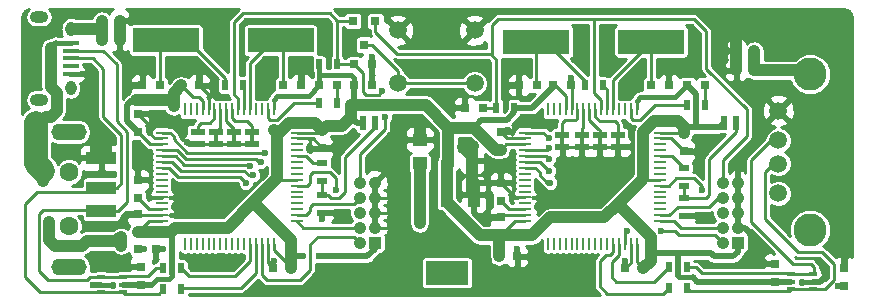
<source format=gtl>
G04 #@! TF.FileFunction,Copper,L1,Top,Signal*
%FSLAX46Y46*%
G04 Gerber Fmt 4.6, Leading zero omitted, Abs format (unit mm)*
G04 Created by KiCad (PCBNEW (2015-10-16 BZR 6271)-product) date Sun 01 Nov 2015 17:02:17 NZDT*
%MOMM*%
G01*
G04 APERTURE LIST*
%ADD10C,0.100000*%
%ADD11R,0.600000X1.200000*%
%ADD12R,0.800000X0.750000*%
%ADD13R,0.750000X0.800000*%
%ADD14R,1.250000X1.000000*%
%ADD15R,1.000000X1.250000*%
%ADD16R,0.800100X0.800100*%
%ADD17R,0.797560X0.797560*%
%ADD18R,1.200000X0.600000*%
%ADD19R,0.300000X0.600000*%
%ADD20R,2.500000X1.100000*%
%ADD21O,3.000000X1.400000*%
%ADD22C,1.600000*%
%ADD23C,1.501140*%
%ADD24C,2.800000*%
%ADD25R,0.500000X0.900000*%
%ADD26R,0.900000X0.500000*%
%ADD27C,1.500000*%
%ADD28R,0.749300X0.398780*%
%ADD29R,3.657600X2.032000*%
%ADD30R,1.016000X2.032000*%
%ADD31R,5.600700X2.100580*%
%ADD32R,0.250000X1.000000*%
%ADD33R,1.000000X0.250000*%
%ADD34R,1.050000X1.050000*%
%ADD35C,1.050000*%
%ADD36R,1.350000X0.400000*%
%ADD37O,0.950000X1.250000*%
%ADD38O,1.550000X1.000000*%
%ADD39C,0.600000*%
%ADD40C,0.250000*%
%ADD41C,0.500000*%
%ADD42C,1.000000*%
%ADD43C,0.400000*%
%ADD44C,2.000000*%
%ADD45C,0.254000*%
G04 APERTURE END LIST*
D10*
D11*
X60825000Y14986000D03*
X59825000Y14986000D03*
X30218000Y14986000D03*
X29218000Y14986000D03*
D12*
X28460000Y19939000D03*
X29960000Y19939000D03*
X22491000Y18161000D03*
X23991000Y18161000D03*
X12053000Y18161000D03*
X10553000Y18161000D03*
X7124000Y21971000D03*
X8624000Y21971000D03*
D13*
X10160000Y8648000D03*
X10160000Y10148000D03*
D12*
X10172000Y4318000D03*
X11672000Y4318000D03*
D13*
X10414000Y1282000D03*
X10414000Y2782000D03*
D12*
X28460000Y18161000D03*
X29960000Y18161000D03*
D13*
X25781000Y12839000D03*
X25781000Y14339000D03*
X10160000Y15736000D03*
X10160000Y14236000D03*
D12*
X15355000Y18161000D03*
X13855000Y18161000D03*
D13*
X10160000Y7227000D03*
X10160000Y5727000D03*
D12*
X21602000Y2667000D03*
X23102000Y2667000D03*
D14*
X34036000Y11573000D03*
X34036000Y13573000D03*
D15*
X36465000Y11811000D03*
X38465000Y11811000D03*
D12*
X39358000Y16256000D03*
X37858000Y16256000D03*
X53606000Y18161000D03*
X55106000Y18161000D03*
X43930000Y18161000D03*
X42430000Y18161000D03*
D13*
X40894000Y8394000D03*
X40894000Y9894000D03*
D12*
X40779000Y3683000D03*
X42279000Y3683000D03*
D13*
X40894000Y6973000D03*
X40894000Y5473000D03*
D12*
X46851000Y18161000D03*
X45351000Y18161000D03*
D13*
X56388000Y12585000D03*
X56388000Y14085000D03*
D12*
X51447000Y2667000D03*
X52947000Y2667000D03*
D13*
X40894000Y14212000D03*
X40894000Y12712000D03*
X69977000Y1155000D03*
X69977000Y2655000D03*
X64135000Y1536000D03*
X64135000Y3036000D03*
D12*
X62345000Y19431000D03*
X60845000Y19431000D03*
D16*
X30287000Y23606760D03*
X28387000Y23606760D03*
X29337000Y21607780D03*
D17*
X56654700Y18161000D03*
X58153300Y18161000D03*
X25539700Y18161000D03*
X27038300Y18161000D03*
D18*
X46101000Y12962000D03*
X46101000Y13962000D03*
D19*
X46101000Y13462000D03*
D18*
X50800000Y12962000D03*
X50800000Y13962000D03*
D19*
X50800000Y13462000D03*
D18*
X49276000Y12962000D03*
X49276000Y13962000D03*
D19*
X49276000Y13462000D03*
D18*
X47752000Y12962000D03*
X47752000Y13962000D03*
D19*
X47752000Y13462000D03*
D18*
X15240000Y13216000D03*
X15240000Y14216000D03*
X19812000Y13216000D03*
X19812000Y14216000D03*
D19*
X19812000Y13716000D03*
D18*
X18288000Y13216000D03*
X18288000Y14216000D03*
D19*
X18288000Y13716000D03*
D18*
X16764000Y13216000D03*
X16764000Y14216000D03*
D19*
X16764000Y13716000D03*
D20*
X7068000Y5009000D03*
X7068000Y7509000D03*
X7068000Y9509000D03*
D21*
X4318000Y2809000D03*
D22*
X4318000Y10809000D03*
X4318000Y6209000D03*
D21*
X4318000Y14209000D03*
D20*
X7068000Y12009000D03*
D23*
X64389000Y16017000D03*
X64389000Y13517000D03*
X64389000Y11517000D03*
X64389000Y9017000D03*
D24*
X67099000Y19087000D03*
X67099000Y5947000D03*
D25*
X7124000Y23622000D03*
X8624000Y23622000D03*
D26*
X25781000Y8878000D03*
X25781000Y7378000D03*
D25*
X25539000Y16637000D03*
X27039000Y16637000D03*
X25539000Y19939000D03*
X27039000Y19939000D03*
X19038000Y18161000D03*
X17538000Y18161000D03*
D26*
X25781000Y11545000D03*
X25781000Y10045000D03*
D25*
X12331000Y2667000D03*
X13831000Y2667000D03*
X12331000Y889000D03*
X13831000Y889000D03*
D26*
X56388000Y8624000D03*
X56388000Y7124000D03*
D25*
X56654000Y16510000D03*
X58154000Y16510000D03*
X42025000Y16256000D03*
X40525000Y16256000D03*
X49518000Y18161000D03*
X48018000Y18161000D03*
D26*
X56388000Y11164000D03*
X56388000Y9664000D03*
D25*
X56630000Y1016000D03*
X55130000Y1016000D03*
X56630000Y2794000D03*
X55130000Y2794000D03*
X62345000Y21082000D03*
X60845000Y21082000D03*
D27*
X38683000Y22824000D03*
X38683000Y18324000D03*
X32183000Y22824000D03*
X32183000Y18324000D03*
D28*
X7051040Y1920240D03*
X7051040Y1270000D03*
X7051040Y619760D03*
X8950960Y619760D03*
X8950960Y1270000D03*
X8950960Y1920240D03*
D29*
X36322000Y2286000D03*
D30*
X36322000Y8890000D03*
X34036000Y8890000D03*
X38608000Y8890000D03*
D28*
X67370960Y873760D03*
X67370960Y1524000D03*
X67370960Y2174240D03*
X65471040Y2174240D03*
X65471040Y1524000D03*
X65471040Y873760D03*
D31*
X22247860Y21971000D03*
X12550140Y21971000D03*
X53616860Y21844000D03*
X43919140Y21844000D03*
D32*
X21657000Y16114000D03*
X21157000Y16114000D03*
X20657000Y16114000D03*
X20157000Y16114000D03*
X19657000Y16114000D03*
X19157000Y16114000D03*
X18657000Y16114000D03*
X18157000Y16114000D03*
X17657000Y16114000D03*
X17157000Y16114000D03*
X16657000Y16114000D03*
X16157000Y16114000D03*
X15657000Y16114000D03*
X15157000Y16114000D03*
X14657000Y16114000D03*
X14157000Y16114000D03*
D33*
X12207000Y14164000D03*
X12207000Y13664000D03*
X12207000Y13164000D03*
X12207000Y12664000D03*
X12207000Y12164000D03*
X12207000Y11664000D03*
X12207000Y11164000D03*
X12207000Y10664000D03*
X12207000Y10164000D03*
X12207000Y9664000D03*
X12207000Y9164000D03*
X12207000Y8664000D03*
X12207000Y8164000D03*
X12207000Y7664000D03*
X12207000Y7164000D03*
X12207000Y6664000D03*
D32*
X14157000Y4714000D03*
X14657000Y4714000D03*
X15157000Y4714000D03*
X15657000Y4714000D03*
X16157000Y4714000D03*
X16657000Y4714000D03*
X17157000Y4714000D03*
X17657000Y4714000D03*
X18157000Y4714000D03*
X18657000Y4714000D03*
X19157000Y4714000D03*
X19657000Y4714000D03*
X20157000Y4714000D03*
X20657000Y4714000D03*
X21157000Y4714000D03*
X21657000Y4714000D03*
D33*
X23607000Y6664000D03*
X23607000Y7164000D03*
X23607000Y7664000D03*
X23607000Y8164000D03*
X23607000Y8664000D03*
X23607000Y9164000D03*
X23607000Y9664000D03*
X23607000Y10164000D03*
X23607000Y10664000D03*
X23607000Y11164000D03*
X23607000Y11664000D03*
X23607000Y12164000D03*
X23607000Y12664000D03*
X23607000Y13164000D03*
X23607000Y13664000D03*
X23607000Y14164000D03*
D32*
X52391000Y16114000D03*
X51891000Y16114000D03*
X51391000Y16114000D03*
X50891000Y16114000D03*
X50391000Y16114000D03*
X49891000Y16114000D03*
X49391000Y16114000D03*
X48891000Y16114000D03*
X48391000Y16114000D03*
X47891000Y16114000D03*
X47391000Y16114000D03*
X46891000Y16114000D03*
X46391000Y16114000D03*
X45891000Y16114000D03*
X45391000Y16114000D03*
X44891000Y16114000D03*
D33*
X42941000Y14164000D03*
X42941000Y13664000D03*
X42941000Y13164000D03*
X42941000Y12664000D03*
X42941000Y12164000D03*
X42941000Y11664000D03*
X42941000Y11164000D03*
X42941000Y10664000D03*
X42941000Y10164000D03*
X42941000Y9664000D03*
X42941000Y9164000D03*
X42941000Y8664000D03*
X42941000Y8164000D03*
X42941000Y7664000D03*
X42941000Y7164000D03*
X42941000Y6664000D03*
D32*
X44891000Y4714000D03*
X45391000Y4714000D03*
X45891000Y4714000D03*
X46391000Y4714000D03*
X46891000Y4714000D03*
X47391000Y4714000D03*
X47891000Y4714000D03*
X48391000Y4714000D03*
X48891000Y4714000D03*
X49391000Y4714000D03*
X49891000Y4714000D03*
X50391000Y4714000D03*
X50891000Y4714000D03*
X51391000Y4714000D03*
X51891000Y4714000D03*
X52391000Y4714000D03*
D33*
X54341000Y6664000D03*
X54341000Y7164000D03*
X54341000Y7664000D03*
X54341000Y8164000D03*
X54341000Y8664000D03*
X54341000Y9164000D03*
X54341000Y9664000D03*
X54341000Y10164000D03*
X54341000Y10664000D03*
X54341000Y11164000D03*
X54341000Y11664000D03*
X54341000Y12164000D03*
X54341000Y12664000D03*
X54341000Y13164000D03*
X54341000Y13664000D03*
X54341000Y14164000D03*
D34*
X60960000Y4826000D03*
D35*
X60960000Y6096000D03*
X60960000Y7366000D03*
X60960000Y8636000D03*
X60960000Y9906000D03*
X59690000Y6096000D03*
X59690000Y7366000D03*
X59690000Y8636000D03*
X59690000Y9906000D03*
X59690000Y4826000D03*
D34*
X30226000Y4826000D03*
D35*
X30226000Y6096000D03*
X30226000Y7366000D03*
X30226000Y8636000D03*
X30226000Y9906000D03*
X28956000Y6096000D03*
X28956000Y7366000D03*
X28956000Y8636000D03*
X28956000Y9906000D03*
X28956000Y4826000D03*
D36*
X4483540Y21747900D03*
X4483540Y21097900D03*
X4483540Y20447900D03*
X4483540Y19797900D03*
X4483540Y19147900D03*
D37*
X4483540Y22947900D03*
X4483540Y17947900D03*
D38*
X1783540Y23947900D03*
X1783540Y16947900D03*
D39*
X25527000Y3683000D03*
X24130000Y3683000D03*
X13208000Y16383000D03*
X21717000Y14414998D03*
X30861000Y17653000D03*
X31115000Y15494000D03*
X39243000Y4064000D03*
X37084000Y4826000D03*
X35814000Y6223000D03*
X35179000Y7747000D03*
X35179000Y9525000D03*
X36957000Y19558000D03*
X32131000Y7874000D03*
X32131000Y5842000D03*
X17399000Y8128000D03*
X15494000Y8128000D03*
X26035000Y21590000D03*
X21336000Y19304000D03*
X46990000Y10287000D03*
X49276000Y10287000D03*
X59436000Y23368000D03*
X68199000Y9017000D03*
X69596000Y12446000D03*
X69596000Y15240000D03*
X69596000Y21463000D03*
X66167000Y23622000D03*
X62103000Y23749000D03*
X52324000Y18161000D03*
X47879000Y21209000D03*
X17399000Y3683000D03*
X5461000Y24130000D03*
X1270000Y20574000D03*
X49784000Y21209000D03*
X32004000Y9906000D03*
X32131000Y13843000D03*
X62484000Y3937000D03*
X42291000Y4318000D03*
X39370000Y8890000D03*
X40259000Y6985000D03*
X29972000Y18796000D03*
X41529000Y14351000D03*
X38481000Y12954000D03*
X37719000Y12954000D03*
X51435000Y3302000D03*
X68326000Y2667000D03*
X69977000Y3302000D03*
X60833000Y21844000D03*
X8636000Y21209000D03*
X6350000Y1270000D03*
X12319000Y4318000D03*
X8382000Y2794000D03*
X37211000Y16256000D03*
X57023000Y12573000D03*
X57150000Y7112000D03*
X34036000Y14986000D03*
X51689000Y12954000D03*
X55118000Y18796000D03*
X46863000Y18796000D03*
X41783000Y18161000D03*
X6223000Y17399000D03*
X6223000Y18161000D03*
X9779000Y18161000D03*
X10795000Y15748000D03*
X7493000Y12827000D03*
X6604000Y12827000D03*
X26924000Y13716000D03*
X29972000Y20574000D03*
X24003000Y19050000D03*
X15367000Y19050000D03*
X21717000Y3302000D03*
X11176000Y8636000D03*
X14351000Y13335000D03*
X25781000Y6858000D03*
X9525000Y7239000D03*
X10160000Y10922000D03*
X69469000Y1143000D03*
X2159000Y10922000D03*
X10668000Y4318000D03*
X2159000Y10033000D03*
X2667000Y5715000D03*
X2667000Y6604000D03*
X8763000Y4572000D03*
X8763000Y5334000D03*
X34036000Y7239000D03*
X34036000Y6477000D03*
X57912000Y9271000D03*
X54483000Y5842000D03*
X51562000Y5842000D03*
X26924000Y9271000D03*
X20955000Y12446000D03*
X44958000Y13716000D03*
X20574000Y11684000D03*
X44958000Y12827000D03*
X19685000Y11303000D03*
X44958000Y11938000D03*
X19939000Y10541000D03*
X44958000Y10922000D03*
X19304000Y9906000D03*
X45085000Y9906000D03*
D40*
X58547000Y11930000D02*
X60825000Y14208000D01*
X56388000Y8624000D02*
X58281000Y8624000D01*
X58547000Y8890000D02*
X58547000Y11811000D01*
X58281000Y8624000D02*
X58547000Y8890000D01*
X58547000Y11811000D02*
X58547000Y11930000D01*
X60825000Y14208000D02*
X60825000Y14986000D01*
X56388000Y9664000D02*
X56388000Y8624000D01*
D41*
X65471040Y1524000D02*
X64147000Y1524000D01*
X64147000Y1524000D02*
X64135000Y1536000D01*
D42*
X40779000Y3683000D02*
X40779000Y5358000D01*
X40779000Y5358000D02*
X40894000Y5473000D01*
D40*
X54341000Y10164000D02*
X52836000Y10164000D01*
X52836000Y10164000D02*
X52832000Y10160000D01*
D41*
X42025000Y16256000D02*
X42025000Y15863000D01*
X42025000Y15863000D02*
X41402000Y15240000D01*
X39243000Y15240000D02*
X38592000Y14589000D01*
X41402000Y15240000D02*
X39243000Y15240000D01*
X45351000Y18161000D02*
X45351000Y18046000D01*
X45351000Y18046000D02*
X43561000Y16256000D01*
X43561000Y16256000D02*
X42025000Y16256000D01*
D42*
X40894000Y12712000D02*
X40501000Y12712000D01*
X38624000Y14589000D02*
X38592000Y14589000D01*
X38592000Y14589000D02*
X36465000Y14589000D01*
X40501000Y12712000D02*
X38624000Y14589000D01*
D41*
X57150000Y1905000D02*
X57519000Y1536000D01*
D43*
X56007000Y1905000D02*
X57150000Y1905000D01*
D41*
X55880000Y3937000D02*
X55880000Y2032000D01*
D43*
X55880000Y2032000D02*
X56007000Y1905000D01*
D41*
X57519000Y1536000D02*
X57924000Y1536000D01*
X64135000Y1536000D02*
X57924000Y1536000D01*
X57924000Y1536000D02*
X57912000Y1524000D01*
X57404000Y14605000D02*
X57404000Y17272000D01*
X57404000Y17411700D02*
X56654700Y18161000D01*
X57404000Y17272000D02*
X57404000Y17411700D01*
X59825000Y14986000D02*
X59444000Y14605000D01*
X59444000Y14605000D02*
X57404000Y14605000D01*
X57404000Y14605000D02*
X56388000Y14605000D01*
X29218000Y14986000D02*
X28726000Y14986000D01*
X28726000Y14986000D02*
X28206000Y15506000D01*
X28460000Y18161000D02*
X28460000Y16764000D01*
X28460000Y16764000D02*
X28206000Y16510000D01*
D42*
X56388000Y14605000D02*
X56388000Y14085000D01*
X55880000Y15113000D02*
X56388000Y14605000D01*
X53848000Y15113000D02*
X55880000Y15113000D01*
X52959000Y14224000D02*
X53848000Y15113000D01*
X52959000Y13716000D02*
X52959000Y14224000D01*
X50800000Y8128000D02*
X52832000Y10160000D01*
X52832000Y10160000D02*
X52959000Y10287000D01*
X52959000Y10287000D02*
X52959000Y13716000D01*
D40*
X13081000Y2159000D02*
X13081000Y2032000D01*
D41*
X10426000Y1270000D02*
X11303000Y1270000D01*
X13081000Y5600000D02*
X12954000Y5727000D01*
X13081000Y5600000D02*
X13081000Y2159000D01*
D43*
X11811000Y1778000D02*
X11303000Y1270000D01*
X12827000Y1778000D02*
X11811000Y1778000D01*
X13081000Y2032000D02*
X12827000Y1778000D01*
D41*
X53594000Y3937000D02*
X55880000Y3937000D01*
X55880000Y3937000D02*
X58674000Y3937000D01*
X60960000Y4064000D02*
X60960000Y4826000D01*
X60579000Y3683000D02*
X60960000Y4064000D01*
X58928000Y3683000D02*
X60579000Y3683000D01*
X58674000Y3937000D02*
X58928000Y3683000D01*
D42*
X52947000Y2667000D02*
X53594000Y3314000D01*
X53594000Y5334000D02*
X50800000Y8128000D01*
X53594000Y3314000D02*
X53594000Y3937000D01*
X53594000Y3937000D02*
X53594000Y5334000D01*
X40894000Y5473000D02*
X43573000Y5473000D01*
X43573000Y5473000D02*
X45085000Y6985000D01*
X45085000Y6985000D02*
X49657000Y6985000D01*
X49657000Y6985000D02*
X50800000Y8128000D01*
X36322000Y8890000D02*
X36322000Y8255000D01*
X36322000Y8255000D02*
X39104000Y5473000D01*
X39104000Y5473000D02*
X40894000Y5473000D01*
D41*
X64147000Y1524000D02*
X64135000Y1536000D01*
D40*
X10426000Y1270000D02*
X10414000Y1282000D01*
D41*
X8950960Y1270000D02*
X10402000Y1270000D01*
X10402000Y1270000D02*
X10414000Y1282000D01*
D40*
X52391000Y4714000D02*
X52391000Y3223000D01*
X52391000Y3223000D02*
X52947000Y2667000D01*
X52645000Y2969000D02*
X52947000Y2667000D01*
X52391000Y16114000D02*
X52391000Y16831000D01*
D43*
X52391000Y16831000D02*
X52705000Y17145000D01*
X52705000Y17145000D02*
X55638700Y17145000D01*
X55638700Y17145000D02*
X56654700Y18161000D01*
D40*
X54341000Y14164000D02*
X56309000Y14164000D01*
X56309000Y14164000D02*
X56388000Y14085000D01*
X42941000Y6664000D02*
X42085000Y6664000D01*
X42085000Y6664000D02*
X40894000Y5473000D01*
X46391000Y16114000D02*
X46391000Y17236000D01*
X46391000Y17236000D02*
X45466000Y18161000D01*
X45466000Y18161000D02*
X45351000Y18161000D01*
X42941000Y13164000D02*
X41346000Y13164000D01*
X41346000Y13164000D02*
X40894000Y12712000D01*
D41*
X10160000Y14236000D02*
X10148000Y14236000D01*
X10148000Y14236000D02*
X9271000Y15113000D01*
D42*
X10033000Y16891000D02*
X13208000Y16891000D01*
D41*
X9652000Y16891000D02*
X10033000Y16891000D01*
X9271000Y16510000D02*
X9652000Y16891000D01*
X9271000Y15113000D02*
X9271000Y16510000D01*
D40*
X12207000Y13164000D02*
X11232000Y13164000D01*
X11232000Y13164000D02*
X10160000Y14236000D01*
D41*
X10402000Y1270000D02*
X10414000Y1282000D01*
D40*
X30226000Y4826000D02*
X30226000Y4318000D01*
D41*
X30226000Y4318000D02*
X29591000Y3683000D01*
X29591000Y3683000D02*
X25527000Y3683000D01*
X24130000Y3683000D02*
X23102000Y3683000D01*
D40*
X23102000Y3683000D02*
X23241000Y3683000D01*
X23241000Y3683000D02*
X23102000Y3683000D01*
D42*
X13208000Y16383000D02*
X13208000Y16891000D01*
X13208000Y16891000D02*
X13208000Y17514000D01*
X13208000Y17514000D02*
X13855000Y18161000D01*
X22098000Y14097000D02*
X22034998Y14097000D01*
X22034998Y14097000D02*
X21717000Y14414998D01*
D40*
X23607000Y10164000D02*
X21844000Y10164000D01*
X21844000Y10164000D02*
X21848000Y10160000D01*
X21848000Y10160000D02*
X21971000Y10160000D01*
X21971000Y10160000D02*
X21971000Y10291000D01*
D42*
X23102000Y2667000D02*
X23102000Y3683000D01*
X23102000Y3683000D02*
X23102000Y5092000D01*
X23102000Y5092000D02*
X19937000Y8257000D01*
X21971000Y10291000D02*
X21971000Y10291000D01*
X21971000Y10291000D02*
X19937000Y8257000D01*
X19937000Y8257000D02*
X17776000Y6096000D01*
X17776000Y6096000D02*
X13335000Y6096000D01*
X13335000Y6096000D02*
X12966000Y5727000D01*
X12966000Y5727000D02*
X12954000Y5727000D01*
X12954000Y5727000D02*
X10160000Y5727000D01*
X27432000Y14732000D02*
X26174000Y14732000D01*
X28206000Y15506000D02*
X27432000Y14732000D01*
X28206000Y16510000D02*
X28206000Y15506000D01*
X26174000Y14732000D02*
X25781000Y14339000D01*
X22987000Y14986000D02*
X25146000Y14986000D01*
X25146000Y14986000D02*
X25781000Y14339000D01*
D40*
X21971000Y10291000D02*
X21971000Y10287000D01*
D43*
X28460000Y18161000D02*
X28460000Y18784000D01*
X28460000Y18784000D02*
X28194000Y19050000D01*
X28194000Y19050000D02*
X25539000Y19050000D01*
X25539000Y19939000D02*
X25539000Y19050000D01*
X25539000Y19050000D02*
X25539000Y18161700D01*
D40*
X25539000Y18161700D02*
X25539700Y18161000D01*
X21657000Y16114000D02*
X21657000Y16958000D01*
D43*
X21657000Y16958000D02*
X21971000Y17272000D01*
X21971000Y17272000D02*
X24650700Y17272000D01*
X24650700Y17272000D02*
X25539700Y18161000D01*
D42*
X22987000Y14986000D02*
X22098000Y14097000D01*
X22098000Y14097000D02*
X21971000Y13970000D01*
X21971000Y13970000D02*
X21971000Y10287000D01*
X28206000Y16510000D02*
X28194000Y16510000D01*
X36465000Y14589000D02*
X34544000Y16510000D01*
X34544000Y16510000D02*
X32004000Y16510000D01*
X32004000Y16510000D02*
X28194000Y16510000D01*
X36465000Y11811000D02*
X36465000Y14589000D01*
X36322000Y8890000D02*
X36322000Y11668000D01*
X36322000Y11668000D02*
X36465000Y11811000D01*
D40*
X21657000Y4714000D02*
X21657000Y4251000D01*
X21657000Y4251000D02*
X23102000Y2806000D01*
X23102000Y2806000D02*
X23102000Y2667000D01*
X23607000Y14164000D02*
X25606000Y14164000D01*
X25606000Y14164000D02*
X25781000Y14339000D01*
X12207000Y6664000D02*
X11097000Y6664000D01*
X11097000Y6664000D02*
X10160000Y5727000D01*
X21657000Y4714000D02*
X21657000Y4493000D01*
X15657000Y16114000D02*
X15657000Y16855000D01*
X14871000Y17145000D02*
X13855000Y18161000D01*
X15367000Y17145000D02*
X14871000Y17145000D01*
X15657000Y16855000D02*
X15367000Y17145000D01*
X10370000Y14026000D02*
X10160000Y14236000D01*
X30218000Y14597000D02*
X27686000Y12065000D01*
X26301000Y8878000D02*
X25781000Y8878000D01*
X26301000Y8878000D02*
X26543000Y8636000D01*
X26543000Y8636000D02*
X27178000Y8636000D01*
X27178000Y8636000D02*
X27686000Y9144000D01*
X27686000Y9144000D02*
X27686000Y12065000D01*
X30218000Y14597000D02*
X30218000Y14986000D01*
X25781000Y10045000D02*
X25781000Y8878000D01*
X30480000Y13843000D02*
X31115000Y14478000D01*
X28956000Y9906000D02*
X28956000Y12319000D01*
X30480000Y13843000D02*
X28956000Y12319000D01*
X30543002Y17335002D02*
X30861000Y17653000D01*
X29464000Y17335002D02*
X30543002Y17335002D01*
X29210000Y17589002D02*
X29464000Y17335002D01*
X29210000Y19189000D02*
X29210000Y17589002D01*
X29210000Y19189000D02*
X28460000Y19939000D01*
X31115000Y14478000D02*
X31115000Y15494000D01*
X27039000Y19939000D02*
X27051000Y19951000D01*
X27051000Y19951000D02*
X27051000Y23606760D01*
X26416000Y24257000D02*
X27066240Y23606760D01*
X27066240Y23606760D02*
X27051000Y23606760D01*
X27051000Y23606760D02*
X28387000Y23606760D01*
X27039000Y19939000D02*
X28460000Y19939000D01*
X18288000Y23495000D02*
X19050000Y24257000D01*
X19050000Y24257000D02*
X26416000Y24257000D01*
X18657000Y16114000D02*
X18657000Y17030000D01*
X18288000Y17399000D02*
X18288000Y23495000D01*
X18657000Y17030000D02*
X18288000Y17399000D01*
X37858000Y16256000D02*
X37858000Y17260000D01*
X38493000Y17260000D02*
X38608000Y17145000D01*
X37858000Y17260000D02*
X38493000Y17260000D01*
D41*
X60960000Y6096000D02*
X61595000Y6096000D01*
X61595000Y6096000D02*
X62357000Y5334000D01*
D40*
X30226000Y7366000D02*
X31369000Y7366000D01*
X31369000Y7366000D02*
X31496000Y7493000D01*
X30226000Y8636000D02*
X31750000Y8636000D01*
X30226000Y6096000D02*
X31369000Y6096000D01*
D41*
X30226000Y9906000D02*
X30226000Y6096000D01*
X60960000Y9906000D02*
X60960000Y6096000D01*
X39243000Y4064000D02*
X39497000Y4064000D01*
X37084000Y4953000D02*
X37084000Y4826000D01*
X35814000Y6223000D02*
X37084000Y4953000D01*
X35179000Y9525000D02*
X35179000Y7747000D01*
X36957000Y19558000D02*
X37338000Y19558000D01*
X32131000Y5842000D02*
X32131000Y7874000D01*
X16764000Y8128000D02*
X15494000Y8128000D01*
X17399000Y8128000D02*
X16764000Y8128000D01*
X26035000Y21590000D02*
X26035000Y21336000D01*
X21336000Y19304000D02*
X21336000Y18669000D01*
X49276000Y10287000D02*
X46990000Y10287000D01*
X68199000Y8255000D02*
X68199000Y9017000D01*
X69596000Y15240000D02*
X69596000Y12446000D01*
X67437000Y23622000D02*
X69596000Y21463000D01*
X66167000Y23622000D02*
X67437000Y23622000D01*
X59817000Y23749000D02*
X62103000Y23749000D01*
X59817000Y23749000D02*
X59436000Y23368000D01*
X60960000Y9906000D02*
X60960000Y11557000D01*
X52324000Y18161000D02*
X52324000Y18415000D01*
X47879000Y21209000D02*
X47879000Y20828000D01*
X17399000Y3683000D02*
X17145000Y3683000D01*
X5461000Y24130000D02*
X5080000Y24130000D01*
X1270000Y20574000D02*
X1270000Y20828000D01*
X49784000Y21209000D02*
X49784000Y20701000D01*
D42*
X32004000Y13716000D02*
X32004000Y9906000D01*
X32131000Y13843000D02*
X32004000Y13716000D01*
D41*
X64135000Y3036000D02*
X63385000Y3036000D01*
X63385000Y3036000D02*
X62484000Y3937000D01*
X64135000Y3036000D02*
X64135000Y3048000D01*
X42279000Y3683000D02*
X42291000Y3695000D01*
X42291000Y3695000D02*
X42291000Y4318000D01*
X38608000Y8890000D02*
X39370000Y8890000D01*
X40894000Y6973000D02*
X40271000Y6973000D01*
X40271000Y6973000D02*
X40259000Y6985000D01*
X29960000Y18161000D02*
X29960000Y18784000D01*
X29960000Y18784000D02*
X29972000Y18796000D01*
X40894000Y14212000D02*
X41390000Y14212000D01*
X41390000Y14212000D02*
X41529000Y14351000D01*
D42*
X38465000Y12938000D02*
X38521470Y12994470D01*
X38521470Y12994470D02*
X38481000Y12954000D01*
X38465000Y11811000D02*
X38465000Y12938000D01*
X37719000Y12954000D02*
X38465000Y12208000D01*
X38465000Y11811000D02*
X38465000Y12208000D01*
X38465000Y11811000D02*
X38465000Y9033000D01*
X38465000Y9033000D02*
X38608000Y8890000D01*
D41*
X51447000Y2667000D02*
X51447000Y3290000D01*
X51447000Y3290000D02*
X51435000Y3302000D01*
X67370960Y1524000D02*
X67945000Y1524000D01*
X68326000Y1905000D02*
X68326000Y2667000D01*
X67945000Y1524000D02*
X68326000Y1905000D01*
X69977000Y3302000D02*
X69977000Y2655000D01*
D42*
X60845000Y21082000D02*
X60833000Y21094000D01*
X60833000Y21094000D02*
X60833000Y21844000D01*
X60845000Y19431000D02*
X60845000Y21082000D01*
D41*
X8624000Y21971000D02*
X8624000Y21221000D01*
X8624000Y21221000D02*
X8636000Y21209000D01*
D43*
X4483540Y19147900D02*
X5744100Y19147900D01*
D41*
X6223000Y18669000D02*
X6223000Y18161000D01*
X5744100Y19147900D02*
X6223000Y18669000D01*
X7051040Y1270000D02*
X6350000Y1270000D01*
X11672000Y4318000D02*
X12319000Y4318000D01*
X11672000Y4318000D02*
X11684000Y4306000D01*
X10414000Y2782000D02*
X8394000Y2782000D01*
X8394000Y2782000D02*
X8382000Y2794000D01*
D40*
X51891000Y4714000D02*
X51891000Y3111000D01*
X51891000Y3111000D02*
X51447000Y2667000D01*
D41*
X37858000Y16256000D02*
X37211000Y16256000D01*
D40*
X54341000Y13664000D02*
X55309000Y13664000D01*
X55309000Y13664000D02*
X56388000Y12585000D01*
D41*
X56388000Y12585000D02*
X56400000Y12573000D01*
X56400000Y12573000D02*
X57023000Y12573000D01*
X56388000Y7124000D02*
X57138000Y7124000D01*
X57138000Y7124000D02*
X57150000Y7112000D01*
D42*
X34036000Y13573000D02*
X34036000Y14986000D01*
D41*
X50800000Y12962000D02*
X50808000Y12954000D01*
X50808000Y12954000D02*
X51689000Y12954000D01*
D40*
X42941000Y8664000D02*
X42136000Y8664000D01*
X42136000Y8664000D02*
X40906000Y9894000D01*
X40906000Y9894000D02*
X40894000Y9894000D01*
D41*
X40894000Y9894000D02*
X39255000Y9894000D01*
X39243000Y9906000D02*
X38608000Y9906000D01*
X39255000Y9894000D02*
X39243000Y9906000D01*
D42*
X38608000Y9906000D02*
X38608000Y8890000D01*
D40*
X42941000Y7164000D02*
X41085000Y7164000D01*
X41085000Y7164000D02*
X40894000Y6973000D01*
D41*
X55106000Y18161000D02*
X55118000Y18173000D01*
X55118000Y18173000D02*
X55118000Y18796000D01*
X46851000Y18161000D02*
X46851000Y18784000D01*
X46851000Y18784000D02*
X46863000Y18796000D01*
X42430000Y18161000D02*
X41783000Y18161000D01*
D40*
X46891000Y16114000D02*
X46891000Y18121000D01*
X46891000Y18121000D02*
X46851000Y18161000D01*
X56198000Y12775000D02*
X56388000Y12585000D01*
X49276000Y12962000D02*
X50800000Y12962000D01*
X47752000Y12962000D02*
X49276000Y12962000D01*
X46101000Y12962000D02*
X47752000Y12962000D01*
X42941000Y13664000D02*
X41442000Y13664000D01*
X41442000Y13664000D02*
X40894000Y14212000D01*
D42*
X8624000Y21971000D02*
X8624000Y23622000D01*
X6223000Y18161000D02*
X6223000Y17399000D01*
D41*
X10553000Y18161000D02*
X9779000Y18161000D01*
X10160000Y15736000D02*
X10783000Y15736000D01*
X10783000Y15736000D02*
X10795000Y15748000D01*
D40*
X12207000Y13664000D02*
X11609000Y13664000D01*
X11303000Y14593000D02*
X10160000Y15736000D01*
X11303000Y13970000D02*
X11303000Y14593000D01*
X11609000Y13664000D02*
X11303000Y13970000D01*
D42*
X7068000Y12009000D02*
X7493000Y12434000D01*
X7493000Y12434000D02*
X7493000Y12827000D01*
X7068000Y12009000D02*
X6604000Y12473000D01*
X6604000Y12473000D02*
X6604000Y12827000D01*
D41*
X26924000Y13208000D02*
X26924000Y13716000D01*
X26555000Y12839000D02*
X26924000Y13208000D01*
X25781000Y12839000D02*
X26555000Y12839000D01*
X29960000Y19939000D02*
X29972000Y19951000D01*
X29972000Y19951000D02*
X29972000Y20574000D01*
X23991000Y18161000D02*
X24003000Y18173000D01*
X24003000Y18173000D02*
X24003000Y19050000D01*
X15355000Y18161000D02*
X15367000Y18173000D01*
X15367000Y18173000D02*
X15367000Y19050000D01*
X21602000Y2667000D02*
X21602000Y3187000D01*
X21602000Y3187000D02*
X21717000Y3302000D01*
D40*
X23607000Y13664000D02*
X24956000Y13664000D01*
X24956000Y13664000D02*
X25781000Y12839000D01*
X12207000Y8664000D02*
X12179000Y8636000D01*
X12179000Y8636000D02*
X11176000Y8636000D01*
D41*
X15240000Y13216000D02*
X14470000Y13216000D01*
X14470000Y13216000D02*
X14351000Y13335000D01*
X25781000Y7378000D02*
X25781000Y6858000D01*
X23991000Y18161000D02*
X24003000Y18173000D01*
X10160000Y7227000D02*
X9537000Y7227000D01*
X9537000Y7227000D02*
X9525000Y7239000D01*
X10160000Y10922000D02*
X10160000Y10148000D01*
X10160000Y15736000D02*
X10160000Y15621000D01*
D40*
X21157000Y3493000D02*
X21157000Y3112000D01*
X21157000Y4714000D02*
X21157000Y3493000D01*
X21157000Y3112000D02*
X21602000Y2667000D01*
X12207000Y7164000D02*
X10223000Y7164000D01*
X10223000Y7164000D02*
X10160000Y7227000D01*
X18288000Y13216000D02*
X19812000Y13216000D01*
X16764000Y13216000D02*
X18288000Y13216000D01*
X15240000Y13216000D02*
X16764000Y13216000D01*
X10299000Y15736000D02*
X10160000Y15736000D01*
X16157000Y16114000D02*
X16157000Y17359000D01*
X16157000Y17359000D02*
X15355000Y18161000D01*
X19657000Y20015140D02*
X21612860Y21971000D01*
X21612860Y21971000D02*
X22247860Y21971000D01*
X19657000Y17498000D02*
X19657000Y16114000D01*
X19657000Y17498000D02*
X19657000Y20015140D01*
X21866860Y21971000D02*
X22247860Y21971000D01*
X22491000Y18161000D02*
X22491000Y21727860D01*
X22491000Y21727860D02*
X22247860Y21971000D01*
X22491000Y21727860D02*
X22247860Y21971000D01*
D41*
X22456140Y18195860D02*
X22491000Y18161000D01*
D40*
X17526000Y18796000D02*
X14351000Y21971000D01*
X14351000Y21971000D02*
X12550140Y21971000D01*
X17526000Y18796000D02*
X17538000Y18161000D01*
X14097000Y21971000D02*
X12550140Y21971000D01*
X12053000Y18161000D02*
X12053000Y21473860D01*
X12053000Y21473860D02*
X12550140Y21971000D01*
X13716000Y21971000D02*
X12550140Y21971000D01*
D41*
X13958000Y21971000D02*
X12550140Y21971000D01*
D42*
X5433900Y22947900D02*
X7124000Y22947900D01*
X4483540Y22947900D02*
X5433900Y22947900D01*
X7112000Y22987000D02*
X7124000Y22987000D01*
X7112000Y22959900D02*
X7112000Y22987000D01*
X7124000Y22947900D02*
X7112000Y22959900D01*
X7124000Y23622000D02*
X7124000Y22987000D01*
X7124000Y22987000D02*
X7124000Y21971000D01*
D40*
X3810000Y10398000D02*
X3794000Y10398000D01*
X12207000Y7664000D02*
X11144000Y7664000D01*
X11144000Y7664000D02*
X10160000Y8648000D01*
D41*
X69977000Y1155000D02*
X69481000Y1155000D01*
X69481000Y1155000D02*
X69469000Y1143000D01*
D42*
X3302000Y16002000D02*
X2794000Y15494000D01*
X2794000Y18034000D02*
X3302000Y17526000D01*
X3302000Y17526000D02*
X3302000Y16002000D01*
D41*
X3205900Y21747900D02*
X2794000Y21336000D01*
D43*
X4483540Y21747900D02*
X3205900Y21747900D01*
D42*
X2794000Y21336000D02*
X2794000Y18542000D01*
X2794000Y18542000D02*
X2794000Y18034000D01*
X2413000Y15494000D02*
X1524000Y14605000D01*
X2794000Y15494000D02*
X2413000Y15494000D01*
D44*
X1524000Y11557000D02*
X2159000Y10922000D01*
X1524000Y14605000D02*
X1524000Y11557000D01*
X1524000Y14986000D02*
X1524000Y14605000D01*
D41*
X10172000Y4318000D02*
X10668000Y4318000D01*
D42*
X2159000Y10033000D02*
X2159000Y11303000D01*
X7068000Y5009000D02*
X5898000Y5009000D01*
X5898000Y5009000D02*
X5461000Y4572000D01*
X2667000Y5080000D02*
X2667000Y6604000D01*
X5461000Y4572000D02*
X3175000Y4572000D01*
X3175000Y4572000D02*
X2667000Y5080000D01*
X7068000Y5009000D02*
X8199000Y5009000D01*
X8199000Y5009000D02*
X8763000Y5334000D01*
X8763000Y5334000D02*
X8763000Y4572000D01*
X34036000Y8890000D02*
X34036000Y11573000D01*
X34036000Y8890000D02*
X34036000Y7239000D01*
X34036000Y8890000D02*
X34036000Y6477000D01*
D40*
X49391000Y16114000D02*
X49391000Y16903000D01*
X48768000Y17526000D02*
X48768000Y23749000D01*
X49391000Y16903000D02*
X48768000Y17526000D01*
X59690000Y9906000D02*
X59690000Y11811000D01*
X47244000Y23749000D02*
X40640000Y23749000D01*
X40640000Y23749000D02*
X40132000Y23241000D01*
X40132000Y23241000D02*
X40132000Y20701000D01*
X57277000Y23749000D02*
X48768000Y23749000D01*
X48768000Y23749000D02*
X47244000Y23749000D01*
X58293000Y22733000D02*
X57277000Y23749000D01*
X58293000Y19558000D02*
X58293000Y22733000D01*
X61722000Y16129000D02*
X58293000Y19558000D01*
X61722000Y13843000D02*
X61722000Y16129000D01*
X59690000Y11811000D02*
X61722000Y13843000D01*
X40525000Y16256000D02*
X39358000Y16256000D01*
X30287000Y23606760D02*
X30287000Y22672000D01*
X40525000Y20308000D02*
X40525000Y16256000D01*
X40005000Y20828000D02*
X40132000Y20701000D01*
X40132000Y20701000D02*
X40525000Y20308000D01*
X32131000Y20828000D02*
X40005000Y20828000D01*
X30287000Y22672000D02*
X32131000Y20828000D01*
X53616860Y21844000D02*
X53616860Y18171860D01*
X53616860Y18171860D02*
X53606000Y18161000D01*
X50391000Y16114000D02*
X50391000Y18618140D01*
X50391000Y18618140D02*
X53616860Y21844000D01*
X48018000Y18161000D02*
X48018000Y18530000D01*
X48018000Y18530000D02*
X44704000Y21844000D01*
X44704000Y21844000D02*
X43919140Y21844000D01*
X43919140Y21844000D02*
X43919140Y18171860D01*
X43919140Y18171860D02*
X43930000Y18161000D01*
X42941000Y7664000D02*
X41624000Y7664000D01*
X41624000Y7664000D02*
X40894000Y8394000D01*
D42*
X62345000Y19431000D02*
X62345000Y21082000D01*
X67099000Y19087000D02*
X66755000Y19431000D01*
X66755000Y19431000D02*
X62345000Y19431000D01*
D40*
X32183000Y19379000D02*
X29954220Y21607780D01*
X29954220Y21607780D02*
X29337000Y21607780D01*
X32183000Y18324000D02*
X38683000Y18324000D01*
X29337000Y21607780D02*
X29700220Y21607780D01*
X32183000Y19379000D02*
X32183000Y18324000D01*
X58154000Y16510000D02*
X58153300Y16510700D01*
X58153300Y16510700D02*
X58153300Y18161000D01*
X27039000Y16637000D02*
X27039000Y18160300D01*
X27039000Y18160300D02*
X27038300Y18161000D01*
X46101000Y13962000D02*
X46101000Y14986000D01*
X47391000Y15387000D02*
X47244000Y15240000D01*
X47244000Y15240000D02*
X46355000Y15240000D01*
X46355000Y15240000D02*
X46228000Y15113000D01*
X47391000Y15387000D02*
X47391000Y16114000D01*
X46101000Y14986000D02*
X46228000Y15113000D01*
X50800000Y14859000D02*
X50546000Y15113000D01*
X48891000Y15498000D02*
X49276000Y15113000D01*
X49276000Y15113000D02*
X50419000Y15113000D01*
X48891000Y16114000D02*
X48891000Y15498000D01*
X50800000Y14859000D02*
X50800000Y13962000D01*
X50546000Y15113000D02*
X50419000Y15113000D01*
X49276000Y13962000D02*
X49276000Y14351000D01*
X48391000Y15236000D02*
X49149000Y14478000D01*
X48391000Y15236000D02*
X48391000Y16114000D01*
X49276000Y14351000D02*
X49149000Y14478000D01*
X47752000Y13962000D02*
X47752000Y14478000D01*
X47891000Y14617000D02*
X47752000Y14478000D01*
X47891000Y14617000D02*
X47891000Y16114000D01*
X16657000Y16114000D02*
X16657000Y15387000D01*
X15240000Y14732000D02*
X15240000Y14216000D01*
X15494000Y14986000D02*
X15240000Y14732000D01*
X16256000Y14986000D02*
X15494000Y14986000D01*
X16657000Y15387000D02*
X16256000Y14986000D01*
X18157000Y16114000D02*
X18157000Y15371000D01*
X19812000Y14732000D02*
X19812000Y14216000D01*
X19431000Y15113000D02*
X19812000Y14732000D01*
X18415000Y15113000D02*
X19431000Y15113000D01*
X18157000Y15371000D02*
X18415000Y15113000D01*
X17657000Y16114000D02*
X17657000Y15109000D01*
X17657000Y15109000D02*
X18288000Y14478000D01*
X18288000Y14478000D02*
X18288000Y14216000D01*
X17157000Y16114000D02*
X17157000Y14609000D01*
X17157000Y14609000D02*
X16764000Y14216000D01*
X54341000Y6664000D02*
X55566000Y6664000D01*
X56134000Y6096000D02*
X59690000Y6096000D01*
X55566000Y6664000D02*
X56134000Y6096000D01*
X57912000Y9652000D02*
X57912000Y9271000D01*
X55130000Y9664000D02*
X55753000Y10287000D01*
X55753000Y10287000D02*
X57277000Y10287000D01*
X57277000Y10287000D02*
X57912000Y9652000D01*
X54341000Y9664000D02*
X55130000Y9664000D01*
X57658000Y7874000D02*
X58547000Y7874000D01*
X55170000Y7164000D02*
X55880000Y7874000D01*
X55880000Y7874000D02*
X57658000Y7874000D01*
X54341000Y7164000D02*
X55170000Y7164000D01*
X59309000Y8636000D02*
X59690000Y8636000D01*
X58547000Y7874000D02*
X59309000Y8636000D01*
X51391000Y4714000D02*
X51391000Y5671000D01*
X59055000Y5461000D02*
X59690000Y4826000D01*
X56007000Y5461000D02*
X59055000Y5461000D01*
X55626000Y5842000D02*
X56007000Y5461000D01*
X54483000Y5842000D02*
X55626000Y5842000D01*
X51391000Y5671000D02*
X51562000Y5842000D01*
X23607000Y6664000D02*
X24175000Y6096000D01*
X24175000Y6096000D02*
X28956000Y6096000D01*
X23607000Y9664000D02*
X24523000Y9664000D01*
X26924000Y10287000D02*
X26924000Y9271000D01*
X26416000Y10795000D02*
X26924000Y10287000D01*
X25019000Y10795000D02*
X26416000Y10795000D01*
X24765000Y10541000D02*
X25019000Y10795000D01*
X24765000Y9906000D02*
X24765000Y10541000D01*
X24523000Y9664000D02*
X24765000Y9906000D01*
X23607000Y7164000D02*
X24436000Y7164000D01*
X28448000Y8128000D02*
X28956000Y8636000D01*
X25019000Y8128000D02*
X28448000Y8128000D01*
X24765000Y7874000D02*
X25019000Y8128000D01*
X24765000Y7493000D02*
X24765000Y7874000D01*
X24436000Y7164000D02*
X24765000Y7493000D01*
X23876000Y1651000D02*
X24765000Y2540000D01*
X24765000Y2540000D02*
X24765000Y4699000D01*
X24765000Y4699000D02*
X25400000Y5334000D01*
X25400000Y5334000D02*
X28448000Y5334000D01*
X28448000Y5334000D02*
X28956000Y4826000D01*
X20657000Y4714000D02*
X20657000Y2076000D01*
X20657000Y2076000D02*
X21082000Y1651000D01*
X21082000Y1651000D02*
X23876000Y1651000D01*
X8950960Y1920240D02*
X9062720Y2032000D01*
X9062720Y2032000D02*
X11049000Y2032000D01*
X11684000Y2667000D02*
X12331000Y2667000D01*
X11049000Y2032000D02*
X11684000Y2667000D01*
X2524760Y1666240D02*
X5857240Y1666240D01*
X2524760Y1666240D02*
X1778000Y2413000D01*
X1778000Y2413000D02*
X1778000Y7239000D01*
X1778000Y7239000D02*
X2159000Y7620000D01*
X6957000Y7620000D02*
X2159000Y7620000D01*
X6111240Y1920240D02*
X7051040Y1920240D01*
X5857240Y1666240D02*
X6111240Y1920240D01*
X4483540Y21097900D02*
X7239000Y21082000D01*
X8525000Y7509000D02*
X7068000Y7509000D01*
X9271000Y8255000D02*
X8525000Y7509000D01*
X9271000Y14224000D02*
X9271000Y8255000D01*
X8382000Y15113000D02*
X9271000Y14224000D01*
X8382000Y19939000D02*
X8382000Y15113000D01*
X7239000Y21082000D02*
X8382000Y19939000D01*
X6957000Y7620000D02*
X7068000Y7509000D01*
X7051040Y1920240D02*
X8950960Y1920240D01*
X8950960Y619760D02*
X9062720Y508000D01*
X9062720Y508000D02*
X11938000Y508000D01*
X11938000Y508000D02*
X12331000Y889000D01*
X7239000Y19558000D02*
X7239000Y15494000D01*
X7239000Y15494000D02*
X8763000Y13970000D01*
X8763000Y13970000D02*
X8763000Y9906000D01*
X8763000Y9906000D02*
X8366000Y9509000D01*
X7068000Y9509000D02*
X8366000Y9509000D01*
X6350000Y20447000D02*
X4483540Y20447900D01*
X6350000Y20447000D02*
X7239000Y19558000D01*
X12192000Y1016000D02*
X12204000Y1016000D01*
X12204000Y1016000D02*
X12331000Y889000D01*
X7068000Y9509000D02*
X6703000Y9144000D01*
X6703000Y9144000D02*
X1651000Y9144000D01*
X1651000Y9144000D02*
X635000Y8128000D01*
X635000Y8128000D02*
X635000Y1905000D01*
X635000Y1905000D02*
X1920240Y619760D01*
X1920240Y619760D02*
X7051040Y619760D01*
X8950960Y619760D02*
X7051040Y619760D01*
X12219240Y1000760D02*
X12331000Y889000D01*
X12219240Y1000760D02*
X12331000Y889000D01*
X63809000Y13517000D02*
X62103000Y11811000D01*
X67437000Y2794000D02*
X67183000Y3048000D01*
X67183000Y3048000D02*
X65659000Y3048000D01*
X65659000Y3048000D02*
X62103000Y6604000D01*
X62103000Y6604000D02*
X62103000Y11811000D01*
X67437000Y2794000D02*
X67437000Y2240280D01*
X63809000Y13517000D02*
X64389000Y13517000D01*
X65471040Y2174240D02*
X65359280Y2286000D01*
X65359280Y2286000D02*
X57912000Y2286000D01*
X57404000Y2794000D02*
X56630000Y2794000D01*
X57912000Y2286000D02*
X57404000Y2794000D01*
X67370960Y2174240D02*
X67437000Y2240280D01*
X65471040Y2174240D02*
X67370960Y2174240D01*
X63968000Y11517000D02*
X63246000Y10795000D01*
X68453000Y3683000D02*
X68072000Y4064000D01*
X68310760Y873760D02*
X69088000Y1651000D01*
X69088000Y1651000D02*
X69088000Y3048000D01*
X69088000Y3048000D02*
X68453000Y3683000D01*
X68310760Y873760D02*
X67370960Y873760D01*
X63246000Y6858000D02*
X63246000Y10795000D01*
X66040000Y4064000D02*
X63246000Y6858000D01*
X68072000Y4064000D02*
X66040000Y4064000D01*
X63968000Y11517000D02*
X64389000Y11517000D01*
X63246000Y762000D02*
X56884000Y762000D01*
X65359280Y762000D02*
X63246000Y762000D01*
X56884000Y762000D02*
X56630000Y1016000D01*
X65471040Y873760D02*
X65359280Y762000D01*
X65471040Y873760D02*
X67370960Y873760D01*
X56630000Y1016000D02*
X56772240Y873760D01*
X21157000Y16114000D02*
X21157000Y15419000D01*
X21157000Y15419000D02*
X21336000Y15240000D01*
X21336000Y15240000D02*
X21971000Y15240000D01*
X21971000Y15240000D02*
X23368000Y16637000D01*
X23368000Y16637000D02*
X25539000Y16637000D01*
X19157000Y16114000D02*
X19177000Y18034000D01*
X19177000Y18034000D02*
X19038000Y18161000D01*
X23607000Y12164000D02*
X24412000Y12164000D01*
X25031000Y11545000D02*
X25781000Y11545000D01*
X24412000Y12164000D02*
X25031000Y11545000D01*
X25880000Y11644000D02*
X25781000Y11545000D01*
X17018000Y2032000D02*
X14478000Y2032000D01*
X18415000Y2032000D02*
X17018000Y2032000D01*
X19657000Y3274000D02*
X18415000Y2032000D01*
X19657000Y4714000D02*
X19657000Y3274000D01*
X14478000Y2032000D02*
X13831000Y2667000D01*
X19177000Y1270000D02*
X18923000Y1016000D01*
X20157000Y2250000D02*
X19177000Y1270000D01*
X20157000Y4714000D02*
X20157000Y2250000D01*
X18923000Y1016000D02*
X13958000Y1016000D01*
X13958000Y1016000D02*
X13831000Y889000D01*
X13704000Y762000D02*
X13831000Y889000D01*
X52705000Y15240000D02*
X53975000Y16510000D01*
X51891000Y15419000D02*
X52070000Y15240000D01*
X52070000Y15240000D02*
X52705000Y15240000D01*
X52705000Y15240000D02*
X52705000Y15240000D01*
X51891000Y16114000D02*
X51891000Y15419000D01*
X53975000Y16510000D02*
X56654000Y16510000D01*
X49891000Y16114000D02*
X49891000Y17788000D01*
X49891000Y17788000D02*
X49518000Y18161000D01*
X54341000Y12164000D02*
X55388000Y12164000D01*
X55388000Y12164000D02*
X56388000Y11164000D01*
X56277000Y11275000D02*
X56388000Y11164000D01*
X53467000Y508000D02*
X54610000Y508000D01*
X50391000Y4036000D02*
X50165000Y3810000D01*
X50165000Y3810000D02*
X49784000Y3810000D01*
X49784000Y3810000D02*
X49276000Y3302000D01*
X49276000Y3302000D02*
X49276000Y1143000D01*
X49276000Y1143000D02*
X49911000Y508000D01*
X49911000Y508000D02*
X53467000Y508000D01*
X50391000Y4714000D02*
X50391000Y4036000D01*
X54610000Y508000D02*
X55130000Y1016000D01*
X50292000Y3175000D02*
X50292000Y1905000D01*
X50891000Y4714000D02*
X50891000Y3774000D01*
X50891000Y3774000D02*
X50292000Y3175000D01*
X53848000Y1524000D02*
X55130000Y2794000D01*
X53467000Y1524000D02*
X53848000Y1524000D01*
X50673000Y1524000D02*
X53467000Y1524000D01*
X50292000Y1905000D02*
X50673000Y1524000D01*
X14605000Y12446000D02*
X20447000Y12446000D01*
X14352398Y12446000D02*
X14605000Y12446000D01*
X13208000Y13590398D02*
X14352398Y12446000D01*
X13208000Y13843000D02*
X13208000Y13590398D01*
X12887000Y14164000D02*
X13208000Y13843000D01*
X12207000Y14164000D02*
X12887000Y14164000D01*
X20447000Y12446000D02*
X20955000Y12446000D01*
X44510000Y14164000D02*
X42941000Y14164000D01*
X44958000Y13716000D02*
X44510000Y14164000D01*
X13498000Y12664000D02*
X14224000Y11938000D01*
X14224000Y11938000D02*
X18923000Y11938000D01*
X12207000Y12664000D02*
X13498000Y12664000D01*
X20447000Y11684000D02*
X20574000Y11684000D01*
X20193000Y11938000D02*
X20447000Y11684000D01*
X18923000Y11938000D02*
X20193000Y11938000D01*
X44795000Y12664000D02*
X42941000Y12664000D01*
X44958000Y12827000D02*
X44795000Y12664000D01*
X13361602Y12164000D02*
X14095602Y11430000D01*
X14095602Y11430000D02*
X19431000Y11430000D01*
X12207000Y12164000D02*
X13361602Y12164000D01*
X19558000Y11430000D02*
X19685000Y11303000D01*
X19431000Y11430000D02*
X19558000Y11430000D01*
X44732000Y12164000D02*
X42941000Y12164000D01*
X44958000Y11938000D02*
X44732000Y12164000D01*
X19558000Y10541000D02*
X19939000Y10541000D01*
X19177000Y10922000D02*
X19558000Y10541000D01*
X12207000Y11664000D02*
X13101000Y11664000D01*
X13843000Y10922000D02*
X19177000Y10922000D01*
X13101000Y11664000D02*
X13843000Y10922000D01*
X44216000Y11664000D02*
X42941000Y11664000D01*
X44958000Y10922000D02*
X44216000Y11664000D01*
X45085000Y9906000D02*
X44831000Y9906000D01*
X43827000Y11164000D02*
X42941000Y11164000D01*
X44196000Y10795000D02*
X43827000Y11164000D01*
X44196000Y10541000D02*
X44196000Y10795000D01*
X44831000Y9906000D02*
X44196000Y10541000D01*
X18542000Y10414000D02*
X18796000Y10414000D01*
X18796000Y10414000D02*
X19304000Y9906000D01*
X12207000Y11164000D02*
X12839000Y11164000D01*
X13589000Y10414000D02*
X18542000Y10414000D01*
X12839000Y11164000D02*
X13589000Y10414000D01*
X45085000Y9906000D02*
X44958000Y9906000D01*
D45*
G36*
X35584000Y14224078D02*
X35584000Y12472859D01*
X35576536Y12436000D01*
X35576536Y12107622D01*
X35508062Y12005144D01*
X35441000Y11668000D01*
X35441000Y9982365D01*
X35425536Y9906000D01*
X35425536Y7874000D01*
X35452103Y7732810D01*
X35535546Y7603135D01*
X35662866Y7516141D01*
X35814000Y7485536D01*
X35845542Y7485536D01*
X38481039Y4850039D01*
X38766856Y4659062D01*
X39104000Y4592000D01*
X39898000Y4592000D01*
X39898000Y3683000D01*
X39965062Y3345856D01*
X39990606Y3307626D01*
X40017103Y3166810D01*
X40100546Y3037135D01*
X40227866Y2950141D01*
X40360801Y2923221D01*
X40441856Y2869062D01*
X40779000Y2802000D01*
X41116144Y2869062D01*
X41196656Y2922858D01*
X41320190Y2946103D01*
X41337081Y2956972D01*
X41340673Y2948301D01*
X41519302Y2769673D01*
X41752691Y2673000D01*
X41993250Y2673000D01*
X42152000Y2831750D01*
X42152000Y3556000D01*
X42406000Y3556000D01*
X42406000Y2831750D01*
X42564750Y2673000D01*
X42805309Y2673000D01*
X43038698Y2769673D01*
X43217327Y2948301D01*
X43314000Y3181690D01*
X43314000Y3397250D01*
X43155250Y3556000D01*
X42406000Y3556000D01*
X42152000Y3556000D01*
X42132000Y3556000D01*
X42132000Y3810000D01*
X42152000Y3810000D01*
X42152000Y3830000D01*
X42406000Y3830000D01*
X42406000Y3810000D01*
X43155250Y3810000D01*
X43314000Y3968750D01*
X43314000Y4184310D01*
X43217327Y4417699D01*
X43043025Y4592000D01*
X43573000Y4592000D01*
X43910144Y4659062D01*
X44195961Y4850039D01*
X44377536Y5031614D01*
X44377536Y4214000D01*
X44404103Y4072810D01*
X44487546Y3943135D01*
X44614866Y3856141D01*
X44766000Y3825536D01*
X45016000Y3825536D01*
X45145588Y3849920D01*
X45266000Y3825536D01*
X45516000Y3825536D01*
X45645588Y3849920D01*
X45766000Y3825536D01*
X46016000Y3825536D01*
X46145588Y3849920D01*
X46266000Y3825536D01*
X46516000Y3825536D01*
X46645588Y3849920D01*
X46766000Y3825536D01*
X47016000Y3825536D01*
X47145588Y3849920D01*
X47266000Y3825536D01*
X47516000Y3825536D01*
X47645588Y3849920D01*
X47766000Y3825536D01*
X48016000Y3825536D01*
X48145588Y3849920D01*
X48266000Y3825536D01*
X48516000Y3825536D01*
X48645588Y3849920D01*
X48766000Y3825536D01*
X49016000Y3825536D01*
X49099692Y3841284D01*
X48918204Y3659796D01*
X48808517Y3495638D01*
X48770000Y3302000D01*
X48770000Y1143000D01*
X48808517Y949362D01*
X48918204Y785204D01*
X49317408Y386000D01*
X14458731Y386000D01*
X14469464Y439000D01*
X14469464Y510000D01*
X18923000Y510000D01*
X19116638Y548517D01*
X19280796Y658204D01*
X20320000Y1697408D01*
X20724204Y1293204D01*
X20888362Y1183517D01*
X21082000Y1145000D01*
X23876000Y1145000D01*
X24069638Y1183517D01*
X24233796Y1293204D01*
X25122796Y2182204D01*
X25232483Y2346362D01*
X25271000Y2540000D01*
X25271000Y3051924D01*
X25390946Y3002118D01*
X25661865Y3001882D01*
X25783161Y3052000D01*
X29591000Y3052000D01*
X29832473Y3100032D01*
X30037184Y3236816D01*
X30102368Y3302000D01*
X34104736Y3302000D01*
X34104736Y1270000D01*
X34131303Y1128810D01*
X34214746Y999135D01*
X34342066Y912141D01*
X34493200Y881536D01*
X38150800Y881536D01*
X38291990Y908103D01*
X38421665Y991546D01*
X38508659Y1118866D01*
X38539264Y1270000D01*
X38539264Y3302000D01*
X38512697Y3443190D01*
X38429254Y3572865D01*
X38301934Y3659859D01*
X38150800Y3690464D01*
X34493200Y3690464D01*
X34352010Y3663897D01*
X34222335Y3580454D01*
X34135341Y3453134D01*
X34104736Y3302000D01*
X30102368Y3302000D01*
X30672185Y3871816D01*
X30699393Y3912536D01*
X30751000Y3912536D01*
X30892190Y3939103D01*
X31021865Y4022546D01*
X31108859Y4149866D01*
X31139464Y4301000D01*
X31139464Y5340356D01*
X31150358Y5351250D01*
X31136881Y5364727D01*
X31114774Y5482214D01*
X31251962Y5507575D01*
X31399046Y5944985D01*
X31367543Y6405386D01*
X31251962Y6684425D01*
X31049814Y6721794D01*
X31040608Y6731000D01*
X31049814Y6740206D01*
X31251962Y6777575D01*
X31399046Y7214985D01*
X31367543Y7675386D01*
X31251962Y7954425D01*
X31049814Y7991794D01*
X31040608Y8001000D01*
X31049814Y8010206D01*
X31251962Y8047575D01*
X31399046Y8484985D01*
X31367543Y8945386D01*
X31251962Y9224425D01*
X31049814Y9261794D01*
X31040608Y9271000D01*
X31049814Y9280206D01*
X31251962Y9317575D01*
X31399046Y9754985D01*
X31367543Y10215386D01*
X31251962Y10494425D01*
X31034273Y10534667D01*
X30405605Y9906000D01*
X30419748Y9891857D01*
X30333992Y9806102D01*
X30131840Y9792270D01*
X30032253Y9891857D01*
X30046395Y9906000D01*
X30032253Y9920142D01*
X30211858Y10099748D01*
X30226000Y10085605D01*
X30854667Y10714273D01*
X30814425Y10931962D01*
X30377015Y11079046D01*
X29916614Y11047543D01*
X29637575Y10931962D01*
X29597333Y10714275D01*
X29481250Y10830358D01*
X29462000Y10811108D01*
X29462000Y12109408D01*
X30639842Y13287250D01*
X32776000Y13287250D01*
X32776000Y12946691D01*
X32872673Y12713302D01*
X33051301Y12534673D01*
X33284690Y12438000D01*
X33286301Y12438000D01*
X33269810Y12434897D01*
X33140135Y12351454D01*
X33053141Y12224134D01*
X33022536Y12073000D01*
X33022536Y11073000D01*
X33049103Y10931810D01*
X33132546Y10802135D01*
X33155000Y10786793D01*
X33155000Y9982365D01*
X33139536Y9906000D01*
X33139536Y7874000D01*
X33155000Y7791817D01*
X33155000Y6477000D01*
X33222062Y6139856D01*
X33413039Y5854039D01*
X33698856Y5663062D01*
X34036000Y5596000D01*
X34373144Y5663062D01*
X34658961Y5854039D01*
X34849938Y6139856D01*
X34917000Y6477000D01*
X34917000Y7797635D01*
X34932464Y7874000D01*
X34932464Y9906000D01*
X34917000Y9988183D01*
X34917000Y10784981D01*
X34931865Y10794546D01*
X35018859Y10921866D01*
X35049464Y11073000D01*
X35049464Y12073000D01*
X35022897Y12214190D01*
X34939454Y12343865D01*
X34812134Y12430859D01*
X34776870Y12438000D01*
X34787310Y12438000D01*
X35020699Y12534673D01*
X35199327Y12713302D01*
X35296000Y12946691D01*
X35296000Y13287250D01*
X35137250Y13446000D01*
X34163000Y13446000D01*
X34163000Y13426000D01*
X33909000Y13426000D01*
X33909000Y13446000D01*
X32934750Y13446000D01*
X32776000Y13287250D01*
X30639842Y13287250D01*
X31472796Y14120204D01*
X31501818Y14163638D01*
X31525652Y14199309D01*
X32776000Y14199309D01*
X32776000Y13858750D01*
X32934750Y13700000D01*
X33909000Y13700000D01*
X33909000Y14549250D01*
X34163000Y14549250D01*
X34163000Y13700000D01*
X35137250Y13700000D01*
X35296000Y13858750D01*
X35296000Y14199309D01*
X35199327Y14432698D01*
X35020699Y14611327D01*
X34787310Y14708000D01*
X34321750Y14708000D01*
X34163000Y14549250D01*
X33909000Y14549250D01*
X33750250Y14708000D01*
X33284690Y14708000D01*
X33051301Y14611327D01*
X32872673Y14432698D01*
X32776000Y14199309D01*
X31525652Y14199309D01*
X31582483Y14284362D01*
X31621000Y14478000D01*
X31621000Y15036877D01*
X31691987Y15107741D01*
X31795882Y15357946D01*
X31796118Y15628865D01*
X31796062Y15629000D01*
X34179078Y15629000D01*
X35584000Y14224078D01*
X35584000Y14224078D01*
G37*
X35584000Y14224078D02*
X35584000Y12472859D01*
X35576536Y12436000D01*
X35576536Y12107622D01*
X35508062Y12005144D01*
X35441000Y11668000D01*
X35441000Y9982365D01*
X35425536Y9906000D01*
X35425536Y7874000D01*
X35452103Y7732810D01*
X35535546Y7603135D01*
X35662866Y7516141D01*
X35814000Y7485536D01*
X35845542Y7485536D01*
X38481039Y4850039D01*
X38766856Y4659062D01*
X39104000Y4592000D01*
X39898000Y4592000D01*
X39898000Y3683000D01*
X39965062Y3345856D01*
X39990606Y3307626D01*
X40017103Y3166810D01*
X40100546Y3037135D01*
X40227866Y2950141D01*
X40360801Y2923221D01*
X40441856Y2869062D01*
X40779000Y2802000D01*
X41116144Y2869062D01*
X41196656Y2922858D01*
X41320190Y2946103D01*
X41337081Y2956972D01*
X41340673Y2948301D01*
X41519302Y2769673D01*
X41752691Y2673000D01*
X41993250Y2673000D01*
X42152000Y2831750D01*
X42152000Y3556000D01*
X42406000Y3556000D01*
X42406000Y2831750D01*
X42564750Y2673000D01*
X42805309Y2673000D01*
X43038698Y2769673D01*
X43217327Y2948301D01*
X43314000Y3181690D01*
X43314000Y3397250D01*
X43155250Y3556000D01*
X42406000Y3556000D01*
X42152000Y3556000D01*
X42132000Y3556000D01*
X42132000Y3810000D01*
X42152000Y3810000D01*
X42152000Y3830000D01*
X42406000Y3830000D01*
X42406000Y3810000D01*
X43155250Y3810000D01*
X43314000Y3968750D01*
X43314000Y4184310D01*
X43217327Y4417699D01*
X43043025Y4592000D01*
X43573000Y4592000D01*
X43910144Y4659062D01*
X44195961Y4850039D01*
X44377536Y5031614D01*
X44377536Y4214000D01*
X44404103Y4072810D01*
X44487546Y3943135D01*
X44614866Y3856141D01*
X44766000Y3825536D01*
X45016000Y3825536D01*
X45145588Y3849920D01*
X45266000Y3825536D01*
X45516000Y3825536D01*
X45645588Y3849920D01*
X45766000Y3825536D01*
X46016000Y3825536D01*
X46145588Y3849920D01*
X46266000Y3825536D01*
X46516000Y3825536D01*
X46645588Y3849920D01*
X46766000Y3825536D01*
X47016000Y3825536D01*
X47145588Y3849920D01*
X47266000Y3825536D01*
X47516000Y3825536D01*
X47645588Y3849920D01*
X47766000Y3825536D01*
X48016000Y3825536D01*
X48145588Y3849920D01*
X48266000Y3825536D01*
X48516000Y3825536D01*
X48645588Y3849920D01*
X48766000Y3825536D01*
X49016000Y3825536D01*
X49099692Y3841284D01*
X48918204Y3659796D01*
X48808517Y3495638D01*
X48770000Y3302000D01*
X48770000Y1143000D01*
X48808517Y949362D01*
X48918204Y785204D01*
X49317408Y386000D01*
X14458731Y386000D01*
X14469464Y439000D01*
X14469464Y510000D01*
X18923000Y510000D01*
X19116638Y548517D01*
X19280796Y658204D01*
X20320000Y1697408D01*
X20724204Y1293204D01*
X20888362Y1183517D01*
X21082000Y1145000D01*
X23876000Y1145000D01*
X24069638Y1183517D01*
X24233796Y1293204D01*
X25122796Y2182204D01*
X25232483Y2346362D01*
X25271000Y2540000D01*
X25271000Y3051924D01*
X25390946Y3002118D01*
X25661865Y3001882D01*
X25783161Y3052000D01*
X29591000Y3052000D01*
X29832473Y3100032D01*
X30037184Y3236816D01*
X30102368Y3302000D01*
X34104736Y3302000D01*
X34104736Y1270000D01*
X34131303Y1128810D01*
X34214746Y999135D01*
X34342066Y912141D01*
X34493200Y881536D01*
X38150800Y881536D01*
X38291990Y908103D01*
X38421665Y991546D01*
X38508659Y1118866D01*
X38539264Y1270000D01*
X38539264Y3302000D01*
X38512697Y3443190D01*
X38429254Y3572865D01*
X38301934Y3659859D01*
X38150800Y3690464D01*
X34493200Y3690464D01*
X34352010Y3663897D01*
X34222335Y3580454D01*
X34135341Y3453134D01*
X34104736Y3302000D01*
X30102368Y3302000D01*
X30672185Y3871816D01*
X30699393Y3912536D01*
X30751000Y3912536D01*
X30892190Y3939103D01*
X31021865Y4022546D01*
X31108859Y4149866D01*
X31139464Y4301000D01*
X31139464Y5340356D01*
X31150358Y5351250D01*
X31136881Y5364727D01*
X31114774Y5482214D01*
X31251962Y5507575D01*
X31399046Y5944985D01*
X31367543Y6405386D01*
X31251962Y6684425D01*
X31049814Y6721794D01*
X31040608Y6731000D01*
X31049814Y6740206D01*
X31251962Y6777575D01*
X31399046Y7214985D01*
X31367543Y7675386D01*
X31251962Y7954425D01*
X31049814Y7991794D01*
X31040608Y8001000D01*
X31049814Y8010206D01*
X31251962Y8047575D01*
X31399046Y8484985D01*
X31367543Y8945386D01*
X31251962Y9224425D01*
X31049814Y9261794D01*
X31040608Y9271000D01*
X31049814Y9280206D01*
X31251962Y9317575D01*
X31399046Y9754985D01*
X31367543Y10215386D01*
X31251962Y10494425D01*
X31034273Y10534667D01*
X30405605Y9906000D01*
X30419748Y9891857D01*
X30333992Y9806102D01*
X30131840Y9792270D01*
X30032253Y9891857D01*
X30046395Y9906000D01*
X30032253Y9920142D01*
X30211858Y10099748D01*
X30226000Y10085605D01*
X30854667Y10714273D01*
X30814425Y10931962D01*
X30377015Y11079046D01*
X29916614Y11047543D01*
X29637575Y10931962D01*
X29597333Y10714275D01*
X29481250Y10830358D01*
X29462000Y10811108D01*
X29462000Y12109408D01*
X30639842Y13287250D01*
X32776000Y13287250D01*
X32776000Y12946691D01*
X32872673Y12713302D01*
X33051301Y12534673D01*
X33284690Y12438000D01*
X33286301Y12438000D01*
X33269810Y12434897D01*
X33140135Y12351454D01*
X33053141Y12224134D01*
X33022536Y12073000D01*
X33022536Y11073000D01*
X33049103Y10931810D01*
X33132546Y10802135D01*
X33155000Y10786793D01*
X33155000Y9982365D01*
X33139536Y9906000D01*
X33139536Y7874000D01*
X33155000Y7791817D01*
X33155000Y6477000D01*
X33222062Y6139856D01*
X33413039Y5854039D01*
X33698856Y5663062D01*
X34036000Y5596000D01*
X34373144Y5663062D01*
X34658961Y5854039D01*
X34849938Y6139856D01*
X34917000Y6477000D01*
X34917000Y7797635D01*
X34932464Y7874000D01*
X34932464Y9906000D01*
X34917000Y9988183D01*
X34917000Y10784981D01*
X34931865Y10794546D01*
X35018859Y10921866D01*
X35049464Y11073000D01*
X35049464Y12073000D01*
X35022897Y12214190D01*
X34939454Y12343865D01*
X34812134Y12430859D01*
X34776870Y12438000D01*
X34787310Y12438000D01*
X35020699Y12534673D01*
X35199327Y12713302D01*
X35296000Y12946691D01*
X35296000Y13287250D01*
X35137250Y13446000D01*
X34163000Y13446000D01*
X34163000Y13426000D01*
X33909000Y13426000D01*
X33909000Y13446000D01*
X32934750Y13446000D01*
X32776000Y13287250D01*
X30639842Y13287250D01*
X31472796Y14120204D01*
X31501818Y14163638D01*
X31525652Y14199309D01*
X32776000Y14199309D01*
X32776000Y13858750D01*
X32934750Y13700000D01*
X33909000Y13700000D01*
X33909000Y14549250D01*
X34163000Y14549250D01*
X34163000Y13700000D01*
X35137250Y13700000D01*
X35296000Y13858750D01*
X35296000Y14199309D01*
X35199327Y14432698D01*
X35020699Y14611327D01*
X34787310Y14708000D01*
X34321750Y14708000D01*
X34163000Y14549250D01*
X33909000Y14549250D01*
X33750250Y14708000D01*
X33284690Y14708000D01*
X33051301Y14611327D01*
X32872673Y14432698D01*
X32776000Y14199309D01*
X31525652Y14199309D01*
X31582483Y14284362D01*
X31621000Y14478000D01*
X31621000Y15036877D01*
X31691987Y15107741D01*
X31795882Y15357946D01*
X31796118Y15628865D01*
X31796062Y15629000D01*
X34179078Y15629000D01*
X35584000Y14224078D01*
G36*
X8187846Y1125760D02*
X7946485Y1125760D01*
X7901940Y1170305D01*
X7586636Y1170305D01*
X7576824Y1177009D01*
X7425690Y1207614D01*
X6904040Y1207614D01*
X6904040Y1332386D01*
X7425690Y1332386D01*
X7566880Y1358953D01*
X7583574Y1369695D01*
X7901940Y1369695D01*
X7946485Y1414240D01*
X8187846Y1414240D01*
X8187846Y1125760D01*
X8187846Y1125760D01*
G37*
X8187846Y1125760D02*
X7946485Y1125760D01*
X7901940Y1170305D01*
X7586636Y1170305D01*
X7576824Y1177009D01*
X7425690Y1207614D01*
X6904040Y1207614D01*
X6904040Y1332386D01*
X7425690Y1332386D01*
X7566880Y1358953D01*
X7583574Y1369695D01*
X7901940Y1369695D01*
X7946485Y1414240D01*
X8187846Y1414240D01*
X8187846Y1125760D01*
G36*
X66520060Y1623695D02*
X66835364Y1623695D01*
X66845176Y1616991D01*
X66996310Y1586386D01*
X67517960Y1586386D01*
X67517960Y1461614D01*
X66996310Y1461614D01*
X66855120Y1435047D01*
X66838426Y1424305D01*
X66520060Y1424305D01*
X66475515Y1379760D01*
X66234154Y1379760D01*
X66234154Y1668240D01*
X66475515Y1668240D01*
X66520060Y1623695D01*
X66520060Y1623695D01*
G37*
X66520060Y1623695D02*
X66835364Y1623695D01*
X66845176Y1616991D01*
X66996310Y1586386D01*
X67517960Y1586386D01*
X67517960Y1461614D01*
X66996310Y1461614D01*
X66855120Y1435047D01*
X66838426Y1424305D01*
X66520060Y1424305D01*
X66475515Y1379760D01*
X66234154Y1379760D01*
X66234154Y1668240D01*
X66475515Y1668240D01*
X66520060Y1623695D01*
G36*
X65846362Y3596517D02*
X66040000Y3558000D01*
X67862408Y3558000D01*
X68582000Y2838408D01*
X68582000Y1860592D01*
X68372410Y1651002D01*
X68249167Y1651002D01*
X68380610Y1782445D01*
X68380610Y1849699D01*
X68283937Y2083088D01*
X68134074Y2232952D01*
X68134074Y2373630D01*
X68107507Y2514820D01*
X68024064Y2644495D01*
X67943000Y2699884D01*
X67943000Y2794000D01*
X67904483Y2987638D01*
X67794796Y3151796D01*
X67540796Y3405796D01*
X67376638Y3515483D01*
X67183000Y3554000D01*
X65868592Y3554000D01*
X65785224Y3637368D01*
X65846362Y3596517D01*
X65846362Y3596517D01*
G37*
X65846362Y3596517D02*
X66040000Y3558000D01*
X67862408Y3558000D01*
X68582000Y2838408D01*
X68582000Y1860592D01*
X68372410Y1651002D01*
X68249167Y1651002D01*
X68380610Y1782445D01*
X68380610Y1849699D01*
X68283937Y2083088D01*
X68134074Y2232952D01*
X68134074Y2373630D01*
X68107507Y2514820D01*
X68024064Y2644495D01*
X67943000Y2699884D01*
X67943000Y2794000D01*
X67904483Y2987638D01*
X67794796Y3151796D01*
X67540796Y3405796D01*
X67376638Y3515483D01*
X67183000Y3554000D01*
X65868592Y3554000D01*
X65785224Y3637368D01*
X65846362Y3596517D01*
G36*
X8140039Y3949039D02*
X8425856Y3758062D01*
X8763000Y3691000D01*
X9100144Y3758062D01*
X9383536Y3947419D01*
X9383536Y3943000D01*
X9410103Y3801810D01*
X9493546Y3672135D01*
X9575270Y3616295D01*
X9500673Y3541698D01*
X9404000Y3308309D01*
X9404000Y3067750D01*
X9562750Y2909000D01*
X10287000Y2909000D01*
X10287000Y2929000D01*
X10541000Y2929000D01*
X10541000Y2909000D01*
X10561000Y2909000D01*
X10561000Y2655000D01*
X10541000Y2655000D01*
X10541000Y2635000D01*
X10287000Y2635000D01*
X10287000Y2655000D01*
X9562750Y2655000D01*
X9445750Y2538000D01*
X9062720Y2538000D01*
X8912372Y2508094D01*
X8576310Y2508094D01*
X8435120Y2481527D01*
X8349201Y2426240D01*
X7651829Y2426240D01*
X7576824Y2477489D01*
X7425690Y2508094D01*
X6676390Y2508094D01*
X6535200Y2481527D01*
X6449281Y2426240D01*
X6159716Y2426240D01*
X6235851Y2809000D01*
X6153565Y3222681D01*
X5919233Y3573382D01*
X5678468Y3734257D01*
X5798144Y3758062D01*
X6083961Y3949039D01*
X6205458Y4070536D01*
X8058857Y4070536D01*
X8140039Y3949039D01*
X8140039Y3949039D01*
G37*
X8140039Y3949039D02*
X8425856Y3758062D01*
X8763000Y3691000D01*
X9100144Y3758062D01*
X9383536Y3947419D01*
X9383536Y3943000D01*
X9410103Y3801810D01*
X9493546Y3672135D01*
X9575270Y3616295D01*
X9500673Y3541698D01*
X9404000Y3308309D01*
X9404000Y3067750D01*
X9562750Y2909000D01*
X10287000Y2909000D01*
X10287000Y2929000D01*
X10541000Y2929000D01*
X10541000Y2909000D01*
X10561000Y2909000D01*
X10561000Y2655000D01*
X10541000Y2655000D01*
X10541000Y2635000D01*
X10287000Y2635000D01*
X10287000Y2655000D01*
X9562750Y2655000D01*
X9445750Y2538000D01*
X9062720Y2538000D01*
X8912372Y2508094D01*
X8576310Y2508094D01*
X8435120Y2481527D01*
X8349201Y2426240D01*
X7651829Y2426240D01*
X7576824Y2477489D01*
X7425690Y2508094D01*
X6676390Y2508094D01*
X6535200Y2481527D01*
X6449281Y2426240D01*
X6159716Y2426240D01*
X6235851Y2809000D01*
X6153565Y3222681D01*
X5919233Y3573382D01*
X5678468Y3734257D01*
X5798144Y3758062D01*
X6083961Y3949039D01*
X6205458Y4070536D01*
X8058857Y4070536D01*
X8140039Y3949039D01*
G36*
X70215195Y24578058D02*
X70417129Y24443129D01*
X70552058Y24241195D01*
X70607000Y23964984D01*
X70607000Y3636695D01*
X70478310Y3690000D01*
X70262750Y3690000D01*
X70104000Y3531250D01*
X70104000Y2782000D01*
X70124000Y2782000D01*
X70124000Y2528000D01*
X70104000Y2528000D01*
X70104000Y2508000D01*
X69850000Y2508000D01*
X69850000Y2528000D01*
X69830000Y2528000D01*
X69830000Y2782000D01*
X69850000Y2782000D01*
X69850000Y3531250D01*
X69691250Y3690000D01*
X69475690Y3690000D01*
X69253589Y3598003D01*
X68429796Y4421796D01*
X68265638Y4531483D01*
X68212512Y4542050D01*
X68607978Y4936827D01*
X68879690Y5591183D01*
X68880309Y6299709D01*
X68609739Y6954538D01*
X68109173Y7455978D01*
X67454817Y7727690D01*
X66746291Y7728309D01*
X66091462Y7457739D01*
X65590022Y6957173D01*
X65318310Y6302817D01*
X65317691Y5594291D01*
X65382746Y5436846D01*
X63752000Y7067592D01*
X63752000Y8056260D01*
X64162929Y7885627D01*
X64613096Y7885234D01*
X65029146Y8057142D01*
X65347739Y8375180D01*
X65520373Y8790929D01*
X65520766Y9241096D01*
X65348858Y9657146D01*
X65030820Y9975739D01*
X64615071Y10148373D01*
X64164904Y10148766D01*
X63752000Y9978158D01*
X63752000Y10556260D01*
X64162929Y10385627D01*
X64613096Y10385234D01*
X65029146Y10557142D01*
X65347739Y10875180D01*
X65520373Y11290929D01*
X65520766Y11741096D01*
X65348858Y12157146D01*
X65030820Y12475739D01*
X64931723Y12516888D01*
X65029146Y12557142D01*
X65347739Y12875180D01*
X65520373Y13290929D01*
X65520766Y13741096D01*
X65348858Y14157146D01*
X65030820Y14475739D01*
X64630620Y14641917D01*
X64734538Y14647195D01*
X65113265Y14804069D01*
X65181325Y15045070D01*
X64389000Y15837395D01*
X63596675Y15045070D01*
X63664735Y14804069D01*
X64135359Y14636558D01*
X63748854Y14476858D01*
X63430261Y14158820D01*
X63257627Y13743071D01*
X63257573Y13681165D01*
X61745204Y12168796D01*
X61635517Y12004638D01*
X61597000Y11811000D01*
X61597000Y10722608D01*
X61588667Y10714275D01*
X61548425Y10931962D01*
X61111015Y11079046D01*
X60650614Y11047543D01*
X60371575Y10931962D01*
X60331333Y10714275D01*
X60215250Y10830358D01*
X60196000Y10811108D01*
X60196000Y11601408D01*
X62079796Y13485204D01*
X62189483Y13649362D01*
X62228000Y13843000D01*
X62228000Y16129000D01*
X62209508Y16221966D01*
X62991233Y16221966D01*
X63019195Y15671462D01*
X63176069Y15292735D01*
X63417070Y15224675D01*
X64209395Y16017000D01*
X64568605Y16017000D01*
X65360930Y15224675D01*
X65601931Y15292735D01*
X65786767Y15812034D01*
X65758805Y16362538D01*
X65601931Y16741265D01*
X65360930Y16809325D01*
X64568605Y16017000D01*
X64209395Y16017000D01*
X63417070Y16809325D01*
X63176069Y16741265D01*
X62991233Y16221966D01*
X62209508Y16221966D01*
X62189483Y16322638D01*
X62079796Y16486796D01*
X61577662Y16988930D01*
X63596675Y16988930D01*
X64389000Y16196605D01*
X65181325Y16988930D01*
X65113265Y17229931D01*
X64593966Y17414767D01*
X64043462Y17386805D01*
X63664735Y17229931D01*
X63596675Y16988930D01*
X61577662Y16988930D01*
X59421342Y19145250D01*
X59810000Y19145250D01*
X59810000Y18929690D01*
X59906673Y18696301D01*
X60085302Y18517673D01*
X60318691Y18421000D01*
X60559250Y18421000D01*
X60718000Y18579750D01*
X60718000Y19304000D01*
X59968750Y19304000D01*
X59810000Y19145250D01*
X59421342Y19145250D01*
X58799000Y19767592D01*
X58799000Y19932310D01*
X59810000Y19932310D01*
X59810000Y19716750D01*
X59968750Y19558000D01*
X60718000Y19558000D01*
X60718000Y20153750D01*
X60720000Y20155750D01*
X60720000Y20955000D01*
X60118750Y20955000D01*
X59960000Y20796250D01*
X59960000Y20505690D01*
X60043962Y20302987D01*
X59906673Y20165699D01*
X59810000Y19932310D01*
X58799000Y19932310D01*
X58799000Y21658310D01*
X59960000Y21658310D01*
X59960000Y21367750D01*
X60118750Y21209000D01*
X60720000Y21209000D01*
X60720000Y22008250D01*
X60970000Y22008250D01*
X60970000Y21209000D01*
X60992000Y21209000D01*
X60992000Y20955000D01*
X60970000Y20955000D01*
X60970000Y20155750D01*
X60972000Y20153750D01*
X60972000Y19558000D01*
X60992000Y19558000D01*
X60992000Y19304000D01*
X60972000Y19304000D01*
X60972000Y18579750D01*
X61130750Y18421000D01*
X61371309Y18421000D01*
X61604698Y18517673D01*
X61783327Y18696301D01*
X61786246Y18703348D01*
X61793866Y18698141D01*
X61926801Y18671221D01*
X62007856Y18617062D01*
X62345000Y18550000D01*
X65393839Y18550000D01*
X65588261Y18079462D01*
X66088827Y17578022D01*
X66743183Y17306310D01*
X67451709Y17305691D01*
X68106538Y17576261D01*
X68607978Y18076827D01*
X68879690Y18731183D01*
X68880309Y19439709D01*
X68609739Y20094538D01*
X68109173Y20595978D01*
X67454817Y20867690D01*
X66746291Y20868309D01*
X66091462Y20597739D01*
X65805224Y20312000D01*
X63226000Y20312000D01*
X63226000Y21082000D01*
X63158938Y21419144D01*
X62967961Y21704961D01*
X62912688Y21741893D01*
X62873454Y21802865D01*
X62746134Y21889859D01*
X62595000Y21920464D01*
X62558843Y21920464D01*
X62345000Y21963000D01*
X62131157Y21920464D01*
X62095000Y21920464D01*
X61953810Y21893897D01*
X61824135Y21810454D01*
X61777271Y21741866D01*
X61722039Y21704961D01*
X61715025Y21694463D01*
X61633327Y21891699D01*
X61454698Y22070327D01*
X61221309Y22167000D01*
X61128750Y22167000D01*
X60970000Y22008250D01*
X60720000Y22008250D01*
X60561250Y22167000D01*
X60468691Y22167000D01*
X60235302Y22070327D01*
X60056673Y21891699D01*
X59960000Y21658310D01*
X58799000Y21658310D01*
X58799000Y22733000D01*
X58760483Y22926638D01*
X58650796Y23090796D01*
X57634796Y24106796D01*
X57470638Y24216483D01*
X57277000Y24255000D01*
X40640000Y24255000D01*
X40446362Y24216483D01*
X40282204Y24106796D01*
X39774204Y23598796D01*
X39764840Y23584781D01*
X39654517Y23615912D01*
X38862605Y22824000D01*
X38876748Y22809857D01*
X38697143Y22630252D01*
X38683000Y22644395D01*
X37891088Y21852483D01*
X37959077Y21611540D01*
X38478171Y21426799D01*
X39028448Y21454770D01*
X39406923Y21611540D01*
X39474911Y21852481D01*
X39589966Y21737426D01*
X39626000Y21773460D01*
X39626000Y21334000D01*
X32340592Y21334000D01*
X32234751Y21439841D01*
X32528448Y21454770D01*
X32906923Y21611540D01*
X32974912Y21852483D01*
X32183000Y22644395D01*
X32168858Y22630252D01*
X31989253Y22809857D01*
X32003395Y22824000D01*
X32362605Y22824000D01*
X33154517Y22032088D01*
X33395460Y22100077D01*
X33580201Y22619171D01*
X33559378Y23028829D01*
X37285799Y23028829D01*
X37313770Y22478552D01*
X37470540Y22100077D01*
X37711483Y22032088D01*
X38503395Y22824000D01*
X37711483Y23615912D01*
X37470540Y23547923D01*
X37285799Y23028829D01*
X33559378Y23028829D01*
X33552230Y23169448D01*
X33395460Y23547923D01*
X33154517Y23615912D01*
X32362605Y22824000D01*
X32003395Y22824000D01*
X31211483Y23615912D01*
X31075514Y23577544D01*
X31075514Y23795517D01*
X31391088Y23795517D01*
X32183000Y23003605D01*
X32974912Y23795517D01*
X37891088Y23795517D01*
X38683000Y23003605D01*
X39474912Y23795517D01*
X39406923Y24036460D01*
X38887829Y24221201D01*
X38337552Y24193230D01*
X37959077Y24036460D01*
X37891088Y23795517D01*
X32974912Y23795517D01*
X32906923Y24036460D01*
X32387829Y24221201D01*
X31837552Y24193230D01*
X31459077Y24036460D01*
X31391088Y23795517D01*
X31075514Y23795517D01*
X31075514Y24006810D01*
X31048947Y24148000D01*
X30965504Y24277675D01*
X30838184Y24364669D01*
X30687050Y24395274D01*
X29886950Y24395274D01*
X29745760Y24368707D01*
X29616085Y24285264D01*
X29529091Y24157944D01*
X29498486Y24006810D01*
X29498486Y23206710D01*
X29525053Y23065520D01*
X29608496Y22935845D01*
X29735816Y22848851D01*
X29781000Y22839701D01*
X29781000Y22672000D01*
X29819517Y22478362D01*
X29900363Y22357367D01*
X29888184Y22365689D01*
X29737050Y22396294D01*
X28936950Y22396294D01*
X28795760Y22369727D01*
X28666085Y22286284D01*
X28579091Y22158964D01*
X28548486Y22007830D01*
X28548486Y21207730D01*
X28575053Y21066540D01*
X28658496Y20936865D01*
X28785816Y20849871D01*
X28936950Y20819266D01*
X29167241Y20819266D01*
X29021673Y20673699D01*
X29018754Y20666652D01*
X29011134Y20671859D01*
X28860000Y20702464D01*
X28060000Y20702464D01*
X27918810Y20675897D01*
X27789135Y20592454D01*
X27702141Y20465134D01*
X27698064Y20445000D01*
X27666927Y20445000D01*
X27650897Y20530190D01*
X27567454Y20659865D01*
X27557000Y20667008D01*
X27557000Y23100760D01*
X27618422Y23100760D01*
X27625053Y23065520D01*
X27708496Y22935845D01*
X27835816Y22848851D01*
X27986950Y22818246D01*
X28787050Y22818246D01*
X28928240Y22844813D01*
X29057915Y22928256D01*
X29144909Y23055576D01*
X29175514Y23206710D01*
X29175514Y24006810D01*
X29148947Y24148000D01*
X29065504Y24277675D01*
X28938184Y24364669D01*
X28787050Y24395274D01*
X27986950Y24395274D01*
X27845760Y24368707D01*
X27716085Y24285264D01*
X27629091Y24157944D01*
X27619941Y24112760D01*
X27275832Y24112760D01*
X26773796Y24614796D01*
X26746552Y24633000D01*
X69938983Y24633000D01*
X70215195Y24578058D01*
X70215195Y24578058D01*
G37*
X70215195Y24578058D02*
X70417129Y24443129D01*
X70552058Y24241195D01*
X70607000Y23964984D01*
X70607000Y3636695D01*
X70478310Y3690000D01*
X70262750Y3690000D01*
X70104000Y3531250D01*
X70104000Y2782000D01*
X70124000Y2782000D01*
X70124000Y2528000D01*
X70104000Y2528000D01*
X70104000Y2508000D01*
X69850000Y2508000D01*
X69850000Y2528000D01*
X69830000Y2528000D01*
X69830000Y2782000D01*
X69850000Y2782000D01*
X69850000Y3531250D01*
X69691250Y3690000D01*
X69475690Y3690000D01*
X69253589Y3598003D01*
X68429796Y4421796D01*
X68265638Y4531483D01*
X68212512Y4542050D01*
X68607978Y4936827D01*
X68879690Y5591183D01*
X68880309Y6299709D01*
X68609739Y6954538D01*
X68109173Y7455978D01*
X67454817Y7727690D01*
X66746291Y7728309D01*
X66091462Y7457739D01*
X65590022Y6957173D01*
X65318310Y6302817D01*
X65317691Y5594291D01*
X65382746Y5436846D01*
X63752000Y7067592D01*
X63752000Y8056260D01*
X64162929Y7885627D01*
X64613096Y7885234D01*
X65029146Y8057142D01*
X65347739Y8375180D01*
X65520373Y8790929D01*
X65520766Y9241096D01*
X65348858Y9657146D01*
X65030820Y9975739D01*
X64615071Y10148373D01*
X64164904Y10148766D01*
X63752000Y9978158D01*
X63752000Y10556260D01*
X64162929Y10385627D01*
X64613096Y10385234D01*
X65029146Y10557142D01*
X65347739Y10875180D01*
X65520373Y11290929D01*
X65520766Y11741096D01*
X65348858Y12157146D01*
X65030820Y12475739D01*
X64931723Y12516888D01*
X65029146Y12557142D01*
X65347739Y12875180D01*
X65520373Y13290929D01*
X65520766Y13741096D01*
X65348858Y14157146D01*
X65030820Y14475739D01*
X64630620Y14641917D01*
X64734538Y14647195D01*
X65113265Y14804069D01*
X65181325Y15045070D01*
X64389000Y15837395D01*
X63596675Y15045070D01*
X63664735Y14804069D01*
X64135359Y14636558D01*
X63748854Y14476858D01*
X63430261Y14158820D01*
X63257627Y13743071D01*
X63257573Y13681165D01*
X61745204Y12168796D01*
X61635517Y12004638D01*
X61597000Y11811000D01*
X61597000Y10722608D01*
X61588667Y10714275D01*
X61548425Y10931962D01*
X61111015Y11079046D01*
X60650614Y11047543D01*
X60371575Y10931962D01*
X60331333Y10714275D01*
X60215250Y10830358D01*
X60196000Y10811108D01*
X60196000Y11601408D01*
X62079796Y13485204D01*
X62189483Y13649362D01*
X62228000Y13843000D01*
X62228000Y16129000D01*
X62209508Y16221966D01*
X62991233Y16221966D01*
X63019195Y15671462D01*
X63176069Y15292735D01*
X63417070Y15224675D01*
X64209395Y16017000D01*
X64568605Y16017000D01*
X65360930Y15224675D01*
X65601931Y15292735D01*
X65786767Y15812034D01*
X65758805Y16362538D01*
X65601931Y16741265D01*
X65360930Y16809325D01*
X64568605Y16017000D01*
X64209395Y16017000D01*
X63417070Y16809325D01*
X63176069Y16741265D01*
X62991233Y16221966D01*
X62209508Y16221966D01*
X62189483Y16322638D01*
X62079796Y16486796D01*
X61577662Y16988930D01*
X63596675Y16988930D01*
X64389000Y16196605D01*
X65181325Y16988930D01*
X65113265Y17229931D01*
X64593966Y17414767D01*
X64043462Y17386805D01*
X63664735Y17229931D01*
X63596675Y16988930D01*
X61577662Y16988930D01*
X59421342Y19145250D01*
X59810000Y19145250D01*
X59810000Y18929690D01*
X59906673Y18696301D01*
X60085302Y18517673D01*
X60318691Y18421000D01*
X60559250Y18421000D01*
X60718000Y18579750D01*
X60718000Y19304000D01*
X59968750Y19304000D01*
X59810000Y19145250D01*
X59421342Y19145250D01*
X58799000Y19767592D01*
X58799000Y19932310D01*
X59810000Y19932310D01*
X59810000Y19716750D01*
X59968750Y19558000D01*
X60718000Y19558000D01*
X60718000Y20153750D01*
X60720000Y20155750D01*
X60720000Y20955000D01*
X60118750Y20955000D01*
X59960000Y20796250D01*
X59960000Y20505690D01*
X60043962Y20302987D01*
X59906673Y20165699D01*
X59810000Y19932310D01*
X58799000Y19932310D01*
X58799000Y21658310D01*
X59960000Y21658310D01*
X59960000Y21367750D01*
X60118750Y21209000D01*
X60720000Y21209000D01*
X60720000Y22008250D01*
X60970000Y22008250D01*
X60970000Y21209000D01*
X60992000Y21209000D01*
X60992000Y20955000D01*
X60970000Y20955000D01*
X60970000Y20155750D01*
X60972000Y20153750D01*
X60972000Y19558000D01*
X60992000Y19558000D01*
X60992000Y19304000D01*
X60972000Y19304000D01*
X60972000Y18579750D01*
X61130750Y18421000D01*
X61371309Y18421000D01*
X61604698Y18517673D01*
X61783327Y18696301D01*
X61786246Y18703348D01*
X61793866Y18698141D01*
X61926801Y18671221D01*
X62007856Y18617062D01*
X62345000Y18550000D01*
X65393839Y18550000D01*
X65588261Y18079462D01*
X66088827Y17578022D01*
X66743183Y17306310D01*
X67451709Y17305691D01*
X68106538Y17576261D01*
X68607978Y18076827D01*
X68879690Y18731183D01*
X68880309Y19439709D01*
X68609739Y20094538D01*
X68109173Y20595978D01*
X67454817Y20867690D01*
X66746291Y20868309D01*
X66091462Y20597739D01*
X65805224Y20312000D01*
X63226000Y20312000D01*
X63226000Y21082000D01*
X63158938Y21419144D01*
X62967961Y21704961D01*
X62912688Y21741893D01*
X62873454Y21802865D01*
X62746134Y21889859D01*
X62595000Y21920464D01*
X62558843Y21920464D01*
X62345000Y21963000D01*
X62131157Y21920464D01*
X62095000Y21920464D01*
X61953810Y21893897D01*
X61824135Y21810454D01*
X61777271Y21741866D01*
X61722039Y21704961D01*
X61715025Y21694463D01*
X61633327Y21891699D01*
X61454698Y22070327D01*
X61221309Y22167000D01*
X61128750Y22167000D01*
X60970000Y22008250D01*
X60720000Y22008250D01*
X60561250Y22167000D01*
X60468691Y22167000D01*
X60235302Y22070327D01*
X60056673Y21891699D01*
X59960000Y21658310D01*
X58799000Y21658310D01*
X58799000Y22733000D01*
X58760483Y22926638D01*
X58650796Y23090796D01*
X57634796Y24106796D01*
X57470638Y24216483D01*
X57277000Y24255000D01*
X40640000Y24255000D01*
X40446362Y24216483D01*
X40282204Y24106796D01*
X39774204Y23598796D01*
X39764840Y23584781D01*
X39654517Y23615912D01*
X38862605Y22824000D01*
X38876748Y22809857D01*
X38697143Y22630252D01*
X38683000Y22644395D01*
X37891088Y21852483D01*
X37959077Y21611540D01*
X38478171Y21426799D01*
X39028448Y21454770D01*
X39406923Y21611540D01*
X39474911Y21852481D01*
X39589966Y21737426D01*
X39626000Y21773460D01*
X39626000Y21334000D01*
X32340592Y21334000D01*
X32234751Y21439841D01*
X32528448Y21454770D01*
X32906923Y21611540D01*
X32974912Y21852483D01*
X32183000Y22644395D01*
X32168858Y22630252D01*
X31989253Y22809857D01*
X32003395Y22824000D01*
X32362605Y22824000D01*
X33154517Y22032088D01*
X33395460Y22100077D01*
X33580201Y22619171D01*
X33559378Y23028829D01*
X37285799Y23028829D01*
X37313770Y22478552D01*
X37470540Y22100077D01*
X37711483Y22032088D01*
X38503395Y22824000D01*
X37711483Y23615912D01*
X37470540Y23547923D01*
X37285799Y23028829D01*
X33559378Y23028829D01*
X33552230Y23169448D01*
X33395460Y23547923D01*
X33154517Y23615912D01*
X32362605Y22824000D01*
X32003395Y22824000D01*
X31211483Y23615912D01*
X31075514Y23577544D01*
X31075514Y23795517D01*
X31391088Y23795517D01*
X32183000Y23003605D01*
X32974912Y23795517D01*
X37891088Y23795517D01*
X38683000Y23003605D01*
X39474912Y23795517D01*
X39406923Y24036460D01*
X38887829Y24221201D01*
X38337552Y24193230D01*
X37959077Y24036460D01*
X37891088Y23795517D01*
X32974912Y23795517D01*
X32906923Y24036460D01*
X32387829Y24221201D01*
X31837552Y24193230D01*
X31459077Y24036460D01*
X31391088Y23795517D01*
X31075514Y23795517D01*
X31075514Y24006810D01*
X31048947Y24148000D01*
X30965504Y24277675D01*
X30838184Y24364669D01*
X30687050Y24395274D01*
X29886950Y24395274D01*
X29745760Y24368707D01*
X29616085Y24285264D01*
X29529091Y24157944D01*
X29498486Y24006810D01*
X29498486Y23206710D01*
X29525053Y23065520D01*
X29608496Y22935845D01*
X29735816Y22848851D01*
X29781000Y22839701D01*
X29781000Y22672000D01*
X29819517Y22478362D01*
X29900363Y22357367D01*
X29888184Y22365689D01*
X29737050Y22396294D01*
X28936950Y22396294D01*
X28795760Y22369727D01*
X28666085Y22286284D01*
X28579091Y22158964D01*
X28548486Y22007830D01*
X28548486Y21207730D01*
X28575053Y21066540D01*
X28658496Y20936865D01*
X28785816Y20849871D01*
X28936950Y20819266D01*
X29167241Y20819266D01*
X29021673Y20673699D01*
X29018754Y20666652D01*
X29011134Y20671859D01*
X28860000Y20702464D01*
X28060000Y20702464D01*
X27918810Y20675897D01*
X27789135Y20592454D01*
X27702141Y20465134D01*
X27698064Y20445000D01*
X27666927Y20445000D01*
X27650897Y20530190D01*
X27567454Y20659865D01*
X27557000Y20667008D01*
X27557000Y23100760D01*
X27618422Y23100760D01*
X27625053Y23065520D01*
X27708496Y22935845D01*
X27835816Y22848851D01*
X27986950Y22818246D01*
X28787050Y22818246D01*
X28928240Y22844813D01*
X29057915Y22928256D01*
X29144909Y23055576D01*
X29175514Y23206710D01*
X29175514Y24006810D01*
X29148947Y24148000D01*
X29065504Y24277675D01*
X28938184Y24364669D01*
X28787050Y24395274D01*
X27986950Y24395274D01*
X27845760Y24368707D01*
X27716085Y24285264D01*
X27629091Y24157944D01*
X27619941Y24112760D01*
X27275832Y24112760D01*
X26773796Y24614796D01*
X26746552Y24633000D01*
X69938983Y24633000D01*
X70215195Y24578058D01*
G36*
X21729000Y2794000D02*
X21749000Y2794000D01*
X21749000Y2540000D01*
X21729000Y2540000D01*
X21729000Y2520000D01*
X21475000Y2520000D01*
X21475000Y2540000D01*
X21455000Y2540000D01*
X21455000Y2794000D01*
X21475000Y2794000D01*
X21475000Y2814000D01*
X21729000Y2814000D01*
X21729000Y2794000D01*
X21729000Y2794000D01*
G37*
X21729000Y2794000D02*
X21749000Y2794000D01*
X21749000Y2540000D01*
X21729000Y2540000D01*
X21729000Y2520000D01*
X21475000Y2520000D01*
X21475000Y2540000D01*
X21455000Y2540000D01*
X21455000Y2794000D01*
X21475000Y2794000D01*
X21475000Y2814000D01*
X21729000Y2814000D01*
X21729000Y2794000D01*
G36*
X51574000Y2794000D02*
X51594000Y2794000D01*
X51594000Y2540000D01*
X51574000Y2540000D01*
X51574000Y2520000D01*
X51320000Y2520000D01*
X51320000Y2540000D01*
X51300000Y2540000D01*
X51300000Y2794000D01*
X51320000Y2794000D01*
X51320000Y2814000D01*
X51574000Y2814000D01*
X51574000Y2794000D01*
X51574000Y2794000D01*
G37*
X51574000Y2794000D02*
X51594000Y2794000D01*
X51594000Y2540000D01*
X51574000Y2540000D01*
X51574000Y2520000D01*
X51320000Y2520000D01*
X51320000Y2540000D01*
X51300000Y2540000D01*
X51300000Y2794000D01*
X51320000Y2794000D01*
X51320000Y2814000D01*
X51574000Y2814000D01*
X51574000Y2794000D01*
G36*
X13753546Y3943135D02*
X13880866Y3856141D01*
X14032000Y3825536D01*
X14282000Y3825536D01*
X14411588Y3849920D01*
X14532000Y3825536D01*
X14782000Y3825536D01*
X14911588Y3849920D01*
X15032000Y3825536D01*
X15282000Y3825536D01*
X15411588Y3849920D01*
X15532000Y3825536D01*
X15782000Y3825536D01*
X15911588Y3849920D01*
X16032000Y3825536D01*
X16282000Y3825536D01*
X16411588Y3849920D01*
X16532000Y3825536D01*
X16782000Y3825536D01*
X16911588Y3849920D01*
X17032000Y3825536D01*
X17282000Y3825536D01*
X17411588Y3849920D01*
X17532000Y3825536D01*
X17782000Y3825536D01*
X17911588Y3849920D01*
X18032000Y3825536D01*
X18282000Y3825536D01*
X18411588Y3849920D01*
X18532000Y3825536D01*
X18782000Y3825536D01*
X18911588Y3849920D01*
X19032000Y3825536D01*
X19151000Y3825536D01*
X19151000Y3483592D01*
X18205408Y2538000D01*
X14684823Y2538000D01*
X14469464Y2749364D01*
X14469464Y3117000D01*
X14442897Y3258190D01*
X14359454Y3387865D01*
X14232134Y3474859D01*
X14081000Y3505464D01*
X13712000Y3505464D01*
X13712000Y4007700D01*
X13753546Y3943135D01*
X13753546Y3943135D01*
G37*
X13753546Y3943135D02*
X13880866Y3856141D01*
X14032000Y3825536D01*
X14282000Y3825536D01*
X14411588Y3849920D01*
X14532000Y3825536D01*
X14782000Y3825536D01*
X14911588Y3849920D01*
X15032000Y3825536D01*
X15282000Y3825536D01*
X15411588Y3849920D01*
X15532000Y3825536D01*
X15782000Y3825536D01*
X15911588Y3849920D01*
X16032000Y3825536D01*
X16282000Y3825536D01*
X16411588Y3849920D01*
X16532000Y3825536D01*
X16782000Y3825536D01*
X16911588Y3849920D01*
X17032000Y3825536D01*
X17282000Y3825536D01*
X17411588Y3849920D01*
X17532000Y3825536D01*
X17782000Y3825536D01*
X17911588Y3849920D01*
X18032000Y3825536D01*
X18282000Y3825536D01*
X18411588Y3849920D01*
X18532000Y3825536D01*
X18782000Y3825536D01*
X18911588Y3849920D01*
X19032000Y3825536D01*
X19151000Y3825536D01*
X19151000Y3483592D01*
X18205408Y2538000D01*
X14684823Y2538000D01*
X14469464Y2749364D01*
X14469464Y3117000D01*
X14442897Y3258190D01*
X14359454Y3387865D01*
X14232134Y3474859D01*
X14081000Y3505464D01*
X13712000Y3505464D01*
X13712000Y4007700D01*
X13753546Y3943135D01*
G36*
X64007998Y3983410D02*
X64007998Y3912252D01*
X63849250Y4071000D01*
X63633690Y4071000D01*
X63400301Y3974327D01*
X63221673Y3795698D01*
X63125000Y3562309D01*
X63125000Y3321750D01*
X63283750Y3163000D01*
X64008000Y3163000D01*
X64008000Y3183000D01*
X64262000Y3183000D01*
X64262000Y3163000D01*
X64282000Y3163000D01*
X64282000Y2909000D01*
X64262000Y2909000D01*
X64262000Y2889000D01*
X64008000Y2889000D01*
X64008000Y2909000D01*
X63283750Y2909000D01*
X63166750Y2792000D01*
X58121592Y2792000D01*
X57761796Y3151796D01*
X57597638Y3261483D01*
X57404000Y3300000D01*
X57257927Y3300000D01*
X57256798Y3306000D01*
X58412631Y3306000D01*
X58481815Y3236816D01*
X58686526Y3100032D01*
X58726589Y3092063D01*
X58928000Y3052000D01*
X60579000Y3052000D01*
X60820473Y3100032D01*
X61025184Y3236816D01*
X61406184Y3617815D01*
X61542968Y3822526D01*
X61556565Y3890882D01*
X61563822Y3927368D01*
X61626190Y3939103D01*
X61755865Y4022546D01*
X61842859Y4149866D01*
X61873464Y4301000D01*
X61873464Y5340356D01*
X61884358Y5351250D01*
X61870881Y5364727D01*
X61848774Y5482214D01*
X61985962Y5507575D01*
X62111248Y5880160D01*
X64007998Y3983410D01*
X64007998Y3983410D01*
G37*
X64007998Y3983410D02*
X64007998Y3912252D01*
X63849250Y4071000D01*
X63633690Y4071000D01*
X63400301Y3974327D01*
X63221673Y3795698D01*
X63125000Y3562309D01*
X63125000Y3321750D01*
X63283750Y3163000D01*
X64008000Y3163000D01*
X64008000Y3183000D01*
X64262000Y3183000D01*
X64262000Y3163000D01*
X64282000Y3163000D01*
X64282000Y2909000D01*
X64262000Y2909000D01*
X64262000Y2889000D01*
X64008000Y2889000D01*
X64008000Y2909000D01*
X63283750Y2909000D01*
X63166750Y2792000D01*
X58121592Y2792000D01*
X57761796Y3151796D01*
X57597638Y3261483D01*
X57404000Y3300000D01*
X57257927Y3300000D01*
X57256798Y3306000D01*
X58412631Y3306000D01*
X58481815Y3236816D01*
X58686526Y3100032D01*
X58726589Y3092063D01*
X58928000Y3052000D01*
X60579000Y3052000D01*
X60820473Y3100032D01*
X61025184Y3236816D01*
X61406184Y3617815D01*
X61542968Y3822526D01*
X61556565Y3890882D01*
X61563822Y3927368D01*
X61626190Y3939103D01*
X61755865Y4022546D01*
X61842859Y4149866D01*
X61873464Y4301000D01*
X61873464Y5340356D01*
X61884358Y5351250D01*
X61870881Y5364727D01*
X61848774Y5482214D01*
X61985962Y5507575D01*
X62111248Y5880160D01*
X64007998Y3983410D01*
G36*
X11799000Y4445000D02*
X11819000Y4445000D01*
X11819000Y4191000D01*
X11799000Y4191000D01*
X11799000Y3466750D01*
X11846741Y3419009D01*
X11810135Y3395454D01*
X11723141Y3268134D01*
X11703876Y3173000D01*
X11684000Y3173000D01*
X11490362Y3134483D01*
X11424000Y3090141D01*
X11424000Y3308309D01*
X11413034Y3334784D01*
X11545000Y3466750D01*
X11545000Y4191000D01*
X11525000Y4191000D01*
X11525000Y4445000D01*
X11545000Y4445000D01*
X11545000Y4465000D01*
X11799000Y4465000D01*
X11799000Y4445000D01*
X11799000Y4445000D01*
G37*
X11799000Y4445000D02*
X11819000Y4445000D01*
X11819000Y4191000D01*
X11799000Y4191000D01*
X11799000Y3466750D01*
X11846741Y3419009D01*
X11810135Y3395454D01*
X11723141Y3268134D01*
X11703876Y3173000D01*
X11684000Y3173000D01*
X11490362Y3134483D01*
X11424000Y3090141D01*
X11424000Y3308309D01*
X11413034Y3334784D01*
X11545000Y3466750D01*
X11545000Y4191000D01*
X11525000Y4191000D01*
X11525000Y4445000D01*
X11545000Y4445000D01*
X11545000Y4465000D01*
X11799000Y4465000D01*
X11799000Y4445000D01*
G36*
X9308750Y7354000D02*
X10033000Y7354000D01*
X10033000Y7374000D01*
X10287000Y7374000D01*
X10287000Y7354000D01*
X10307000Y7354000D01*
X10307000Y7100000D01*
X10287000Y7100000D01*
X10287000Y7080000D01*
X10033000Y7080000D01*
X10033000Y7100000D01*
X9308750Y7100000D01*
X9150000Y6941250D01*
X9150000Y6700691D01*
X9246673Y6467302D01*
X9425301Y6288673D01*
X9432348Y6285754D01*
X9427141Y6278134D01*
X9400221Y6145199D01*
X9346062Y6064144D01*
X9332387Y5995393D01*
X9299901Y6032498D01*
X9196260Y6083715D01*
X9100144Y6147938D01*
X9043504Y6159204D01*
X8991728Y6184791D01*
X8876376Y6192448D01*
X8763000Y6215000D01*
X8706361Y6203734D01*
X8648734Y6207559D01*
X8539234Y6170490D01*
X8425856Y6147938D01*
X8377837Y6115853D01*
X8323136Y6097335D01*
X8063052Y5947464D01*
X5818000Y5947464D01*
X5676810Y5920897D01*
X5547135Y5837454D01*
X5517358Y5793874D01*
X5388694Y5707903D01*
X5498794Y5973054D01*
X5499204Y6442885D01*
X5319787Y6877109D01*
X5083308Y7114000D01*
X5429536Y7114000D01*
X5429536Y6959000D01*
X5456103Y6817810D01*
X5539546Y6688135D01*
X5666866Y6601141D01*
X5818000Y6570536D01*
X8318000Y6570536D01*
X8459190Y6597103D01*
X8588865Y6680546D01*
X8675859Y6807866D01*
X8706464Y6959000D01*
X8706464Y7039095D01*
X8718638Y7041517D01*
X8882796Y7151204D01*
X9197171Y7465579D01*
X9308750Y7354000D01*
X9308750Y7354000D01*
G37*
X9308750Y7354000D02*
X10033000Y7354000D01*
X10033000Y7374000D01*
X10287000Y7374000D01*
X10287000Y7354000D01*
X10307000Y7354000D01*
X10307000Y7100000D01*
X10287000Y7100000D01*
X10287000Y7080000D01*
X10033000Y7080000D01*
X10033000Y7100000D01*
X9308750Y7100000D01*
X9150000Y6941250D01*
X9150000Y6700691D01*
X9246673Y6467302D01*
X9425301Y6288673D01*
X9432348Y6285754D01*
X9427141Y6278134D01*
X9400221Y6145199D01*
X9346062Y6064144D01*
X9332387Y5995393D01*
X9299901Y6032498D01*
X9196260Y6083715D01*
X9100144Y6147938D01*
X9043504Y6159204D01*
X8991728Y6184791D01*
X8876376Y6192448D01*
X8763000Y6215000D01*
X8706361Y6203734D01*
X8648734Y6207559D01*
X8539234Y6170490D01*
X8425856Y6147938D01*
X8377837Y6115853D01*
X8323136Y6097335D01*
X8063052Y5947464D01*
X5818000Y5947464D01*
X5676810Y5920897D01*
X5547135Y5837454D01*
X5517358Y5793874D01*
X5388694Y5707903D01*
X5498794Y5973054D01*
X5499204Y6442885D01*
X5319787Y6877109D01*
X5083308Y7114000D01*
X5429536Y7114000D01*
X5429536Y6959000D01*
X5456103Y6817810D01*
X5539546Y6688135D01*
X5666866Y6601141D01*
X5818000Y6570536D01*
X8318000Y6570536D01*
X8459190Y6597103D01*
X8588865Y6680546D01*
X8675859Y6807866D01*
X8706464Y6959000D01*
X8706464Y7039095D01*
X8718638Y7041517D01*
X8882796Y7151204D01*
X9197171Y7465579D01*
X9308750Y7354000D01*
G36*
X30419748Y6110142D02*
X30405605Y6096000D01*
X30419748Y6081858D01*
X30240143Y5902252D01*
X30226000Y5916395D01*
X30211858Y5902252D01*
X30032253Y6081857D01*
X30046395Y6096000D01*
X30032253Y6110142D01*
X30118008Y6195898D01*
X30320160Y6209730D01*
X30419748Y6110142D01*
X30419748Y6110142D01*
G37*
X30419748Y6110142D02*
X30405605Y6096000D01*
X30419748Y6081858D01*
X30240143Y5902252D01*
X30226000Y5916395D01*
X30211858Y5902252D01*
X30032253Y6081857D01*
X30046395Y6096000D01*
X30032253Y6110142D01*
X30118008Y6195898D01*
X30320160Y6209730D01*
X30419748Y6110142D01*
G36*
X61153748Y6110142D02*
X61139605Y6096000D01*
X61153748Y6081858D01*
X60974143Y5902252D01*
X60960000Y5916395D01*
X60945858Y5902252D01*
X60766253Y6081857D01*
X60780395Y6096000D01*
X60766253Y6110142D01*
X60852008Y6195898D01*
X61054160Y6209730D01*
X61153748Y6110142D01*
X61153748Y6110142D01*
G37*
X61153748Y6110142D02*
X61139605Y6096000D01*
X61153748Y6081858D01*
X60974143Y5902252D01*
X60960000Y5916395D01*
X60945858Y5902252D01*
X60766253Y6081857D01*
X60780395Y6096000D01*
X60766253Y6110142D01*
X60852008Y6195898D01*
X61054160Y6209730D01*
X61153748Y6110142D01*
G36*
X38896078Y13071000D02*
X38750750Y13071000D01*
X38592000Y12912250D01*
X38592000Y11938000D01*
X39441250Y11938000D01*
X39600000Y12096750D01*
X39600000Y12367078D01*
X39878039Y12089039D01*
X40163856Y11898062D01*
X40501000Y11831000D01*
X40894000Y11831000D01*
X41231144Y11898062D01*
X41269374Y11923606D01*
X41410190Y11950103D01*
X41539865Y12033546D01*
X41626859Y12160866D01*
X41653779Y12293801D01*
X41707938Y12374856D01*
X41764259Y12658000D01*
X42052536Y12658000D01*
X42052536Y12539000D01*
X42076920Y12409412D01*
X42052536Y12289000D01*
X42052536Y12039000D01*
X42076920Y11909412D01*
X42052536Y11789000D01*
X42052536Y11539000D01*
X42076920Y11409412D01*
X42052536Y11289000D01*
X42052536Y11039000D01*
X42076920Y10909412D01*
X42052536Y10789000D01*
X42052536Y10539000D01*
X42076920Y10409412D01*
X42052536Y10289000D01*
X42052536Y10039000D01*
X42076920Y9909412D01*
X42052536Y9789000D01*
X42052536Y9539000D01*
X42076920Y9409412D01*
X42054964Y9300989D01*
X41902673Y9148699D01*
X41806000Y8915310D01*
X41806000Y8885250D01*
X41964750Y8726500D01*
X42223481Y8726500D01*
X42289866Y8681141D01*
X42372072Y8664494D01*
X42299810Y8650897D01*
X42223044Y8601500D01*
X41964750Y8601500D01*
X41806000Y8442750D01*
X41806000Y8412690D01*
X41902673Y8179301D01*
X41911974Y8170000D01*
X41833592Y8170000D01*
X41657464Y8346128D01*
X41657464Y8794000D01*
X41630897Y8935190D01*
X41620028Y8952081D01*
X41628699Y8955673D01*
X41807327Y9134302D01*
X41904000Y9367691D01*
X41904000Y9608250D01*
X41745250Y9767000D01*
X41021000Y9767000D01*
X41021000Y9747000D01*
X40767000Y9747000D01*
X40767000Y9767000D01*
X40042750Y9767000D01*
X39884000Y9608250D01*
X39884000Y9367691D01*
X39980673Y9134302D01*
X40159301Y8955673D01*
X40166348Y8952754D01*
X40161141Y8945134D01*
X40130536Y8794000D01*
X40130536Y7994000D01*
X40148184Y7900210D01*
X39980673Y7732698D01*
X39884000Y7499309D01*
X39884000Y7258750D01*
X40042750Y7100000D01*
X40767000Y7100000D01*
X40767000Y7120000D01*
X41021000Y7120000D01*
X41021000Y7100000D01*
X41041000Y7100000D01*
X41041000Y6846000D01*
X41021000Y6846000D01*
X41021000Y6826000D01*
X40767000Y6826000D01*
X40767000Y6846000D01*
X40042750Y6846000D01*
X39884000Y6687250D01*
X39884000Y6446691D01*
X39922394Y6354000D01*
X39468922Y6354000D01*
X38453086Y7369836D01*
X38481000Y7397750D01*
X38481000Y8763000D01*
X38735000Y8763000D01*
X38735000Y7397750D01*
X38893750Y7239000D01*
X39242309Y7239000D01*
X39475698Y7335673D01*
X39654327Y7514301D01*
X39751000Y7747690D01*
X39751000Y8604250D01*
X39592250Y8763000D01*
X38735000Y8763000D01*
X38481000Y8763000D01*
X37623750Y8763000D01*
X37465000Y8604250D01*
X37465000Y8357922D01*
X37218464Y8604458D01*
X37218464Y9906000D01*
X37203000Y9988183D01*
X37203000Y10032310D01*
X37465000Y10032310D01*
X37465000Y9175750D01*
X37623750Y9017000D01*
X38481000Y9017000D01*
X38481000Y10382250D01*
X38735000Y10382250D01*
X38735000Y9017000D01*
X39592250Y9017000D01*
X39751000Y9175750D01*
X39751000Y10032310D01*
X39654327Y10265699D01*
X39499717Y10420309D01*
X39884000Y10420309D01*
X39884000Y10179750D01*
X40042750Y10021000D01*
X40767000Y10021000D01*
X40767000Y10770250D01*
X41021000Y10770250D01*
X41021000Y10021000D01*
X41745250Y10021000D01*
X41904000Y10179750D01*
X41904000Y10420309D01*
X41807327Y10653698D01*
X41628699Y10832327D01*
X41395310Y10929000D01*
X41179750Y10929000D01*
X41021000Y10770250D01*
X40767000Y10770250D01*
X40608250Y10929000D01*
X40392690Y10929000D01*
X40159301Y10832327D01*
X39980673Y10653698D01*
X39884000Y10420309D01*
X39499717Y10420309D01*
X39475698Y10444327D01*
X39242309Y10541000D01*
X38893750Y10541000D01*
X38735000Y10382250D01*
X38481000Y10382250D01*
X38322250Y10541000D01*
X37973691Y10541000D01*
X37740302Y10444327D01*
X37561673Y10265699D01*
X37465000Y10032310D01*
X37203000Y10032310D01*
X37203000Y10886398D01*
X37235865Y10907546D01*
X37322859Y11034866D01*
X37330000Y11070130D01*
X37330000Y11059690D01*
X37426673Y10826301D01*
X37605302Y10647673D01*
X37838691Y10551000D01*
X38179250Y10551000D01*
X38338000Y10709750D01*
X38338000Y11684000D01*
X38592000Y11684000D01*
X38592000Y10709750D01*
X38750750Y10551000D01*
X39091309Y10551000D01*
X39324698Y10647673D01*
X39503327Y10826301D01*
X39600000Y11059690D01*
X39600000Y11525250D01*
X39441250Y11684000D01*
X38592000Y11684000D01*
X38338000Y11684000D01*
X38318000Y11684000D01*
X38318000Y11938000D01*
X38338000Y11938000D01*
X38338000Y12912250D01*
X38179250Y13071000D01*
X37838691Y13071000D01*
X37605302Y12974327D01*
X37426673Y12795699D01*
X37346000Y12600937D01*
X37346000Y13708000D01*
X38259078Y13708000D01*
X38896078Y13071000D01*
X38896078Y13071000D01*
G37*
X38896078Y13071000D02*
X38750750Y13071000D01*
X38592000Y12912250D01*
X38592000Y11938000D01*
X39441250Y11938000D01*
X39600000Y12096750D01*
X39600000Y12367078D01*
X39878039Y12089039D01*
X40163856Y11898062D01*
X40501000Y11831000D01*
X40894000Y11831000D01*
X41231144Y11898062D01*
X41269374Y11923606D01*
X41410190Y11950103D01*
X41539865Y12033546D01*
X41626859Y12160866D01*
X41653779Y12293801D01*
X41707938Y12374856D01*
X41764259Y12658000D01*
X42052536Y12658000D01*
X42052536Y12539000D01*
X42076920Y12409412D01*
X42052536Y12289000D01*
X42052536Y12039000D01*
X42076920Y11909412D01*
X42052536Y11789000D01*
X42052536Y11539000D01*
X42076920Y11409412D01*
X42052536Y11289000D01*
X42052536Y11039000D01*
X42076920Y10909412D01*
X42052536Y10789000D01*
X42052536Y10539000D01*
X42076920Y10409412D01*
X42052536Y10289000D01*
X42052536Y10039000D01*
X42076920Y9909412D01*
X42052536Y9789000D01*
X42052536Y9539000D01*
X42076920Y9409412D01*
X42054964Y9300989D01*
X41902673Y9148699D01*
X41806000Y8915310D01*
X41806000Y8885250D01*
X41964750Y8726500D01*
X42223481Y8726500D01*
X42289866Y8681141D01*
X42372072Y8664494D01*
X42299810Y8650897D01*
X42223044Y8601500D01*
X41964750Y8601500D01*
X41806000Y8442750D01*
X41806000Y8412690D01*
X41902673Y8179301D01*
X41911974Y8170000D01*
X41833592Y8170000D01*
X41657464Y8346128D01*
X41657464Y8794000D01*
X41630897Y8935190D01*
X41620028Y8952081D01*
X41628699Y8955673D01*
X41807327Y9134302D01*
X41904000Y9367691D01*
X41904000Y9608250D01*
X41745250Y9767000D01*
X41021000Y9767000D01*
X41021000Y9747000D01*
X40767000Y9747000D01*
X40767000Y9767000D01*
X40042750Y9767000D01*
X39884000Y9608250D01*
X39884000Y9367691D01*
X39980673Y9134302D01*
X40159301Y8955673D01*
X40166348Y8952754D01*
X40161141Y8945134D01*
X40130536Y8794000D01*
X40130536Y7994000D01*
X40148184Y7900210D01*
X39980673Y7732698D01*
X39884000Y7499309D01*
X39884000Y7258750D01*
X40042750Y7100000D01*
X40767000Y7100000D01*
X40767000Y7120000D01*
X41021000Y7120000D01*
X41021000Y7100000D01*
X41041000Y7100000D01*
X41041000Y6846000D01*
X41021000Y6846000D01*
X41021000Y6826000D01*
X40767000Y6826000D01*
X40767000Y6846000D01*
X40042750Y6846000D01*
X39884000Y6687250D01*
X39884000Y6446691D01*
X39922394Y6354000D01*
X39468922Y6354000D01*
X38453086Y7369836D01*
X38481000Y7397750D01*
X38481000Y8763000D01*
X38735000Y8763000D01*
X38735000Y7397750D01*
X38893750Y7239000D01*
X39242309Y7239000D01*
X39475698Y7335673D01*
X39654327Y7514301D01*
X39751000Y7747690D01*
X39751000Y8604250D01*
X39592250Y8763000D01*
X38735000Y8763000D01*
X38481000Y8763000D01*
X37623750Y8763000D01*
X37465000Y8604250D01*
X37465000Y8357922D01*
X37218464Y8604458D01*
X37218464Y9906000D01*
X37203000Y9988183D01*
X37203000Y10032310D01*
X37465000Y10032310D01*
X37465000Y9175750D01*
X37623750Y9017000D01*
X38481000Y9017000D01*
X38481000Y10382250D01*
X38735000Y10382250D01*
X38735000Y9017000D01*
X39592250Y9017000D01*
X39751000Y9175750D01*
X39751000Y10032310D01*
X39654327Y10265699D01*
X39499717Y10420309D01*
X39884000Y10420309D01*
X39884000Y10179750D01*
X40042750Y10021000D01*
X40767000Y10021000D01*
X40767000Y10770250D01*
X41021000Y10770250D01*
X41021000Y10021000D01*
X41745250Y10021000D01*
X41904000Y10179750D01*
X41904000Y10420309D01*
X41807327Y10653698D01*
X41628699Y10832327D01*
X41395310Y10929000D01*
X41179750Y10929000D01*
X41021000Y10770250D01*
X40767000Y10770250D01*
X40608250Y10929000D01*
X40392690Y10929000D01*
X40159301Y10832327D01*
X39980673Y10653698D01*
X39884000Y10420309D01*
X39499717Y10420309D01*
X39475698Y10444327D01*
X39242309Y10541000D01*
X38893750Y10541000D01*
X38735000Y10382250D01*
X38481000Y10382250D01*
X38322250Y10541000D01*
X37973691Y10541000D01*
X37740302Y10444327D01*
X37561673Y10265699D01*
X37465000Y10032310D01*
X37203000Y10032310D01*
X37203000Y10886398D01*
X37235865Y10907546D01*
X37322859Y11034866D01*
X37330000Y11070130D01*
X37330000Y11059690D01*
X37426673Y10826301D01*
X37605302Y10647673D01*
X37838691Y10551000D01*
X38179250Y10551000D01*
X38338000Y10709750D01*
X38338000Y11684000D01*
X38592000Y11684000D01*
X38592000Y10709750D01*
X38750750Y10551000D01*
X39091309Y10551000D01*
X39324698Y10647673D01*
X39503327Y10826301D01*
X39600000Y11059690D01*
X39600000Y11525250D01*
X39441250Y11684000D01*
X38592000Y11684000D01*
X38338000Y11684000D01*
X38318000Y11684000D01*
X38318000Y11938000D01*
X38338000Y11938000D01*
X38338000Y12912250D01*
X38179250Y13071000D01*
X37838691Y13071000D01*
X37605302Y12974327D01*
X37426673Y12795699D01*
X37346000Y12600937D01*
X37346000Y13708000D01*
X38259078Y13708000D01*
X38896078Y13071000D01*
G36*
X58783843Y7186576D02*
X58921482Y6853462D01*
X59043721Y6731010D01*
X58922378Y6609878D01*
X58919107Y6602000D01*
X57412653Y6602000D01*
X57473000Y6747691D01*
X57473000Y6840250D01*
X57314250Y6999000D01*
X56515000Y6999000D01*
X56515000Y6977000D01*
X56261000Y6977000D01*
X56261000Y6999000D01*
X56241000Y6999000D01*
X56241000Y7249000D01*
X56261000Y7249000D01*
X56261000Y7271000D01*
X56515000Y7271000D01*
X56515000Y7249000D01*
X57314250Y7249000D01*
X57433250Y7368000D01*
X58547000Y7368000D01*
X58740638Y7406517D01*
X58784060Y7435531D01*
X58783843Y7186576D01*
X58783843Y7186576D01*
G37*
X58783843Y7186576D02*
X58921482Y6853462D01*
X59043721Y6731010D01*
X58922378Y6609878D01*
X58919107Y6602000D01*
X57412653Y6602000D01*
X57473000Y6747691D01*
X57473000Y6840250D01*
X57314250Y6999000D01*
X56515000Y6999000D01*
X56515000Y6977000D01*
X56261000Y6977000D01*
X56261000Y6999000D01*
X56241000Y6999000D01*
X56241000Y7249000D01*
X56261000Y7249000D01*
X56261000Y7271000D01*
X56515000Y7271000D01*
X56515000Y7249000D01*
X57314250Y7249000D01*
X57433250Y7368000D01*
X58547000Y7368000D01*
X58740638Y7406517D01*
X58784060Y7435531D01*
X58783843Y7186576D01*
G36*
X28050157Y7547005D02*
X28049843Y7186576D01*
X28187482Y6853462D01*
X28309721Y6731010D01*
X28188378Y6609878D01*
X28185107Y6602000D01*
X26603026Y6602000D01*
X26769327Y6768302D01*
X26866000Y7001691D01*
X26866000Y7094250D01*
X26707250Y7253000D01*
X25908000Y7253000D01*
X25908000Y7231000D01*
X25654000Y7231000D01*
X25654000Y7253000D01*
X25634000Y7253000D01*
X25634000Y7503000D01*
X25654000Y7503000D01*
X25654000Y7525000D01*
X25908000Y7525000D01*
X25908000Y7503000D01*
X26707250Y7503000D01*
X26826250Y7622000D01*
X28081298Y7622000D01*
X28050157Y7547005D01*
X28050157Y7547005D01*
G37*
X28050157Y7547005D02*
X28049843Y7186576D01*
X28187482Y6853462D01*
X28309721Y6731010D01*
X28188378Y6609878D01*
X28185107Y6602000D01*
X26603026Y6602000D01*
X26769327Y6768302D01*
X26866000Y7001691D01*
X26866000Y7094250D01*
X26707250Y7253000D01*
X25908000Y7253000D01*
X25908000Y7231000D01*
X25654000Y7231000D01*
X25654000Y7253000D01*
X25634000Y7253000D01*
X25634000Y7503000D01*
X25654000Y7503000D01*
X25654000Y7525000D01*
X25908000Y7525000D01*
X25908000Y7503000D01*
X26707250Y7503000D01*
X26826250Y7622000D01*
X28081298Y7622000D01*
X28050157Y7547005D01*
G36*
X21090000Y10655922D02*
X17411078Y6977000D01*
X13335000Y6977000D01*
X13312271Y6972479D01*
X13183250Y7101500D01*
X12924519Y7101500D01*
X12858134Y7146859D01*
X12775928Y7163506D01*
X12848190Y7177103D01*
X12924956Y7226500D01*
X13183250Y7226500D01*
X13342000Y7385250D01*
X13342000Y7415310D01*
X13245327Y7648699D01*
X13093248Y7800777D01*
X13071080Y7918588D01*
X13093036Y8027011D01*
X13245327Y8179301D01*
X13342000Y8412690D01*
X13342000Y8442750D01*
X13183250Y8601500D01*
X12924519Y8601500D01*
X12858134Y8646859D01*
X12775928Y8663506D01*
X12848190Y8677103D01*
X12924956Y8726500D01*
X13183250Y8726500D01*
X13342000Y8885250D01*
X13342000Y8915310D01*
X13245327Y9148699D01*
X13093248Y9300777D01*
X13071080Y9418588D01*
X13095464Y9539000D01*
X13095464Y9789000D01*
X13071080Y9918588D01*
X13095464Y10039000D01*
X13095464Y10191944D01*
X13231204Y10056204D01*
X13395362Y9946517D01*
X13589000Y9908000D01*
X18586408Y9908000D01*
X18622969Y9871439D01*
X18622882Y9771135D01*
X18726339Y9520748D01*
X18917741Y9329013D01*
X19167946Y9225118D01*
X19438865Y9224882D01*
X19689252Y9328339D01*
X19880987Y9519741D01*
X19984882Y9769946D01*
X19984960Y9859959D01*
X20073865Y9859882D01*
X20324252Y9963339D01*
X20515987Y10154741D01*
X20619882Y10404946D01*
X20620118Y10675865D01*
X20516661Y10926252D01*
X20439930Y11003116D01*
X20708865Y11002882D01*
X20959252Y11106339D01*
X21090000Y11236860D01*
X21090000Y10655922D01*
X21090000Y10655922D01*
G37*
X21090000Y10655922D02*
X17411078Y6977000D01*
X13335000Y6977000D01*
X13312271Y6972479D01*
X13183250Y7101500D01*
X12924519Y7101500D01*
X12858134Y7146859D01*
X12775928Y7163506D01*
X12848190Y7177103D01*
X12924956Y7226500D01*
X13183250Y7226500D01*
X13342000Y7385250D01*
X13342000Y7415310D01*
X13245327Y7648699D01*
X13093248Y7800777D01*
X13071080Y7918588D01*
X13093036Y8027011D01*
X13245327Y8179301D01*
X13342000Y8412690D01*
X13342000Y8442750D01*
X13183250Y8601500D01*
X12924519Y8601500D01*
X12858134Y8646859D01*
X12775928Y8663506D01*
X12848190Y8677103D01*
X12924956Y8726500D01*
X13183250Y8726500D01*
X13342000Y8885250D01*
X13342000Y8915310D01*
X13245327Y9148699D01*
X13093248Y9300777D01*
X13071080Y9418588D01*
X13095464Y9539000D01*
X13095464Y9789000D01*
X13071080Y9918588D01*
X13095464Y10039000D01*
X13095464Y10191944D01*
X13231204Y10056204D01*
X13395362Y9946517D01*
X13589000Y9908000D01*
X18586408Y9908000D01*
X18622969Y9871439D01*
X18622882Y9771135D01*
X18726339Y9520748D01*
X18917741Y9329013D01*
X19167946Y9225118D01*
X19438865Y9224882D01*
X19689252Y9328339D01*
X19880987Y9519741D01*
X19984882Y9769946D01*
X19984960Y9859959D01*
X20073865Y9859882D01*
X20324252Y9963339D01*
X20515987Y10154741D01*
X20619882Y10404946D01*
X20620118Y10675865D01*
X20516661Y10926252D01*
X20439930Y11003116D01*
X20708865Y11002882D01*
X20959252Y11106339D01*
X21090000Y11236860D01*
X21090000Y10655922D01*
G36*
X51266000Y15225536D02*
X51423482Y15225536D01*
X51423517Y15225362D01*
X51533204Y15061204D01*
X51712204Y14882204D01*
X51876362Y14772517D01*
X52070000Y14734000D01*
X52260561Y14734000D01*
X52145062Y14561144D01*
X52078000Y14224000D01*
X52078000Y10651922D01*
X49292078Y7866000D01*
X45085000Y7866000D01*
X44747856Y7798938D01*
X44462039Y7607961D01*
X44076000Y7221922D01*
X44076000Y7291002D01*
X43981752Y7291002D01*
X44076000Y7385250D01*
X44076000Y7415310D01*
X43979327Y7648699D01*
X43827248Y7800777D01*
X43805080Y7918588D01*
X43827036Y8027011D01*
X43979327Y8179301D01*
X44076000Y8412690D01*
X44076000Y8442750D01*
X43917250Y8601500D01*
X43658519Y8601500D01*
X43592134Y8646859D01*
X43509928Y8663506D01*
X43582190Y8677103D01*
X43658956Y8726500D01*
X43917250Y8726500D01*
X44076000Y8885250D01*
X44076000Y8915310D01*
X43979327Y9148699D01*
X43827248Y9300777D01*
X43805080Y9418588D01*
X43829464Y9539000D01*
X43829464Y9789000D01*
X43805080Y9918588D01*
X43829464Y10039000D01*
X43829464Y10196284D01*
X43838204Y10183204D01*
X44473204Y9548204D01*
X44504686Y9527168D01*
X44507339Y9520748D01*
X44698741Y9329013D01*
X44948946Y9225118D01*
X45219865Y9224882D01*
X45470252Y9328339D01*
X45661987Y9519741D01*
X45765882Y9769946D01*
X45766118Y10040865D01*
X45662661Y10291252D01*
X45476691Y10477546D01*
X45534987Y10535741D01*
X45638882Y10785946D01*
X45639118Y11056865D01*
X45535661Y11307252D01*
X45413080Y11430046D01*
X45534987Y11551741D01*
X45638882Y11801946D01*
X45639078Y12027000D01*
X45815250Y12027000D01*
X45974000Y12185750D01*
X45974000Y12773536D01*
X46228000Y12773536D01*
X46228000Y12185750D01*
X46386750Y12027000D01*
X46827310Y12027000D01*
X46926500Y12068086D01*
X47025690Y12027000D01*
X47466250Y12027000D01*
X47625000Y12185750D01*
X47625000Y12773536D01*
X47879000Y12773536D01*
X47879000Y12185750D01*
X48037750Y12027000D01*
X48478310Y12027000D01*
X48514000Y12041783D01*
X48549690Y12027000D01*
X48990250Y12027000D01*
X49149000Y12185750D01*
X49149000Y12773536D01*
X49403000Y12773536D01*
X49403000Y12185750D01*
X49561750Y12027000D01*
X50002310Y12027000D01*
X50038000Y12041783D01*
X50073690Y12027000D01*
X50514250Y12027000D01*
X50673000Y12185750D01*
X50673000Y12773536D01*
X50927000Y12773536D01*
X50927000Y12185750D01*
X51085750Y12027000D01*
X51526310Y12027000D01*
X51759699Y12123673D01*
X51938327Y12302302D01*
X52035000Y12535691D01*
X52035000Y12676250D01*
X51876250Y12835000D01*
X51145422Y12835000D01*
X51220865Y12883546D01*
X51307859Y13010866D01*
X51323681Y13089000D01*
X51876250Y13089000D01*
X52035000Y13247750D01*
X52035000Y13388309D01*
X51938327Y13621698D01*
X51788464Y13771562D01*
X51788464Y14262000D01*
X51761897Y14403190D01*
X51678454Y14532865D01*
X51551134Y14619859D01*
X51400000Y14650464D01*
X51306000Y14650464D01*
X51306000Y14859000D01*
X51267483Y15052638D01*
X51157796Y15216796D01*
X51127984Y15246608D01*
X51145588Y15249920D01*
X51266000Y15225536D01*
X51266000Y15225536D01*
G37*
X51266000Y15225536D02*
X51423482Y15225536D01*
X51423517Y15225362D01*
X51533204Y15061204D01*
X51712204Y14882204D01*
X51876362Y14772517D01*
X52070000Y14734000D01*
X52260561Y14734000D01*
X52145062Y14561144D01*
X52078000Y14224000D01*
X52078000Y10651922D01*
X49292078Y7866000D01*
X45085000Y7866000D01*
X44747856Y7798938D01*
X44462039Y7607961D01*
X44076000Y7221922D01*
X44076000Y7291002D01*
X43981752Y7291002D01*
X44076000Y7385250D01*
X44076000Y7415310D01*
X43979327Y7648699D01*
X43827248Y7800777D01*
X43805080Y7918588D01*
X43827036Y8027011D01*
X43979327Y8179301D01*
X44076000Y8412690D01*
X44076000Y8442750D01*
X43917250Y8601500D01*
X43658519Y8601500D01*
X43592134Y8646859D01*
X43509928Y8663506D01*
X43582190Y8677103D01*
X43658956Y8726500D01*
X43917250Y8726500D01*
X44076000Y8885250D01*
X44076000Y8915310D01*
X43979327Y9148699D01*
X43827248Y9300777D01*
X43805080Y9418588D01*
X43829464Y9539000D01*
X43829464Y9789000D01*
X43805080Y9918588D01*
X43829464Y10039000D01*
X43829464Y10196284D01*
X43838204Y10183204D01*
X44473204Y9548204D01*
X44504686Y9527168D01*
X44507339Y9520748D01*
X44698741Y9329013D01*
X44948946Y9225118D01*
X45219865Y9224882D01*
X45470252Y9328339D01*
X45661987Y9519741D01*
X45765882Y9769946D01*
X45766118Y10040865D01*
X45662661Y10291252D01*
X45476691Y10477546D01*
X45534987Y10535741D01*
X45638882Y10785946D01*
X45639118Y11056865D01*
X45535661Y11307252D01*
X45413080Y11430046D01*
X45534987Y11551741D01*
X45638882Y11801946D01*
X45639078Y12027000D01*
X45815250Y12027000D01*
X45974000Y12185750D01*
X45974000Y12773536D01*
X46228000Y12773536D01*
X46228000Y12185750D01*
X46386750Y12027000D01*
X46827310Y12027000D01*
X46926500Y12068086D01*
X47025690Y12027000D01*
X47466250Y12027000D01*
X47625000Y12185750D01*
X47625000Y12773536D01*
X47879000Y12773536D01*
X47879000Y12185750D01*
X48037750Y12027000D01*
X48478310Y12027000D01*
X48514000Y12041783D01*
X48549690Y12027000D01*
X48990250Y12027000D01*
X49149000Y12185750D01*
X49149000Y12773536D01*
X49403000Y12773536D01*
X49403000Y12185750D01*
X49561750Y12027000D01*
X50002310Y12027000D01*
X50038000Y12041783D01*
X50073690Y12027000D01*
X50514250Y12027000D01*
X50673000Y12185750D01*
X50673000Y12773536D01*
X50927000Y12773536D01*
X50927000Y12185750D01*
X51085750Y12027000D01*
X51526310Y12027000D01*
X51759699Y12123673D01*
X51938327Y12302302D01*
X52035000Y12535691D01*
X52035000Y12676250D01*
X51876250Y12835000D01*
X51145422Y12835000D01*
X51220865Y12883546D01*
X51307859Y13010866D01*
X51323681Y13089000D01*
X51876250Y13089000D01*
X52035000Y13247750D01*
X52035000Y13388309D01*
X51938327Y13621698D01*
X51788464Y13771562D01*
X51788464Y14262000D01*
X51761897Y14403190D01*
X51678454Y14532865D01*
X51551134Y14619859D01*
X51400000Y14650464D01*
X51306000Y14650464D01*
X51306000Y14859000D01*
X51267483Y15052638D01*
X51157796Y15216796D01*
X51127984Y15246608D01*
X51145588Y15249920D01*
X51266000Y15225536D01*
G36*
X61153748Y7380142D02*
X61139605Y7366000D01*
X61153748Y7351857D01*
X61067992Y7266102D01*
X60865840Y7252270D01*
X60766253Y7351857D01*
X60780395Y7366000D01*
X60766253Y7380142D01*
X60852008Y7465898D01*
X61054160Y7479730D01*
X61153748Y7380142D01*
X61153748Y7380142D01*
G37*
X61153748Y7380142D02*
X61139605Y7366000D01*
X61153748Y7351857D01*
X61067992Y7266102D01*
X60865840Y7252270D01*
X60766253Y7351857D01*
X60780395Y7366000D01*
X60766253Y7380142D01*
X60852008Y7465898D01*
X61054160Y7479730D01*
X61153748Y7380142D01*
G36*
X30419748Y7380142D02*
X30405605Y7366000D01*
X30419748Y7351857D01*
X30333992Y7266102D01*
X30131840Y7252270D01*
X30032253Y7351857D01*
X30046395Y7366000D01*
X30032253Y7380142D01*
X30118008Y7465898D01*
X30320160Y7479730D01*
X30419748Y7380142D01*
X30419748Y7380142D01*
G37*
X30419748Y7380142D02*
X30405605Y7366000D01*
X30419748Y7351857D01*
X30333992Y7266102D01*
X30131840Y7252270D01*
X30032253Y7351857D01*
X30046395Y7366000D01*
X30032253Y7380142D01*
X30118008Y7465898D01*
X30320160Y7479730D01*
X30419748Y7380142D01*
G36*
X9785000Y13447536D02*
X10232872Y13447536D01*
X10874204Y12806204D01*
X11038362Y12696517D01*
X11232000Y12658000D01*
X11318536Y12658000D01*
X11318536Y12539000D01*
X11342920Y12409412D01*
X11318536Y12289000D01*
X11318536Y12039000D01*
X11342920Y11909412D01*
X11318536Y11789000D01*
X11318536Y11539000D01*
X11342920Y11409412D01*
X11318536Y11289000D01*
X11318536Y11039000D01*
X11342920Y10909412D01*
X11318536Y10789000D01*
X11318536Y10539000D01*
X11342920Y10409412D01*
X11318536Y10289000D01*
X11318536Y10039000D01*
X11342920Y9909412D01*
X11318536Y9789000D01*
X11318536Y9539000D01*
X11342920Y9409412D01*
X11320964Y9300989D01*
X11168673Y9148699D01*
X11072000Y8915310D01*
X11072000Y8885250D01*
X11230750Y8726500D01*
X11489481Y8726500D01*
X11555866Y8681141D01*
X11638072Y8664494D01*
X11565810Y8650897D01*
X11489044Y8601500D01*
X11230750Y8601500D01*
X11076421Y8447171D01*
X10923464Y8600128D01*
X10923464Y9048000D01*
X10896897Y9189190D01*
X10886028Y9206081D01*
X10894699Y9209673D01*
X11073327Y9388302D01*
X11170000Y9621691D01*
X11170000Y9862250D01*
X11011250Y10021000D01*
X10287000Y10021000D01*
X10287000Y10001000D01*
X10033000Y10001000D01*
X10033000Y10021000D01*
X10013000Y10021000D01*
X10013000Y10275000D01*
X10033000Y10275000D01*
X10033000Y11024250D01*
X10287000Y11024250D01*
X10287000Y10275000D01*
X11011250Y10275000D01*
X11170000Y10433750D01*
X11170000Y10674309D01*
X11073327Y10907698D01*
X10894699Y11086327D01*
X10661310Y11183000D01*
X10445750Y11183000D01*
X10287000Y11024250D01*
X10033000Y11024250D01*
X9874250Y11183000D01*
X9777000Y11183000D01*
X9777000Y13449156D01*
X9785000Y13447536D01*
X9785000Y13447536D01*
G37*
X9785000Y13447536D02*
X10232872Y13447536D01*
X10874204Y12806204D01*
X11038362Y12696517D01*
X11232000Y12658000D01*
X11318536Y12658000D01*
X11318536Y12539000D01*
X11342920Y12409412D01*
X11318536Y12289000D01*
X11318536Y12039000D01*
X11342920Y11909412D01*
X11318536Y11789000D01*
X11318536Y11539000D01*
X11342920Y11409412D01*
X11318536Y11289000D01*
X11318536Y11039000D01*
X11342920Y10909412D01*
X11318536Y10789000D01*
X11318536Y10539000D01*
X11342920Y10409412D01*
X11318536Y10289000D01*
X11318536Y10039000D01*
X11342920Y9909412D01*
X11318536Y9789000D01*
X11318536Y9539000D01*
X11342920Y9409412D01*
X11320964Y9300989D01*
X11168673Y9148699D01*
X11072000Y8915310D01*
X11072000Y8885250D01*
X11230750Y8726500D01*
X11489481Y8726500D01*
X11555866Y8681141D01*
X11638072Y8664494D01*
X11565810Y8650897D01*
X11489044Y8601500D01*
X11230750Y8601500D01*
X11076421Y8447171D01*
X10923464Y8600128D01*
X10923464Y9048000D01*
X10896897Y9189190D01*
X10886028Y9206081D01*
X10894699Y9209673D01*
X11073327Y9388302D01*
X11170000Y9621691D01*
X11170000Y9862250D01*
X11011250Y10021000D01*
X10287000Y10021000D01*
X10287000Y10001000D01*
X10033000Y10001000D01*
X10033000Y10021000D01*
X10013000Y10021000D01*
X10013000Y10275000D01*
X10033000Y10275000D01*
X10033000Y11024250D01*
X10287000Y11024250D01*
X10287000Y10275000D01*
X11011250Y10275000D01*
X11170000Y10433750D01*
X11170000Y10674309D01*
X11073327Y10907698D01*
X10894699Y11086327D01*
X10661310Y11183000D01*
X10445750Y11183000D01*
X10287000Y11024250D01*
X10033000Y11024250D01*
X9874250Y11183000D01*
X9777000Y11183000D01*
X9777000Y13449156D01*
X9785000Y13447536D01*
G36*
X30419748Y8650142D02*
X30405605Y8636000D01*
X30419748Y8621857D01*
X30333992Y8536102D01*
X30131840Y8522270D01*
X30032253Y8621857D01*
X30046395Y8636000D01*
X30032253Y8650142D01*
X30118008Y8735898D01*
X30320160Y8749730D01*
X30419748Y8650142D01*
X30419748Y8650142D01*
G37*
X30419748Y8650142D02*
X30405605Y8636000D01*
X30419748Y8621857D01*
X30333992Y8536102D01*
X30131840Y8522270D01*
X30032253Y8621857D01*
X30046395Y8636000D01*
X30032253Y8650142D01*
X30118008Y8735898D01*
X30320160Y8749730D01*
X30419748Y8650142D01*
G36*
X61153748Y8650142D02*
X61139605Y8636000D01*
X61153748Y8621857D01*
X61067992Y8536102D01*
X60865840Y8522270D01*
X60766253Y8621857D01*
X60780395Y8636000D01*
X60766253Y8650142D01*
X60852008Y8735898D01*
X61054160Y8749730D01*
X61153748Y8650142D01*
X61153748Y8650142D01*
G37*
X61153748Y8650142D02*
X61139605Y8636000D01*
X61153748Y8621857D01*
X61067992Y8536102D01*
X60865840Y8522270D01*
X60766253Y8621857D01*
X60780395Y8636000D01*
X60766253Y8650142D01*
X60852008Y8735898D01*
X61054160Y8749730D01*
X61153748Y8650142D01*
G36*
X6140307Y19941101D02*
X6733000Y19348408D01*
X6733000Y15494000D01*
X6771517Y15300362D01*
X6881204Y15136204D01*
X8257000Y13760408D01*
X8257000Y13194000D01*
X7353750Y13194000D01*
X7195000Y13035250D01*
X7195000Y12136000D01*
X7215000Y12136000D01*
X7215000Y11882000D01*
X7195000Y11882000D01*
X7195000Y10982750D01*
X7353750Y10824000D01*
X8257000Y10824000D01*
X8257000Y10447464D01*
X5818000Y10447464D01*
X5676810Y10420897D01*
X5547135Y10337454D01*
X5460141Y10210134D01*
X5429536Y10059000D01*
X5429536Y9650000D01*
X4605623Y9650000D01*
X4986109Y9807213D01*
X5318619Y10139144D01*
X5498794Y10573054D01*
X5499083Y10903781D01*
X5691691Y10824000D01*
X6782250Y10824000D01*
X6941000Y10982750D01*
X6941000Y11882000D01*
X5341750Y11882000D01*
X5183000Y11723250D01*
X5183000Y11614135D01*
X4987856Y11809619D01*
X4553946Y11989794D01*
X4084115Y11990204D01*
X3649891Y11810787D01*
X3376493Y11537865D01*
X3135515Y11898514D01*
X2905000Y12129029D01*
X2905000Y12685310D01*
X5183000Y12685310D01*
X5183000Y12294750D01*
X5341750Y12136000D01*
X6941000Y12136000D01*
X6941000Y13035250D01*
X6782250Y13194000D01*
X5691691Y13194000D01*
X5458302Y13097327D01*
X5279673Y12918699D01*
X5183000Y12685310D01*
X2905000Y12685310D01*
X2905000Y13318844D01*
X3067468Y13210286D01*
X3481149Y13128000D01*
X5154851Y13128000D01*
X5568532Y13210286D01*
X5919233Y13444618D01*
X6153565Y13795319D01*
X6235851Y14209000D01*
X6153565Y14622681D01*
X5919233Y14973382D01*
X5568532Y15207714D01*
X5154851Y15290000D01*
X3835922Y15290000D01*
X3924961Y15379039D01*
X4115938Y15664855D01*
X4183000Y16002000D01*
X4183000Y16981972D01*
X4483540Y16922191D01*
X4811117Y16987350D01*
X5088823Y17172908D01*
X5274381Y17450614D01*
X5339540Y17778191D01*
X5339540Y18117609D01*
X5299488Y18318964D01*
X5518238Y18409573D01*
X5696867Y18588201D01*
X5793540Y18821590D01*
X5793540Y18889150D01*
X5634790Y19047900D01*
X4610540Y19047900D01*
X4610540Y19000900D01*
X4356540Y19000900D01*
X4356540Y19047900D01*
X4336540Y19047900D01*
X4336540Y19209436D01*
X5158540Y19209436D01*
X5299730Y19236003D01*
X5318219Y19247900D01*
X5634790Y19247900D01*
X5793540Y19406650D01*
X5793540Y19474210D01*
X5696867Y19707599D01*
X5547004Y19857461D01*
X5547004Y19941387D01*
X6140307Y19941101D01*
X6140307Y19941101D01*
G37*
X6140307Y19941101D02*
X6733000Y19348408D01*
X6733000Y15494000D01*
X6771517Y15300362D01*
X6881204Y15136204D01*
X8257000Y13760408D01*
X8257000Y13194000D01*
X7353750Y13194000D01*
X7195000Y13035250D01*
X7195000Y12136000D01*
X7215000Y12136000D01*
X7215000Y11882000D01*
X7195000Y11882000D01*
X7195000Y10982750D01*
X7353750Y10824000D01*
X8257000Y10824000D01*
X8257000Y10447464D01*
X5818000Y10447464D01*
X5676810Y10420897D01*
X5547135Y10337454D01*
X5460141Y10210134D01*
X5429536Y10059000D01*
X5429536Y9650000D01*
X4605623Y9650000D01*
X4986109Y9807213D01*
X5318619Y10139144D01*
X5498794Y10573054D01*
X5499083Y10903781D01*
X5691691Y10824000D01*
X6782250Y10824000D01*
X6941000Y10982750D01*
X6941000Y11882000D01*
X5341750Y11882000D01*
X5183000Y11723250D01*
X5183000Y11614135D01*
X4987856Y11809619D01*
X4553946Y11989794D01*
X4084115Y11990204D01*
X3649891Y11810787D01*
X3376493Y11537865D01*
X3135515Y11898514D01*
X2905000Y12129029D01*
X2905000Y12685310D01*
X5183000Y12685310D01*
X5183000Y12294750D01*
X5341750Y12136000D01*
X6941000Y12136000D01*
X6941000Y13035250D01*
X6782250Y13194000D01*
X5691691Y13194000D01*
X5458302Y13097327D01*
X5279673Y12918699D01*
X5183000Y12685310D01*
X2905000Y12685310D01*
X2905000Y13318844D01*
X3067468Y13210286D01*
X3481149Y13128000D01*
X5154851Y13128000D01*
X5568532Y13210286D01*
X5919233Y13444618D01*
X6153565Y13795319D01*
X6235851Y14209000D01*
X6153565Y14622681D01*
X5919233Y14973382D01*
X5568532Y15207714D01*
X5154851Y15290000D01*
X3835922Y15290000D01*
X3924961Y15379039D01*
X4115938Y15664855D01*
X4183000Y16002000D01*
X4183000Y16981972D01*
X4483540Y16922191D01*
X4811117Y16987350D01*
X5088823Y17172908D01*
X5274381Y17450614D01*
X5339540Y17778191D01*
X5339540Y18117609D01*
X5299488Y18318964D01*
X5518238Y18409573D01*
X5696867Y18588201D01*
X5793540Y18821590D01*
X5793540Y18889150D01*
X5634790Y19047900D01*
X4610540Y19047900D01*
X4610540Y19000900D01*
X4356540Y19000900D01*
X4356540Y19047900D01*
X4336540Y19047900D01*
X4336540Y19209436D01*
X5158540Y19209436D01*
X5299730Y19236003D01*
X5318219Y19247900D01*
X5634790Y19247900D01*
X5793540Y19406650D01*
X5793540Y19474210D01*
X5696867Y19707599D01*
X5547004Y19857461D01*
X5547004Y19941387D01*
X6140307Y19941101D01*
G36*
X61153748Y9920142D02*
X61139605Y9906000D01*
X61153748Y9891857D01*
X61067992Y9806102D01*
X60865840Y9792270D01*
X60766253Y9891857D01*
X60780395Y9906000D01*
X60766253Y9920142D01*
X60945858Y10099748D01*
X60960000Y10085605D01*
X60974142Y10099748D01*
X61153748Y9920142D01*
X61153748Y9920142D01*
G37*
X61153748Y9920142D02*
X61139605Y9906000D01*
X61153748Y9891857D01*
X61067992Y9806102D01*
X60865840Y9792270D01*
X60766253Y9891857D01*
X60780395Y9906000D01*
X60766253Y9920142D01*
X60945858Y10099748D01*
X60960000Y10085605D01*
X60974142Y10099748D01*
X61153748Y9920142D01*
G36*
X58189204Y12287796D02*
X58079517Y12123638D01*
X58041000Y11930000D01*
X58041000Y10238592D01*
X57634796Y10644796D01*
X57470638Y10754483D01*
X57277000Y10793000D01*
X57201961Y10793000D01*
X57226464Y10914000D01*
X57226464Y11414000D01*
X57199897Y11555190D01*
X57133853Y11657827D01*
X57301327Y11825302D01*
X57398000Y12058691D01*
X57398000Y12299250D01*
X57239250Y12458000D01*
X56515000Y12458000D01*
X56515000Y12438000D01*
X56261000Y12438000D01*
X56261000Y12458000D01*
X56241000Y12458000D01*
X56241000Y12712000D01*
X56261000Y12712000D01*
X56261000Y12732000D01*
X56515000Y12732000D01*
X56515000Y12712000D01*
X57239250Y12712000D01*
X57398000Y12870750D01*
X57398000Y13111309D01*
X57301327Y13344698D01*
X57122699Y13523327D01*
X57115652Y13526246D01*
X57120859Y13533866D01*
X57147779Y13666801D01*
X57201938Y13747856D01*
X57246921Y13974000D01*
X59444000Y13974000D01*
X59562323Y13997536D01*
X59898944Y13997536D01*
X58189204Y12287796D01*
X58189204Y12287796D01*
G37*
X58189204Y12287796D02*
X58079517Y12123638D01*
X58041000Y11930000D01*
X58041000Y10238592D01*
X57634796Y10644796D01*
X57470638Y10754483D01*
X57277000Y10793000D01*
X57201961Y10793000D01*
X57226464Y10914000D01*
X57226464Y11414000D01*
X57199897Y11555190D01*
X57133853Y11657827D01*
X57301327Y11825302D01*
X57398000Y12058691D01*
X57398000Y12299250D01*
X57239250Y12458000D01*
X56515000Y12458000D01*
X56515000Y12438000D01*
X56261000Y12438000D01*
X56261000Y12458000D01*
X56241000Y12458000D01*
X56241000Y12712000D01*
X56261000Y12712000D01*
X56261000Y12732000D01*
X56515000Y12732000D01*
X56515000Y12712000D01*
X57239250Y12712000D01*
X57398000Y12870750D01*
X57398000Y13111309D01*
X57301327Y13344698D01*
X57122699Y13523327D01*
X57115652Y13526246D01*
X57120859Y13533866D01*
X57147779Y13666801D01*
X57201938Y13747856D01*
X57246921Y13974000D01*
X59444000Y13974000D01*
X59562323Y13997536D01*
X59898944Y13997536D01*
X58189204Y12287796D01*
G36*
X28484527Y14403032D02*
X28529536Y14394079D01*
X28529536Y14386000D01*
X28556103Y14244810D01*
X28639546Y14115135D01*
X28766866Y14028141D01*
X28905479Y14000071D01*
X27328204Y12422796D01*
X27218517Y12258638D01*
X27180000Y12065000D01*
X27180000Y10746592D01*
X26773796Y11152796D01*
X26612493Y11260575D01*
X26619464Y11295000D01*
X26619464Y11795000D01*
X26592897Y11936190D01*
X26576577Y11961552D01*
X26694327Y12079302D01*
X26791000Y12312691D01*
X26791000Y12553250D01*
X26632250Y12712000D01*
X25908000Y12712000D01*
X25908000Y12692000D01*
X25654000Y12692000D01*
X25654000Y12712000D01*
X24929750Y12712000D01*
X24771000Y12553250D01*
X24771000Y12520592D01*
X24769796Y12521796D01*
X24605638Y12631483D01*
X24495464Y12653398D01*
X24495464Y12789000D01*
X24471080Y12918588D01*
X24493036Y13027011D01*
X24645327Y13179301D01*
X24742000Y13412690D01*
X24742000Y13442750D01*
X24647752Y13536998D01*
X24742000Y13536998D01*
X24742000Y13658000D01*
X24926975Y13658000D01*
X24867673Y13598698D01*
X24771000Y13365309D01*
X24771000Y13124750D01*
X24929750Y12966000D01*
X25654000Y12966000D01*
X25654000Y12986000D01*
X25908000Y12986000D01*
X25908000Y12966000D01*
X26632250Y12966000D01*
X26791000Y13124750D01*
X26791000Y13365309D01*
X26694327Y13598698D01*
X26515699Y13777327D01*
X26508652Y13780246D01*
X26513859Y13787866D01*
X26523526Y13835604D01*
X26538922Y13851000D01*
X27432000Y13851000D01*
X27769144Y13918062D01*
X28054961Y14109039D01*
X28403257Y14457335D01*
X28484527Y14403032D01*
X28484527Y14403032D01*
G37*
X28484527Y14403032D02*
X28529536Y14394079D01*
X28529536Y14386000D01*
X28556103Y14244810D01*
X28639546Y14115135D01*
X28766866Y14028141D01*
X28905479Y14000071D01*
X27328204Y12422796D01*
X27218517Y12258638D01*
X27180000Y12065000D01*
X27180000Y10746592D01*
X26773796Y11152796D01*
X26612493Y11260575D01*
X26619464Y11295000D01*
X26619464Y11795000D01*
X26592897Y11936190D01*
X26576577Y11961552D01*
X26694327Y12079302D01*
X26791000Y12312691D01*
X26791000Y12553250D01*
X26632250Y12712000D01*
X25908000Y12712000D01*
X25908000Y12692000D01*
X25654000Y12692000D01*
X25654000Y12712000D01*
X24929750Y12712000D01*
X24771000Y12553250D01*
X24771000Y12520592D01*
X24769796Y12521796D01*
X24605638Y12631483D01*
X24495464Y12653398D01*
X24495464Y12789000D01*
X24471080Y12918588D01*
X24493036Y13027011D01*
X24645327Y13179301D01*
X24742000Y13412690D01*
X24742000Y13442750D01*
X24647752Y13536998D01*
X24742000Y13536998D01*
X24742000Y13658000D01*
X24926975Y13658000D01*
X24867673Y13598698D01*
X24771000Y13365309D01*
X24771000Y13124750D01*
X24929750Y12966000D01*
X25654000Y12966000D01*
X25654000Y12986000D01*
X25908000Y12986000D01*
X25908000Y12966000D01*
X26632250Y12966000D01*
X26791000Y13124750D01*
X26791000Y13365309D01*
X26694327Y13598698D01*
X26515699Y13777327D01*
X26508652Y13780246D01*
X26513859Y13787866D01*
X26523526Y13835604D01*
X26538922Y13851000D01*
X27432000Y13851000D01*
X27769144Y13918062D01*
X28054961Y14109039D01*
X28403257Y14457335D01*
X28484527Y14403032D01*
G36*
X15367000Y13343000D02*
X15387000Y13343000D01*
X15387000Y13089000D01*
X15367000Y13089000D01*
X15367000Y13069000D01*
X15113000Y13069000D01*
X15113000Y13089000D01*
X15093000Y13089000D01*
X15093000Y13343000D01*
X15113000Y13343000D01*
X15113000Y13363000D01*
X15367000Y13363000D01*
X15367000Y13343000D01*
X15367000Y13343000D01*
G37*
X15367000Y13343000D02*
X15387000Y13343000D01*
X15387000Y13089000D01*
X15367000Y13089000D01*
X15367000Y13069000D01*
X15113000Y13069000D01*
X15113000Y13089000D01*
X15093000Y13089000D01*
X15093000Y13343000D01*
X15113000Y13343000D01*
X15113000Y13363000D01*
X15367000Y13363000D01*
X15367000Y13343000D01*
G36*
X12585039Y15760039D02*
X12870856Y15569062D01*
X13208000Y15502000D01*
X13545144Y15569062D01*
X13643536Y15634805D01*
X13643536Y15614000D01*
X13670103Y15472810D01*
X13753546Y15343135D01*
X13880866Y15256141D01*
X14032000Y15225536D01*
X14282000Y15225536D01*
X14411588Y15249920D01*
X14532000Y15225536D01*
X14782000Y15225536D01*
X14911588Y15249920D01*
X15020311Y15227903D01*
X14882204Y15089796D01*
X14772517Y14925638D01*
X14768305Y14904464D01*
X14640000Y14904464D01*
X14498810Y14877897D01*
X14369135Y14794454D01*
X14282141Y14667134D01*
X14251536Y14516000D01*
X14251536Y14025562D01*
X14101673Y13875698D01*
X14005000Y13642309D01*
X14005000Y13508990D01*
X13714000Y13799990D01*
X13714000Y13843000D01*
X13675483Y14036638D01*
X13565796Y14200796D01*
X13244796Y14521796D01*
X13080638Y14631483D01*
X12887000Y14670000D01*
X12743859Y14670000D01*
X12707000Y14677464D01*
X11707000Y14677464D01*
X11565810Y14650897D01*
X11436135Y14567454D01*
X11349141Y14440134D01*
X11320964Y14300989D01*
X11168673Y14148699D01*
X11108401Y14003191D01*
X10923464Y14188128D01*
X10923464Y14636000D01*
X10896897Y14777190D01*
X10886028Y14794081D01*
X10894699Y14797673D01*
X11073327Y14976302D01*
X11170000Y15209691D01*
X11170000Y15450250D01*
X11011250Y15609000D01*
X10287000Y15609000D01*
X10287000Y15589000D01*
X10033000Y15589000D01*
X10033000Y15609000D01*
X10013000Y15609000D01*
X10013000Y15863000D01*
X10033000Y15863000D01*
X10033000Y15883000D01*
X10287000Y15883000D01*
X10287000Y15863000D01*
X11011250Y15863000D01*
X11158250Y16010000D01*
X12418020Y16010000D01*
X12585039Y15760039D01*
X12585039Y15760039D01*
G37*
X12585039Y15760039D02*
X12870856Y15569062D01*
X13208000Y15502000D01*
X13545144Y15569062D01*
X13643536Y15634805D01*
X13643536Y15614000D01*
X13670103Y15472810D01*
X13753546Y15343135D01*
X13880866Y15256141D01*
X14032000Y15225536D01*
X14282000Y15225536D01*
X14411588Y15249920D01*
X14532000Y15225536D01*
X14782000Y15225536D01*
X14911588Y15249920D01*
X15020311Y15227903D01*
X14882204Y15089796D01*
X14772517Y14925638D01*
X14768305Y14904464D01*
X14640000Y14904464D01*
X14498810Y14877897D01*
X14369135Y14794454D01*
X14282141Y14667134D01*
X14251536Y14516000D01*
X14251536Y14025562D01*
X14101673Y13875698D01*
X14005000Y13642309D01*
X14005000Y13508990D01*
X13714000Y13799990D01*
X13714000Y13843000D01*
X13675483Y14036638D01*
X13565796Y14200796D01*
X13244796Y14521796D01*
X13080638Y14631483D01*
X12887000Y14670000D01*
X12743859Y14670000D01*
X12707000Y14677464D01*
X11707000Y14677464D01*
X11565810Y14650897D01*
X11436135Y14567454D01*
X11349141Y14440134D01*
X11320964Y14300989D01*
X11168673Y14148699D01*
X11108401Y14003191D01*
X10923464Y14188128D01*
X10923464Y14636000D01*
X10896897Y14777190D01*
X10886028Y14794081D01*
X10894699Y14797673D01*
X11073327Y14976302D01*
X11170000Y15209691D01*
X11170000Y15450250D01*
X11011250Y15609000D01*
X10287000Y15609000D01*
X10287000Y15589000D01*
X10033000Y15589000D01*
X10033000Y15609000D01*
X10013000Y15609000D01*
X10013000Y15863000D01*
X10033000Y15863000D01*
X10033000Y15883000D01*
X10287000Y15883000D01*
X10287000Y15863000D01*
X11011250Y15863000D01*
X11158250Y16010000D01*
X12418020Y16010000D01*
X12585039Y15760039D01*
G36*
X44377536Y15614000D02*
X44404103Y15472810D01*
X44487546Y15343135D01*
X44614866Y15256141D01*
X44766000Y15225536D01*
X45016000Y15225536D01*
X45145588Y15249920D01*
X45266000Y15225536D01*
X45516000Y15225536D01*
X45645588Y15249920D01*
X45676320Y15243697D01*
X45633517Y15179638D01*
X45595000Y14986000D01*
X45595000Y14650464D01*
X45501000Y14650464D01*
X45359810Y14623897D01*
X45230135Y14540454D01*
X45143141Y14413134D01*
X45136298Y14379341D01*
X45094054Y14396882D01*
X44992622Y14396970D01*
X44867796Y14521796D01*
X44703638Y14631483D01*
X44510000Y14670000D01*
X43477859Y14670000D01*
X43441000Y14677464D01*
X42441000Y14677464D01*
X42299810Y14650897D01*
X42170135Y14567454D01*
X42083141Y14440134D01*
X42054964Y14300989D01*
X41902673Y14148699D01*
X41837908Y13992342D01*
X41745250Y14085000D01*
X41021000Y14085000D01*
X41021000Y14065000D01*
X40767000Y14065000D01*
X40767000Y14085000D01*
X40747000Y14085000D01*
X40747000Y14339000D01*
X40767000Y14339000D01*
X40767000Y14359000D01*
X41021000Y14359000D01*
X41021000Y14339000D01*
X41745250Y14339000D01*
X41904000Y14497750D01*
X41904000Y14738309D01*
X41871394Y14817026D01*
X42471184Y15416816D01*
X42544649Y15526763D01*
X42545865Y15527546D01*
X42612452Y15625000D01*
X43561000Y15625000D01*
X43802473Y15673032D01*
X44007184Y15809816D01*
X44377536Y16180168D01*
X44377536Y15614000D01*
X44377536Y15614000D01*
G37*
X44377536Y15614000D02*
X44404103Y15472810D01*
X44487546Y15343135D01*
X44614866Y15256141D01*
X44766000Y15225536D01*
X45016000Y15225536D01*
X45145588Y15249920D01*
X45266000Y15225536D01*
X45516000Y15225536D01*
X45645588Y15249920D01*
X45676320Y15243697D01*
X45633517Y15179638D01*
X45595000Y14986000D01*
X45595000Y14650464D01*
X45501000Y14650464D01*
X45359810Y14623897D01*
X45230135Y14540454D01*
X45143141Y14413134D01*
X45136298Y14379341D01*
X45094054Y14396882D01*
X44992622Y14396970D01*
X44867796Y14521796D01*
X44703638Y14631483D01*
X44510000Y14670000D01*
X43477859Y14670000D01*
X43441000Y14677464D01*
X42441000Y14677464D01*
X42299810Y14650897D01*
X42170135Y14567454D01*
X42083141Y14440134D01*
X42054964Y14300989D01*
X41902673Y14148699D01*
X41837908Y13992342D01*
X41745250Y14085000D01*
X41021000Y14085000D01*
X41021000Y14065000D01*
X40767000Y14065000D01*
X40767000Y14085000D01*
X40747000Y14085000D01*
X40747000Y14339000D01*
X40767000Y14339000D01*
X40767000Y14359000D01*
X41021000Y14359000D01*
X41021000Y14339000D01*
X41745250Y14339000D01*
X41904000Y14497750D01*
X41904000Y14738309D01*
X41871394Y14817026D01*
X42471184Y15416816D01*
X42544649Y15526763D01*
X42545865Y15527546D01*
X42612452Y15625000D01*
X43561000Y15625000D01*
X43802473Y15673032D01*
X44007184Y15809816D01*
X44377536Y16180168D01*
X44377536Y15614000D01*
G36*
X37723625Y17684177D02*
X38041503Y17365744D01*
X38281712Y17266000D01*
X38143750Y17266000D01*
X37985000Y17107250D01*
X37985000Y16383000D01*
X38005000Y16383000D01*
X38005000Y16129000D01*
X37985000Y16129000D01*
X37985000Y16109000D01*
X37731000Y16109000D01*
X37731000Y16129000D01*
X36981750Y16129000D01*
X36823000Y15970250D01*
X36823000Y15754690D01*
X36919673Y15521301D01*
X36970974Y15470000D01*
X36829922Y15470000D01*
X35542612Y16757310D01*
X36823000Y16757310D01*
X36823000Y16541750D01*
X36981750Y16383000D01*
X37731000Y16383000D01*
X37731000Y17107250D01*
X37572250Y17266000D01*
X37331691Y17266000D01*
X37098302Y17169327D01*
X36919673Y16990699D01*
X36823000Y16757310D01*
X35542612Y16757310D01*
X35166961Y17132961D01*
X34881144Y17323938D01*
X34544000Y17391000D01*
X32849244Y17391000D01*
X33141256Y17682503D01*
X33197520Y17818000D01*
X37668331Y17818000D01*
X37723625Y17684177D01*
X37723625Y17684177D01*
G37*
X37723625Y17684177D02*
X38041503Y17365744D01*
X38281712Y17266000D01*
X38143750Y17266000D01*
X37985000Y17107250D01*
X37985000Y16383000D01*
X38005000Y16383000D01*
X38005000Y16129000D01*
X37985000Y16129000D01*
X37985000Y16109000D01*
X37731000Y16109000D01*
X37731000Y16129000D01*
X36981750Y16129000D01*
X36823000Y15970250D01*
X36823000Y15754690D01*
X36919673Y15521301D01*
X36970974Y15470000D01*
X36829922Y15470000D01*
X35542612Y16757310D01*
X36823000Y16757310D01*
X36823000Y16541750D01*
X36981750Y16383000D01*
X37731000Y16383000D01*
X37731000Y17107250D01*
X37572250Y17266000D01*
X37331691Y17266000D01*
X37098302Y17169327D01*
X36919673Y16990699D01*
X36823000Y16757310D01*
X35542612Y16757310D01*
X35166961Y17132961D01*
X34881144Y17323938D01*
X34544000Y17391000D01*
X32849244Y17391000D01*
X33141256Y17682503D01*
X33197520Y17818000D01*
X37668331Y17818000D01*
X37723625Y17684177D01*
G36*
X8014302Y24610327D02*
X7835673Y24431699D01*
X7753975Y24234463D01*
X7746961Y24244961D01*
X7691688Y24281893D01*
X7652454Y24342865D01*
X7525134Y24429859D01*
X7374000Y24460464D01*
X7337843Y24460464D01*
X7124000Y24503000D01*
X6910157Y24460464D01*
X6874000Y24460464D01*
X6732810Y24433897D01*
X6603135Y24350454D01*
X6556271Y24281866D01*
X6501039Y24244961D01*
X6310062Y23959144D01*
X6284155Y23828900D01*
X4930171Y23828900D01*
X4811117Y23908450D01*
X4483540Y23973609D01*
X4155963Y23908450D01*
X3878257Y23722892D01*
X3692699Y23445186D01*
X3627540Y23117609D01*
X3627540Y23073584D01*
X3602540Y22947900D01*
X3627540Y22822216D01*
X3627540Y22778191D01*
X3692699Y22450614D01*
X3773450Y22329761D01*
X3768873Y22328900D01*
X3450319Y22328900D01*
X3447374Y22330868D01*
X3205900Y22378900D01*
X2964427Y22330868D01*
X2794008Y22216998D01*
X2794000Y22217000D01*
X2456856Y22149938D01*
X2171039Y21958961D01*
X1980062Y21673144D01*
X1913000Y21336000D01*
X1913000Y18034000D01*
X1953797Y17828900D01*
X1485893Y17828900D01*
X1148749Y17761838D01*
X862932Y17570861D01*
X671955Y17285044D01*
X604893Y16947900D01*
X671955Y16610756D01*
X862932Y16324939D01*
X976412Y16249114D01*
X547486Y15962514D01*
X386000Y15720834D01*
X386000Y23964983D01*
X440942Y24241195D01*
X575871Y24443129D01*
X777805Y24578058D01*
X914353Y24605219D01*
X862932Y24570861D01*
X671955Y24285044D01*
X604893Y23947900D01*
X671955Y23610756D01*
X862932Y23324939D01*
X1148749Y23133962D01*
X1485893Y23066900D01*
X2081187Y23066900D01*
X2418331Y23133962D01*
X2704148Y23324939D01*
X2895125Y23610756D01*
X2962187Y23947900D01*
X2895125Y24285044D01*
X2704148Y24570861D01*
X2611151Y24633000D01*
X8069039Y24633000D01*
X8014302Y24610327D01*
X8014302Y24610327D01*
G37*
X8014302Y24610327D02*
X7835673Y24431699D01*
X7753975Y24234463D01*
X7746961Y24244961D01*
X7691688Y24281893D01*
X7652454Y24342865D01*
X7525134Y24429859D01*
X7374000Y24460464D01*
X7337843Y24460464D01*
X7124000Y24503000D01*
X6910157Y24460464D01*
X6874000Y24460464D01*
X6732810Y24433897D01*
X6603135Y24350454D01*
X6556271Y24281866D01*
X6501039Y24244961D01*
X6310062Y23959144D01*
X6284155Y23828900D01*
X4930171Y23828900D01*
X4811117Y23908450D01*
X4483540Y23973609D01*
X4155963Y23908450D01*
X3878257Y23722892D01*
X3692699Y23445186D01*
X3627540Y23117609D01*
X3627540Y23073584D01*
X3602540Y22947900D01*
X3627540Y22822216D01*
X3627540Y22778191D01*
X3692699Y22450614D01*
X3773450Y22329761D01*
X3768873Y22328900D01*
X3450319Y22328900D01*
X3447374Y22330868D01*
X3205900Y22378900D01*
X2964427Y22330868D01*
X2794008Y22216998D01*
X2794000Y22217000D01*
X2456856Y22149938D01*
X2171039Y21958961D01*
X1980062Y21673144D01*
X1913000Y21336000D01*
X1913000Y18034000D01*
X1953797Y17828900D01*
X1485893Y17828900D01*
X1148749Y17761838D01*
X862932Y17570861D01*
X671955Y17285044D01*
X604893Y16947900D01*
X671955Y16610756D01*
X862932Y16324939D01*
X976412Y16249114D01*
X547486Y15962514D01*
X386000Y15720834D01*
X386000Y23964983D01*
X440942Y24241195D01*
X575871Y24443129D01*
X777805Y24578058D01*
X914353Y24605219D01*
X862932Y24570861D01*
X671955Y24285044D01*
X604893Y23947900D01*
X671955Y23610756D01*
X862932Y23324939D01*
X1148749Y23133962D01*
X1485893Y23066900D01*
X2081187Y23066900D01*
X2418331Y23133962D01*
X2704148Y23324939D01*
X2895125Y23610756D01*
X2962187Y23947900D01*
X2895125Y24285044D01*
X2704148Y24570861D01*
X2611151Y24633000D01*
X8069039Y24633000D01*
X8014302Y24610327D01*
G36*
X41118790Y20405246D02*
X43413140Y20405246D01*
X43413140Y18902475D01*
X43388810Y18897897D01*
X43371919Y18887028D01*
X43368327Y18895699D01*
X43189698Y19074327D01*
X42956309Y19171000D01*
X42715750Y19171000D01*
X42557000Y19012250D01*
X42557000Y18288000D01*
X42577000Y18288000D01*
X42577000Y18034000D01*
X42557000Y18034000D01*
X42557000Y17309750D01*
X42715750Y17151000D01*
X42956309Y17151000D01*
X43189698Y17247673D01*
X43368327Y17426301D01*
X43371246Y17433348D01*
X43378866Y17428141D01*
X43530000Y17397536D01*
X43810168Y17397536D01*
X43299632Y16887000D01*
X42611280Y16887000D01*
X42553454Y16976865D01*
X42426134Y17063859D01*
X42275000Y17094464D01*
X41775000Y17094464D01*
X41633810Y17067897D01*
X41504135Y16984454D01*
X41417141Y16857134D01*
X41386536Y16706000D01*
X41386536Y16116904D01*
X41163464Y15893832D01*
X41163464Y16706000D01*
X41136897Y16847190D01*
X41053454Y16976865D01*
X41031000Y16992207D01*
X41031000Y17875250D01*
X41395000Y17875250D01*
X41395000Y17659690D01*
X41491673Y17426301D01*
X41670302Y17247673D01*
X41903691Y17151000D01*
X42144250Y17151000D01*
X42303000Y17309750D01*
X42303000Y18034000D01*
X41553750Y18034000D01*
X41395000Y17875250D01*
X41031000Y17875250D01*
X41031000Y18662310D01*
X41395000Y18662310D01*
X41395000Y18446750D01*
X41553750Y18288000D01*
X42303000Y18288000D01*
X42303000Y19012250D01*
X42144250Y19171000D01*
X41903691Y19171000D01*
X41670302Y19074327D01*
X41491673Y18895699D01*
X41395000Y18662310D01*
X41031000Y18662310D01*
X41031000Y20308000D01*
X41007160Y20427851D01*
X41118790Y20405246D01*
X41118790Y20405246D01*
G37*
X41118790Y20405246D02*
X43413140Y20405246D01*
X43413140Y18902475D01*
X43388810Y18897897D01*
X43371919Y18887028D01*
X43368327Y18895699D01*
X43189698Y19074327D01*
X42956309Y19171000D01*
X42715750Y19171000D01*
X42557000Y19012250D01*
X42557000Y18288000D01*
X42577000Y18288000D01*
X42577000Y18034000D01*
X42557000Y18034000D01*
X42557000Y17309750D01*
X42715750Y17151000D01*
X42956309Y17151000D01*
X43189698Y17247673D01*
X43368327Y17426301D01*
X43371246Y17433348D01*
X43378866Y17428141D01*
X43530000Y17397536D01*
X43810168Y17397536D01*
X43299632Y16887000D01*
X42611280Y16887000D01*
X42553454Y16976865D01*
X42426134Y17063859D01*
X42275000Y17094464D01*
X41775000Y17094464D01*
X41633810Y17067897D01*
X41504135Y16984454D01*
X41417141Y16857134D01*
X41386536Y16706000D01*
X41386536Y16116904D01*
X41163464Y15893832D01*
X41163464Y16706000D01*
X41136897Y16847190D01*
X41053454Y16976865D01*
X41031000Y16992207D01*
X41031000Y17875250D01*
X41395000Y17875250D01*
X41395000Y17659690D01*
X41491673Y17426301D01*
X41670302Y17247673D01*
X41903691Y17151000D01*
X42144250Y17151000D01*
X42303000Y17309750D01*
X42303000Y18034000D01*
X41553750Y18034000D01*
X41395000Y17875250D01*
X41031000Y17875250D01*
X41031000Y18662310D01*
X41395000Y18662310D01*
X41395000Y18446750D01*
X41553750Y18288000D01*
X42303000Y18288000D01*
X42303000Y19012250D01*
X42144250Y19171000D01*
X41903691Y19171000D01*
X41670302Y19074327D01*
X41491673Y18895699D01*
X41395000Y18662310D01*
X41031000Y18662310D01*
X41031000Y20308000D01*
X41007160Y20427851D01*
X41118790Y20405246D01*
G36*
X16915681Y18690727D02*
X16899536Y18611000D01*
X16899536Y17711000D01*
X16926103Y17569810D01*
X17009546Y17440135D01*
X17136866Y17353141D01*
X17288000Y17322536D01*
X17788000Y17322536D01*
X17796877Y17324206D01*
X17820517Y17205362D01*
X17930204Y17041204D01*
X17978930Y16992478D01*
X17902412Y16978080D01*
X17782000Y17002464D01*
X17532000Y17002464D01*
X17402412Y16978080D01*
X17282000Y17002464D01*
X17032000Y17002464D01*
X16902412Y16978080D01*
X16793989Y17000036D01*
X16641699Y17152327D01*
X16408310Y17249000D01*
X16378250Y17249000D01*
X16219500Y17090250D01*
X16219500Y16831519D01*
X16174141Y16765134D01*
X16163000Y16710117D01*
X16163000Y16855000D01*
X16124483Y17048638D01*
X16018200Y17207702D01*
X16114698Y17247673D01*
X16293327Y17426301D01*
X16390000Y17659690D01*
X16390000Y17875250D01*
X16231250Y18034000D01*
X15482000Y18034000D01*
X15482000Y18014000D01*
X15228000Y18014000D01*
X15228000Y18034000D01*
X15208000Y18034000D01*
X15208000Y18288000D01*
X15228000Y18288000D01*
X15228000Y19012250D01*
X15482000Y19012250D01*
X15482000Y18288000D01*
X16231250Y18288000D01*
X16390000Y18446750D01*
X16390000Y18662310D01*
X16293327Y18895699D01*
X16114698Y19074327D01*
X15881309Y19171000D01*
X15640750Y19171000D01*
X15482000Y19012250D01*
X15228000Y19012250D01*
X15069250Y19171000D01*
X14828691Y19171000D01*
X14595302Y19074327D01*
X14416673Y18895699D01*
X14413754Y18888652D01*
X14406134Y18893859D01*
X14273199Y18920779D01*
X14192144Y18974938D01*
X13855000Y19042000D01*
X13517856Y18974938D01*
X13437344Y18921142D01*
X13313810Y18897897D01*
X13184135Y18814454D01*
X13097141Y18687134D01*
X13087474Y18639396D01*
X12841464Y18393386D01*
X12841464Y18536000D01*
X12814897Y18677190D01*
X12731454Y18806865D01*
X12604134Y18893859D01*
X12559000Y18902999D01*
X12559000Y20532246D01*
X15074162Y20532246D01*
X16915681Y18690727D01*
X16915681Y18690727D01*
G37*
X16915681Y18690727D02*
X16899536Y18611000D01*
X16899536Y17711000D01*
X16926103Y17569810D01*
X17009546Y17440135D01*
X17136866Y17353141D01*
X17288000Y17322536D01*
X17788000Y17322536D01*
X17796877Y17324206D01*
X17820517Y17205362D01*
X17930204Y17041204D01*
X17978930Y16992478D01*
X17902412Y16978080D01*
X17782000Y17002464D01*
X17532000Y17002464D01*
X17402412Y16978080D01*
X17282000Y17002464D01*
X17032000Y17002464D01*
X16902412Y16978080D01*
X16793989Y17000036D01*
X16641699Y17152327D01*
X16408310Y17249000D01*
X16378250Y17249000D01*
X16219500Y17090250D01*
X16219500Y16831519D01*
X16174141Y16765134D01*
X16163000Y16710117D01*
X16163000Y16855000D01*
X16124483Y17048638D01*
X16018200Y17207702D01*
X16114698Y17247673D01*
X16293327Y17426301D01*
X16390000Y17659690D01*
X16390000Y17875250D01*
X16231250Y18034000D01*
X15482000Y18034000D01*
X15482000Y18014000D01*
X15228000Y18014000D01*
X15228000Y18034000D01*
X15208000Y18034000D01*
X15208000Y18288000D01*
X15228000Y18288000D01*
X15228000Y19012250D01*
X15482000Y19012250D01*
X15482000Y18288000D01*
X16231250Y18288000D01*
X16390000Y18446750D01*
X16390000Y18662310D01*
X16293327Y18895699D01*
X16114698Y19074327D01*
X15881309Y19171000D01*
X15640750Y19171000D01*
X15482000Y19012250D01*
X15228000Y19012250D01*
X15069250Y19171000D01*
X14828691Y19171000D01*
X14595302Y19074327D01*
X14416673Y18895699D01*
X14413754Y18888652D01*
X14406134Y18893859D01*
X14273199Y18920779D01*
X14192144Y18974938D01*
X13855000Y19042000D01*
X13517856Y18974938D01*
X13437344Y18921142D01*
X13313810Y18897897D01*
X13184135Y18814454D01*
X13097141Y18687134D01*
X13087474Y18639396D01*
X12841464Y18393386D01*
X12841464Y18536000D01*
X12814897Y18677190D01*
X12731454Y18806865D01*
X12604134Y18893859D01*
X12559000Y18902999D01*
X12559000Y20532246D01*
X15074162Y20532246D01*
X16915681Y18690727D01*
G36*
X31937362Y20360517D02*
X32131000Y20322000D01*
X39795408Y20322000D01*
X40019000Y20098408D01*
X40019000Y16994019D01*
X40004135Y16984454D01*
X39975951Y16943205D01*
X39909134Y16988859D01*
X39758000Y17019464D01*
X38958000Y17019464D01*
X38816810Y16992897D01*
X38799919Y16982028D01*
X38796327Y16990699D01*
X38617698Y17169327D01*
X38560290Y17193106D01*
X38906983Y17192804D01*
X39322823Y17364625D01*
X39641256Y17682503D01*
X39813804Y18098043D01*
X39814196Y18547983D01*
X39642375Y18963823D01*
X39324497Y19282256D01*
X38908957Y19454804D01*
X38459017Y19455196D01*
X38043177Y19283375D01*
X37724744Y18965497D01*
X37668480Y18830000D01*
X33197669Y18830000D01*
X33142375Y18963823D01*
X32824497Y19282256D01*
X32689000Y19338520D01*
X32689000Y19379000D01*
X32650483Y19572638D01*
X32540796Y19736796D01*
X31876224Y20401368D01*
X31937362Y20360517D01*
X31937362Y20360517D01*
G37*
X31937362Y20360517D02*
X32131000Y20322000D01*
X39795408Y20322000D01*
X40019000Y20098408D01*
X40019000Y16994019D01*
X40004135Y16984454D01*
X39975951Y16943205D01*
X39909134Y16988859D01*
X39758000Y17019464D01*
X38958000Y17019464D01*
X38816810Y16992897D01*
X38799919Y16982028D01*
X38796327Y16990699D01*
X38617698Y17169327D01*
X38560290Y17193106D01*
X38906983Y17192804D01*
X39322823Y17364625D01*
X39641256Y17682503D01*
X39813804Y18098043D01*
X39814196Y18547983D01*
X39642375Y18963823D01*
X39324497Y19282256D01*
X38908957Y19454804D01*
X38459017Y19455196D01*
X38043177Y19283375D01*
X37724744Y18965497D01*
X37668480Y18830000D01*
X33197669Y18830000D01*
X33142375Y18963823D01*
X32824497Y19282256D01*
X32689000Y19338520D01*
X32689000Y19379000D01*
X32650483Y19572638D01*
X32540796Y19736796D01*
X31876224Y20401368D01*
X31937362Y20360517D01*
G36*
X21985000Y18904519D02*
X21949810Y18897897D01*
X21820135Y18814454D01*
X21733141Y18687134D01*
X21702536Y18536000D01*
X21702536Y17786000D01*
X21703881Y17778853D01*
X21560171Y17682829D01*
X21246171Y17368829D01*
X21120226Y17180339D01*
X21084844Y17002464D01*
X21032000Y17002464D01*
X20902412Y16978080D01*
X20782000Y17002464D01*
X20532000Y17002464D01*
X20402412Y16978080D01*
X20282000Y17002464D01*
X20163000Y17002464D01*
X20163000Y19805548D01*
X20889698Y20532246D01*
X21985000Y20532246D01*
X21985000Y18904519D01*
X21985000Y18904519D01*
G37*
X21985000Y18904519D02*
X21949810Y18897897D01*
X21820135Y18814454D01*
X21733141Y18687134D01*
X21702536Y18536000D01*
X21702536Y17786000D01*
X21703881Y17778853D01*
X21560171Y17682829D01*
X21246171Y17368829D01*
X21120226Y17180339D01*
X21084844Y17002464D01*
X21032000Y17002464D01*
X20902412Y16978080D01*
X20782000Y17002464D01*
X20532000Y17002464D01*
X20402412Y16978080D01*
X20282000Y17002464D01*
X20163000Y17002464D01*
X20163000Y19805548D01*
X20889698Y20532246D01*
X21985000Y20532246D01*
X21985000Y18904519D01*
G36*
X53110860Y18906562D02*
X53064810Y18897897D01*
X52935135Y18814454D01*
X52848141Y18687134D01*
X52817536Y18536000D01*
X52817536Y17786000D01*
X52828826Y17726000D01*
X52705000Y17726000D01*
X52482661Y17681774D01*
X52294171Y17555829D01*
X51980171Y17241829D01*
X51854226Y17053339D01*
X51844106Y17002464D01*
X51766000Y17002464D01*
X51636412Y16978080D01*
X51516000Y17002464D01*
X51266000Y17002464D01*
X51136412Y16978080D01*
X51016000Y17002464D01*
X50897000Y17002464D01*
X50897000Y18408548D01*
X52893698Y20405246D01*
X53110860Y20405246D01*
X53110860Y18906562D01*
X53110860Y18906562D01*
G37*
X53110860Y18906562D02*
X53064810Y18897897D01*
X52935135Y18814454D01*
X52848141Y18687134D01*
X52817536Y18536000D01*
X52817536Y17786000D01*
X52828826Y17726000D01*
X52705000Y17726000D01*
X52482661Y17681774D01*
X52294171Y17555829D01*
X51980171Y17241829D01*
X51854226Y17053339D01*
X51844106Y17002464D01*
X51766000Y17002464D01*
X51636412Y16978080D01*
X51516000Y17002464D01*
X51266000Y17002464D01*
X51136412Y16978080D01*
X51016000Y17002464D01*
X50897000Y17002464D01*
X50897000Y18408548D01*
X52893698Y20405246D01*
X53110860Y20405246D01*
X53110860Y18906562D01*
G36*
X18692204Y24614796D02*
X17930204Y23852796D01*
X17820517Y23688638D01*
X17782000Y23495000D01*
X17782000Y19255592D01*
X15738954Y21298638D01*
X15738954Y23021290D01*
X15712387Y23162480D01*
X15628944Y23292155D01*
X15501624Y23379149D01*
X15350490Y23409754D01*
X9749790Y23409754D01*
X9608600Y23383187D01*
X9509000Y23319097D01*
X9509000Y23336250D01*
X9350250Y23495000D01*
X8749000Y23495000D01*
X8749000Y22695750D01*
X8751000Y22693750D01*
X8751000Y22098000D01*
X8771000Y22098000D01*
X8771000Y21844000D01*
X8751000Y21844000D01*
X8751000Y21119750D01*
X8909750Y20961000D01*
X9150309Y20961000D01*
X9361326Y21048406D01*
X9361326Y20920710D01*
X9387893Y20779520D01*
X9471336Y20649845D01*
X9598656Y20562851D01*
X9749790Y20532246D01*
X11547000Y20532246D01*
X11547000Y18904519D01*
X11511810Y18897897D01*
X11494919Y18887028D01*
X11491327Y18895699D01*
X11312698Y19074327D01*
X11079309Y19171000D01*
X10838750Y19171000D01*
X10680000Y19012250D01*
X10680000Y18288000D01*
X10700000Y18288000D01*
X10700000Y18034000D01*
X10680000Y18034000D01*
X10680000Y18014000D01*
X10426000Y18014000D01*
X10426000Y18034000D01*
X9676750Y18034000D01*
X9518000Y17875250D01*
X9518000Y17659690D01*
X9541875Y17602051D01*
X9410039Y17513961D01*
X9361370Y17441123D01*
X9205815Y17337184D01*
X8888000Y17019368D01*
X8888000Y18662310D01*
X9518000Y18662310D01*
X9518000Y18446750D01*
X9676750Y18288000D01*
X10426000Y18288000D01*
X10426000Y19012250D01*
X10267250Y19171000D01*
X10026691Y19171000D01*
X9793302Y19074327D01*
X9614673Y18895699D01*
X9518000Y18662310D01*
X8888000Y18662310D01*
X8888000Y19939000D01*
X8849483Y20132638D01*
X8739796Y20296796D01*
X8059966Y20976626D01*
X8097691Y20961000D01*
X8338250Y20961000D01*
X8497000Y21119750D01*
X8497000Y21844000D01*
X8477000Y21844000D01*
X8477000Y22098000D01*
X8497000Y22098000D01*
X8497000Y22693750D01*
X8499000Y22695750D01*
X8499000Y23495000D01*
X8477000Y23495000D01*
X8477000Y23749000D01*
X8499000Y23749000D01*
X8499000Y23769000D01*
X8749000Y23769000D01*
X8749000Y23749000D01*
X9350250Y23749000D01*
X9509000Y23907750D01*
X9509000Y24198310D01*
X9412327Y24431699D01*
X9233698Y24610327D01*
X9178961Y24633000D01*
X18719448Y24633000D01*
X18692204Y24614796D01*
X18692204Y24614796D01*
G37*
X18692204Y24614796D02*
X17930204Y23852796D01*
X17820517Y23688638D01*
X17782000Y23495000D01*
X17782000Y19255592D01*
X15738954Y21298638D01*
X15738954Y23021290D01*
X15712387Y23162480D01*
X15628944Y23292155D01*
X15501624Y23379149D01*
X15350490Y23409754D01*
X9749790Y23409754D01*
X9608600Y23383187D01*
X9509000Y23319097D01*
X9509000Y23336250D01*
X9350250Y23495000D01*
X8749000Y23495000D01*
X8749000Y22695750D01*
X8751000Y22693750D01*
X8751000Y22098000D01*
X8771000Y22098000D01*
X8771000Y21844000D01*
X8751000Y21844000D01*
X8751000Y21119750D01*
X8909750Y20961000D01*
X9150309Y20961000D01*
X9361326Y21048406D01*
X9361326Y20920710D01*
X9387893Y20779520D01*
X9471336Y20649845D01*
X9598656Y20562851D01*
X9749790Y20532246D01*
X11547000Y20532246D01*
X11547000Y18904519D01*
X11511810Y18897897D01*
X11494919Y18887028D01*
X11491327Y18895699D01*
X11312698Y19074327D01*
X11079309Y19171000D01*
X10838750Y19171000D01*
X10680000Y19012250D01*
X10680000Y18288000D01*
X10700000Y18288000D01*
X10700000Y18034000D01*
X10680000Y18034000D01*
X10680000Y18014000D01*
X10426000Y18014000D01*
X10426000Y18034000D01*
X9676750Y18034000D01*
X9518000Y17875250D01*
X9518000Y17659690D01*
X9541875Y17602051D01*
X9410039Y17513961D01*
X9361370Y17441123D01*
X9205815Y17337184D01*
X8888000Y17019368D01*
X8888000Y18662310D01*
X9518000Y18662310D01*
X9518000Y18446750D01*
X9676750Y18288000D01*
X10426000Y18288000D01*
X10426000Y19012250D01*
X10267250Y19171000D01*
X10026691Y19171000D01*
X9793302Y19074327D01*
X9614673Y18895699D01*
X9518000Y18662310D01*
X8888000Y18662310D01*
X8888000Y19939000D01*
X8849483Y20132638D01*
X8739796Y20296796D01*
X8059966Y20976626D01*
X8097691Y20961000D01*
X8338250Y20961000D01*
X8497000Y21119750D01*
X8497000Y21844000D01*
X8477000Y21844000D01*
X8477000Y22098000D01*
X8497000Y22098000D01*
X8497000Y22693750D01*
X8499000Y22695750D01*
X8499000Y23495000D01*
X8477000Y23495000D01*
X8477000Y23749000D01*
X8499000Y23749000D01*
X8499000Y23769000D01*
X8749000Y23769000D01*
X8749000Y23749000D01*
X9350250Y23749000D01*
X9509000Y23907750D01*
X9509000Y24198310D01*
X9412327Y24431699D01*
X9233698Y24610327D01*
X9178961Y24633000D01*
X18719448Y24633000D01*
X18692204Y24614796D01*
G36*
X57787000Y22523408D02*
X57787000Y19558000D01*
X57825517Y19364362D01*
X57935204Y19200204D01*
X58187164Y18948244D01*
X57754520Y18948244D01*
X57613330Y18921677D01*
X57483655Y18838234D01*
X57403004Y18720198D01*
X57331934Y18830645D01*
X57204614Y18917639D01*
X57053480Y18948244D01*
X56255920Y18948244D01*
X56114730Y18921677D01*
X56050647Y18880441D01*
X56044327Y18895699D01*
X55865698Y19074327D01*
X55632309Y19171000D01*
X55391750Y19171000D01*
X55233000Y19012250D01*
X55233000Y18288000D01*
X55253000Y18288000D01*
X55253000Y18034000D01*
X55233000Y18034000D01*
X55233000Y18014000D01*
X54979000Y18014000D01*
X54979000Y18034000D01*
X54959000Y18034000D01*
X54959000Y18288000D01*
X54979000Y18288000D01*
X54979000Y19012250D01*
X54820250Y19171000D01*
X54579691Y19171000D01*
X54346302Y19074327D01*
X54167673Y18895699D01*
X54164754Y18888652D01*
X54157134Y18893859D01*
X54122860Y18900800D01*
X54122860Y20405246D01*
X56417210Y20405246D01*
X56558400Y20431813D01*
X56688075Y20515256D01*
X56775069Y20642576D01*
X56805674Y20793710D01*
X56805674Y22894290D01*
X56779107Y23035480D01*
X56695664Y23165155D01*
X56581734Y23243000D01*
X57067408Y23243000D01*
X57787000Y22523408D01*
X57787000Y22523408D01*
G37*
X57787000Y22523408D02*
X57787000Y19558000D01*
X57825517Y19364362D01*
X57935204Y19200204D01*
X58187164Y18948244D01*
X57754520Y18948244D01*
X57613330Y18921677D01*
X57483655Y18838234D01*
X57403004Y18720198D01*
X57331934Y18830645D01*
X57204614Y18917639D01*
X57053480Y18948244D01*
X56255920Y18948244D01*
X56114730Y18921677D01*
X56050647Y18880441D01*
X56044327Y18895699D01*
X55865698Y19074327D01*
X55632309Y19171000D01*
X55391750Y19171000D01*
X55233000Y19012250D01*
X55233000Y18288000D01*
X55253000Y18288000D01*
X55253000Y18034000D01*
X55233000Y18034000D01*
X55233000Y18014000D01*
X54979000Y18014000D01*
X54979000Y18034000D01*
X54959000Y18034000D01*
X54959000Y18288000D01*
X54979000Y18288000D01*
X54979000Y19012250D01*
X54820250Y19171000D01*
X54579691Y19171000D01*
X54346302Y19074327D01*
X54167673Y18895699D01*
X54164754Y18888652D01*
X54157134Y18893859D01*
X54122860Y18900800D01*
X54122860Y20405246D01*
X56417210Y20405246D01*
X56558400Y20431813D01*
X56688075Y20515256D01*
X56775069Y20642576D01*
X56805674Y20793710D01*
X56805674Y22894290D01*
X56779107Y23035480D01*
X56695664Y23165155D01*
X56581734Y23243000D01*
X57067408Y23243000D01*
X57787000Y22523408D01*
G36*
X30087000Y20066000D02*
X30107000Y20066000D01*
X30107000Y19812000D01*
X30087000Y19812000D01*
X30087000Y19087750D01*
X30124750Y19050000D01*
X30087000Y19012250D01*
X30087000Y18288000D01*
X30107000Y18288000D01*
X30107000Y18034000D01*
X30087000Y18034000D01*
X30087000Y18014000D01*
X29833000Y18014000D01*
X29833000Y18034000D01*
X29813000Y18034000D01*
X29813000Y18288000D01*
X29833000Y18288000D01*
X29833000Y19012250D01*
X29795250Y19050000D01*
X29833000Y19087750D01*
X29833000Y19812000D01*
X29813000Y19812000D01*
X29813000Y20066000D01*
X29833000Y20066000D01*
X29833000Y20086000D01*
X30087000Y20086000D01*
X30087000Y20066000D01*
X30087000Y20066000D01*
G37*
X30087000Y20066000D02*
X30107000Y20066000D01*
X30107000Y19812000D01*
X30087000Y19812000D01*
X30087000Y19087750D01*
X30124750Y19050000D01*
X30087000Y19012250D01*
X30087000Y18288000D01*
X30107000Y18288000D01*
X30107000Y18034000D01*
X30087000Y18034000D01*
X30087000Y18014000D01*
X29833000Y18014000D01*
X29833000Y18034000D01*
X29813000Y18034000D01*
X29813000Y18288000D01*
X29833000Y18288000D01*
X29833000Y19012250D01*
X29795250Y19050000D01*
X29833000Y19087750D01*
X29833000Y19812000D01*
X29813000Y19812000D01*
X29813000Y20066000D01*
X29833000Y20066000D01*
X29833000Y20086000D01*
X30087000Y20086000D01*
X30087000Y20066000D01*
G36*
X24900536Y20389000D02*
X24900536Y19489000D01*
X24927103Y19347810D01*
X24958000Y19299794D01*
X24958000Y18894825D01*
X24935647Y18880441D01*
X24929327Y18895699D01*
X24750698Y19074327D01*
X24517309Y19171000D01*
X24276750Y19171000D01*
X24118000Y19012250D01*
X24118000Y18288000D01*
X24138000Y18288000D01*
X24138000Y18034000D01*
X24118000Y18034000D01*
X24118000Y18014000D01*
X23864000Y18014000D01*
X23864000Y18034000D01*
X23844000Y18034000D01*
X23844000Y18288000D01*
X23864000Y18288000D01*
X23864000Y19012250D01*
X23705250Y19171000D01*
X23464691Y19171000D01*
X23231302Y19074327D01*
X23052673Y18895699D01*
X23049754Y18888652D01*
X23042134Y18893859D01*
X22997000Y18902999D01*
X22997000Y20532246D01*
X24929544Y20532246D01*
X24900536Y20389000D01*
X24900536Y20389000D01*
G37*
X24900536Y20389000D02*
X24900536Y19489000D01*
X24927103Y19347810D01*
X24958000Y19299794D01*
X24958000Y18894825D01*
X24935647Y18880441D01*
X24929327Y18895699D01*
X24750698Y19074327D01*
X24517309Y19171000D01*
X24276750Y19171000D01*
X24118000Y19012250D01*
X24118000Y18288000D01*
X24138000Y18288000D01*
X24138000Y18034000D01*
X24118000Y18034000D01*
X24118000Y18014000D01*
X23864000Y18014000D01*
X23864000Y18034000D01*
X23844000Y18034000D01*
X23844000Y18288000D01*
X23864000Y18288000D01*
X23864000Y19012250D01*
X23705250Y19171000D01*
X23464691Y19171000D01*
X23231302Y19074327D01*
X23052673Y18895699D01*
X23049754Y18888652D01*
X23042134Y18893859D01*
X22997000Y18902999D01*
X22997000Y20532246D01*
X24929544Y20532246D01*
X24900536Y20389000D01*
G36*
X46978000Y18288000D02*
X46998000Y18288000D01*
X46998000Y18034000D01*
X46978000Y18034000D01*
X46978000Y18014000D01*
X46724000Y18014000D01*
X46724000Y18034000D01*
X46704000Y18034000D01*
X46704000Y18288000D01*
X46724000Y18288000D01*
X46724000Y18308000D01*
X46978000Y18308000D01*
X46978000Y18288000D01*
X46978000Y18288000D01*
G37*
X46978000Y18288000D02*
X46998000Y18288000D01*
X46998000Y18034000D01*
X46978000Y18034000D01*
X46978000Y18014000D01*
X46724000Y18014000D01*
X46724000Y18034000D01*
X46704000Y18034000D01*
X46704000Y18288000D01*
X46724000Y18288000D01*
X46724000Y18308000D01*
X46978000Y18308000D01*
X46978000Y18288000D01*
G36*
X50545645Y23172744D02*
X50458651Y23045424D01*
X50428046Y22894290D01*
X50428046Y20793710D01*
X50454613Y20652520D01*
X50538056Y20522845D01*
X50665376Y20435851D01*
X50816510Y20405246D01*
X51462514Y20405246D01*
X50033204Y18975936D01*
X49994203Y18917567D01*
X49919134Y18968859D01*
X49768000Y18999464D01*
X49274000Y18999464D01*
X49274000Y23243000D01*
X50654827Y23243000D01*
X50545645Y23172744D01*
X50545645Y23172744D01*
G37*
X50545645Y23172744D02*
X50458651Y23045424D01*
X50428046Y22894290D01*
X50428046Y20793710D01*
X50454613Y20652520D01*
X50538056Y20522845D01*
X50665376Y20435851D01*
X50816510Y20405246D01*
X51462514Y20405246D01*
X50033204Y18975936D01*
X49994203Y18917567D01*
X49919134Y18968859D01*
X49768000Y18999464D01*
X49274000Y18999464D01*
X49274000Y23243000D01*
X50654827Y23243000D01*
X50545645Y23172744D01*
G36*
X26545000Y23412408D02*
X26545000Y20684741D01*
X26518135Y20667454D01*
X26431141Y20540134D01*
X26400536Y20389000D01*
X26400536Y19631000D01*
X26177464Y19631000D01*
X26177464Y20389000D01*
X26150897Y20530190D01*
X26067454Y20659865D01*
X25940134Y20746859D01*
X25789000Y20777464D01*
X25407666Y20777464D01*
X25436674Y20920710D01*
X25436674Y23021290D01*
X25410107Y23162480D01*
X25326664Y23292155D01*
X25199344Y23379149D01*
X25048210Y23409754D01*
X19447510Y23409754D01*
X19306320Y23383187D01*
X19176645Y23299744D01*
X19089651Y23172424D01*
X19059046Y23021290D01*
X19059046Y20920710D01*
X19085613Y20779520D01*
X19169056Y20649845D01*
X19296376Y20562851D01*
X19447510Y20532246D01*
X19458514Y20532246D01*
X19299204Y20372936D01*
X19189517Y20208778D01*
X19151000Y20015140D01*
X19151000Y18999464D01*
X18794000Y18999464D01*
X18794000Y23285408D01*
X19259592Y23751000D01*
X26206408Y23751000D01*
X26545000Y23412408D01*
X26545000Y23412408D01*
G37*
X26545000Y23412408D02*
X26545000Y20684741D01*
X26518135Y20667454D01*
X26431141Y20540134D01*
X26400536Y20389000D01*
X26400536Y19631000D01*
X26177464Y19631000D01*
X26177464Y20389000D01*
X26150897Y20530190D01*
X26067454Y20659865D01*
X25940134Y20746859D01*
X25789000Y20777464D01*
X25407666Y20777464D01*
X25436674Y20920710D01*
X25436674Y23021290D01*
X25410107Y23162480D01*
X25326664Y23292155D01*
X25199344Y23379149D01*
X25048210Y23409754D01*
X19447510Y23409754D01*
X19306320Y23383187D01*
X19176645Y23299744D01*
X19089651Y23172424D01*
X19059046Y23021290D01*
X19059046Y20920710D01*
X19085613Y20779520D01*
X19169056Y20649845D01*
X19296376Y20562851D01*
X19447510Y20532246D01*
X19458514Y20532246D01*
X19299204Y20372936D01*
X19189517Y20208778D01*
X19151000Y20015140D01*
X19151000Y18999464D01*
X18794000Y18999464D01*
X18794000Y23285408D01*
X19259592Y23751000D01*
X26206408Y23751000D01*
X26545000Y23412408D01*
G36*
X48262000Y19001592D02*
X46836356Y20427236D01*
X46860680Y20431813D01*
X46990355Y20515256D01*
X47077349Y20642576D01*
X47107954Y20793710D01*
X47107954Y22894290D01*
X47081387Y23035480D01*
X46997944Y23165155D01*
X46884014Y23243000D01*
X48262000Y23243000D01*
X48262000Y19001592D01*
X48262000Y19001592D01*
G37*
X48262000Y19001592D02*
X46836356Y20427236D01*
X46860680Y20431813D01*
X46990355Y20515256D01*
X47077349Y20642576D01*
X47107954Y20793710D01*
X47107954Y22894290D01*
X47081387Y23035480D01*
X46997944Y23165155D01*
X46884014Y23243000D01*
X48262000Y23243000D01*
X48262000Y19001592D01*
M02*

</source>
